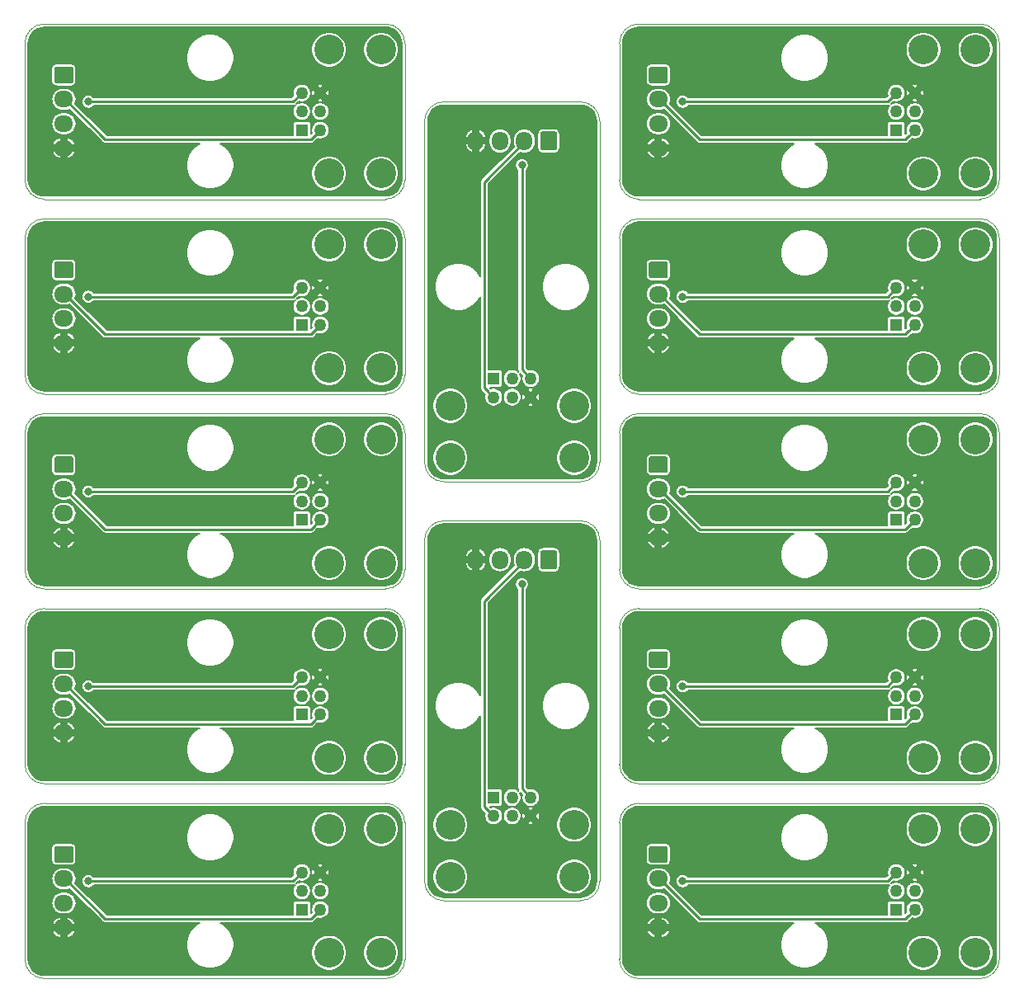
<source format=gbl>
%MOIN*%
%OFA0B0*%
%FSLAX46Y46*%
%IPPOS*%
%LPD*%
%ADD10C,0.0039370078740157488*%
%ADD11C,0.0039370078740157488*%
%ADD12C,0.066929133858267723*%
%ADD13O,0.076771653543307089X0.066929133858267723*%
%ADD14R,0.05X0.05*%
%ADD15C,0.05*%
%ADD16C,0.12000000000000001*%
%ADD17C,0.031496062992125991*%
%ADD18C,0.00984251968503937*%
%ADD19C,0.0078740157480314977*%
%ADD30C,0.0039370078740157488*%
%ADD31C,0.0039370078740157488*%
%ADD32C,0.066929133858267723*%
%ADD33O,0.076771653543307089X0.066929133858267723*%
%ADD34R,0.05X0.05*%
%ADD35C,0.05*%
%ADD36C,0.12000000000000001*%
%ADD37C,0.031496062992125991*%
%ADD38C,0.00984251968503937*%
%ADD39C,0.0078740157480314977*%
%ADD40C,0.0039370078740157488*%
%ADD41C,0.0039370078740157488*%
%ADD42C,0.066929133858267723*%
%ADD43O,0.076771653543307089X0.066929133858267723*%
%ADD44R,0.05X0.05*%
%ADD45C,0.05*%
%ADD46C,0.12000000000000001*%
%ADD47C,0.031496062992125991*%
%ADD48C,0.00984251968503937*%
%ADD49C,0.0078740157480314977*%
%ADD50C,0.0039370078740157488*%
%ADD51C,0.0039370078740157488*%
%ADD52C,0.066929133858267723*%
%ADD53O,0.076771653543307089X0.066929133858267723*%
%ADD54R,0.05X0.05*%
%ADD55C,0.05*%
%ADD56C,0.12000000000000001*%
%ADD57C,0.031496062992125991*%
%ADD58C,0.00984251968503937*%
%ADD59C,0.0078740157480314977*%
%ADD60C,0.0039370078740157488*%
%ADD61C,0.0039370078740157488*%
%ADD62C,0.066929133858267723*%
%ADD63O,0.076771653543307089X0.066929133858267723*%
%ADD64R,0.05X0.05*%
%ADD65C,0.05*%
%ADD66C,0.12000000000000001*%
%ADD67C,0.031496062992125991*%
%ADD68C,0.00984251968503937*%
%ADD69C,0.0078740157480314977*%
%ADD70C,0.0039370078740157488*%
%ADD71C,0.0039370078740157488*%
%ADD72C,0.066929133858267723*%
%ADD73O,0.076771653543307089X0.066929133858267723*%
%ADD74R,0.05X0.05*%
%ADD75C,0.05*%
%ADD76C,0.12000000000000001*%
%ADD77C,0.031496062992125991*%
%ADD78C,0.00984251968503937*%
%ADD79C,0.0078740157480314977*%
%ADD80C,0.0039370078740157488*%
%ADD81C,0.0039370078740157488*%
%ADD82C,0.066929133858267723*%
%ADD83O,0.076771653543307089X0.066929133858267723*%
%ADD84R,0.05X0.05*%
%ADD85C,0.05*%
%ADD86C,0.12000000000000001*%
%ADD87C,0.031496062992125991*%
%ADD88C,0.00984251968503937*%
%ADD89C,0.0078740157480314977*%
%ADD90C,0.0039370078740157488*%
%ADD91C,0.0039370078740157488*%
%ADD92C,0.066929133858267723*%
%ADD93O,0.076771653543307089X0.066929133858267723*%
%ADD94R,0.05X0.05*%
%ADD95C,0.05*%
%ADD96C,0.12000000000000001*%
%ADD97C,0.031496062992125991*%
%ADD98C,0.00984251968503937*%
%ADD99C,0.0078740157480314977*%
%ADD100C,0.0039370078740157488*%
%ADD101C,0.0039370078740157488*%
%ADD102C,0.066929133858267723*%
%ADD103O,0.076771653543307089X0.066929133858267723*%
%ADD104R,0.05X0.05*%
%ADD105C,0.05*%
%ADD106C,0.12000000000000001*%
%ADD107C,0.031496062992125991*%
%ADD108C,0.00984251968503937*%
%ADD109C,0.0078740157480314977*%
%ADD110C,0.0039370078740157488*%
%ADD111C,0.0039370078740157488*%
%ADD112C,0.066929133858267723*%
%ADD113O,0.076771653543307089X0.066929133858267723*%
%ADD114R,0.05X0.05*%
%ADD115C,0.05*%
%ADD116C,0.12000000000000001*%
%ADD117C,0.031496062992125991*%
%ADD118C,0.00984251968503937*%
%ADD119C,0.0078740157480314977*%
%ADD120C,0.0039370078740157488*%
%ADD121C,0.0039370078740157488*%
%ADD122C,0.066929133858267723*%
%ADD123O,0.066929133858267723X0.076771653543307089*%
%ADD124R,0.05X0.05*%
%ADD125C,0.05*%
%ADD126C,0.12000000000000001*%
%ADD127C,0.031496062992125991*%
%ADD128C,0.00984251968503937*%
%ADD129C,0.0078740157480314977*%
%ADD130C,0.0039370078740157488*%
%ADD131C,0.0039370078740157488*%
%ADD132C,0.066929133858267723*%
%ADD133O,0.066929133858267723X0.076771653543307089*%
%ADD134R,0.05X0.05*%
%ADD135C,0.05*%
%ADD136C,0.12000000000000001*%
%ADD137C,0.031496062992125991*%
%ADD138C,0.00984251968503937*%
%ADD139C,0.0078740157480314977*%
G01*
D10*
X0001456692Y0000708661D02*
G75*
G02X0001535433Y0000629921J-0000078740D01*
G01*
X0001535433Y0000078740D02*
G75*
G02X0001456692Y0000000000I-0000078740D01*
G01*
X0000078740Y0000000000D02*
G75*
G02X0000000000Y0000078740J0000078740D01*
G01*
X0000000000Y0000629921D02*
G75*
G02X0000078740Y0000708661I0000078740D01*
G01*
X0001535433Y0000078740D02*
X0001535433Y0000629921D01*
X0000078740Y0000000000D02*
X0001456692Y0000000000D01*
X0000000000Y0000629921D02*
X0000000000Y0000078740D01*
X0001456692Y0000708661D02*
X0000078740Y0000708661D01*
D11*
G36*
X0000186988Y0000535385D02*
X0000187943Y0000535243D01*
X0000188880Y0000535009D01*
X0000189790Y0000534683D01*
X0000190663Y0000534270D01*
X0000191491Y0000533774D01*
X0000192267Y0000533198D01*
X0000192983Y0000532550D01*
X0000193632Y0000531834D01*
X0000194207Y0000531058D01*
X0000194703Y0000530230D01*
X0000195116Y0000529357D01*
X0000195442Y0000528447D01*
X0000195677Y0000527510D01*
X0000195818Y0000526555D01*
X0000195866Y0000525590D01*
X0000195866Y0000478346D01*
X0000195818Y0000477381D01*
X0000195677Y0000476426D01*
X0000195442Y0000475489D01*
X0000195116Y0000474579D01*
X0000194703Y0000473706D01*
X0000194207Y0000472878D01*
X0000193632Y0000472102D01*
X0000192983Y0000471386D01*
X0000192267Y0000470738D01*
X0000191491Y0000470162D01*
X0000190663Y0000469666D01*
X0000189790Y0000469253D01*
X0000188880Y0000468927D01*
X0000187943Y0000468693D01*
X0000186988Y0000468551D01*
X0000186023Y0000468503D01*
X0000128937Y0000468503D01*
X0000127972Y0000468551D01*
X0000127016Y0000468693D01*
X0000126079Y0000468927D01*
X0000125170Y0000469253D01*
X0000124297Y0000469666D01*
X0000123468Y0000470162D01*
X0000122692Y0000470738D01*
X0000121977Y0000471386D01*
X0000121328Y0000472102D01*
X0000120753Y0000472878D01*
X0000120256Y0000473706D01*
X0000119843Y0000474579D01*
X0000119518Y0000475489D01*
X0000119283Y0000476426D01*
X0000119141Y0000477381D01*
X0000119094Y0000478346D01*
X0000119094Y0000525590D01*
X0000119141Y0000526555D01*
X0000119283Y0000527510D01*
X0000119518Y0000528447D01*
X0000119843Y0000529357D01*
X0000120256Y0000530230D01*
X0000120753Y0000531058D01*
X0000121328Y0000531834D01*
X0000121977Y0000532550D01*
X0000122692Y0000533198D01*
X0000123468Y0000533774D01*
X0000124297Y0000534270D01*
X0000125170Y0000534683D01*
X0000126079Y0000535009D01*
X0000127016Y0000535243D01*
X0000127972Y0000535385D01*
X0000128937Y0000535433D01*
X0000186023Y0000535433D01*
X0000186988Y0000535385D01*
X0000186988Y0000535385D01*
G37*
D12*
X0000157480Y0000501968D03*
D13*
X0000157480Y0000403543D03*
X0000157480Y0000305118D03*
X0000157480Y0000206692D03*
D14*
X0001118582Y0000279330D03*
D15*
X0001193582Y0000279330D03*
X0001118582Y0000354330D03*
X0001193582Y0000354330D03*
X0001118582Y0000429330D03*
X0001193582Y0000429330D03*
D16*
X0001228582Y0000104330D03*
X0001438582Y0000604330D03*
X0001438582Y0000104330D03*
X0001228582Y0000604330D03*
D17*
X0000255905Y0000393700D03*
X0000413385Y0000275590D03*
X0000944881Y0000177165D03*
X0000944881Y0000531496D03*
X0000413385Y0000610236D03*
D18*
X0001082952Y0000393700D02*
X0001118582Y0000429330D01*
X0000255905Y0000393700D02*
X0001082952Y0000393700D01*
X0000162401Y0000403543D02*
X0000324409Y0000241535D01*
X0001155787Y0000241535D02*
X0001168582Y0000254330D01*
X0000157480Y0000403543D02*
X0000162401Y0000403543D01*
X0001168582Y0000254330D02*
X0001193582Y0000279330D01*
X0000324409Y0000241535D02*
X0001155787Y0000241535D01*
D19*
G36*
X0001469297Y0000693579D02*
X0001481422Y0000689919D01*
X0001492605Y0000683973D01*
X0001502419Y0000675968D01*
X0001510492Y0000666209D01*
X0001516516Y0000655068D01*
X0001520261Y0000642970D01*
X0001521653Y0000629729D01*
X0001521653Y0000079414D01*
X0001520351Y0000066135D01*
X0001516690Y0000054010D01*
X0001510745Y0000042828D01*
X0001502740Y0000033013D01*
X0001492981Y0000024940D01*
X0001481840Y0000018916D01*
X0001469741Y0000015171D01*
X0001456501Y0000013779D01*
X0000079414Y0000013779D01*
X0000066135Y0000015081D01*
X0000054010Y0000018742D01*
X0000042828Y0000024688D01*
X0000033013Y0000032692D01*
X0000024940Y0000042451D01*
X0000018916Y0000053592D01*
X0000015171Y0000065691D01*
X0000013779Y0000078931D01*
X0000013779Y0000188189D01*
X0000111236Y0000188189D01*
X0000112614Y0000186187D01*
X0000117382Y0000178789D01*
X0000123502Y0000172462D01*
X0000130738Y0000167451D01*
X0000138813Y0000163948D01*
X0000145669Y0000165277D01*
X0000145669Y0000194881D01*
X0000169291Y0000194881D01*
X0000169291Y0000165277D01*
X0000176147Y0000163948D01*
X0000184222Y0000167451D01*
X0000191458Y0000172462D01*
X0000197578Y0000178789D01*
X0000202345Y0000186187D01*
X0000203723Y0000188189D01*
X0000203042Y0000194881D01*
X0000169291Y0000194881D01*
X0000145669Y0000194881D01*
X0000111917Y0000194881D01*
X0000111236Y0000188189D01*
X0000013779Y0000188189D01*
X0000013779Y0000225195D01*
X0000111236Y0000225195D01*
X0000111917Y0000218503D01*
X0000145669Y0000218503D01*
X0000145669Y0000248108D01*
X0000169291Y0000248108D01*
X0000169291Y0000218503D01*
X0000203042Y0000218503D01*
X0000203723Y0000225195D01*
X0000202345Y0000227197D01*
X0000197578Y0000234596D01*
X0000191458Y0000240923D01*
X0000184222Y0000245934D01*
X0000176147Y0000249437D01*
X0000169291Y0000248108D01*
X0000145669Y0000248108D01*
X0000138813Y0000249437D01*
X0000130738Y0000245934D01*
X0000123502Y0000240923D01*
X0000117382Y0000234596D01*
X0000112614Y0000227197D01*
X0000111236Y0000225195D01*
X0000013779Y0000225195D01*
X0000013779Y0000305118D01*
X0000107064Y0000305118D01*
X0000107938Y0000296242D01*
X0000110527Y0000287708D01*
X0000114731Y0000279842D01*
X0000120389Y0000272948D01*
X0000127283Y0000267290D01*
X0000135148Y0000263086D01*
X0000143683Y0000260497D01*
X0000150334Y0000259842D01*
X0000164625Y0000259842D01*
X0000171277Y0000260497D01*
X0000179811Y0000263086D01*
X0000187677Y0000267290D01*
X0000194571Y0000272948D01*
X0000200228Y0000279842D01*
X0000204433Y0000287708D01*
X0000207022Y0000296242D01*
X0000207896Y0000305118D01*
X0000207022Y0000313993D01*
X0000204433Y0000322528D01*
X0000200228Y0000330393D01*
X0000194571Y0000337287D01*
X0000187677Y0000342945D01*
X0000179811Y0000347149D01*
X0000171277Y0000349738D01*
X0000164625Y0000350393D01*
X0000150334Y0000350393D01*
X0000143683Y0000349738D01*
X0000135148Y0000347149D01*
X0000127283Y0000342945D01*
X0000120389Y0000337287D01*
X0000114731Y0000330393D01*
X0000110527Y0000322528D01*
X0000107938Y0000313993D01*
X0000107064Y0000305118D01*
X0000013779Y0000305118D01*
X0000013779Y0000403543D01*
X0000107064Y0000403543D01*
X0000107938Y0000394667D01*
X0000110527Y0000386133D01*
X0000114731Y0000378267D01*
X0000120389Y0000371373D01*
X0000127283Y0000365715D01*
X0000135148Y0000361511D01*
X0000143683Y0000358922D01*
X0000150334Y0000358267D01*
X0000164625Y0000358267D01*
X0000171277Y0000358922D01*
X0000179811Y0000361511D01*
X0000180436Y0000361845D01*
X0000311996Y0000230284D01*
X0000312520Y0000229646D01*
X0000315068Y0000227555D01*
X0000317975Y0000226001D01*
X0000320172Y0000225335D01*
X0000321129Y0000225045D01*
X0000321460Y0000225012D01*
X0000323587Y0000224803D01*
X0000323587Y0000224803D01*
X0000324409Y0000224722D01*
X0000325230Y0000224803D01*
X0000706033Y0000224803D01*
X0000702342Y0000223274D01*
X0000686543Y0000212718D01*
X0000673108Y0000199282D01*
X0000662552Y0000183484D01*
X0000655281Y0000165930D01*
X0000651574Y0000147295D01*
X0000651574Y0000128295D01*
X0000655281Y0000109659D01*
X0000662552Y0000092105D01*
X0000673108Y0000076307D01*
X0000686543Y0000062872D01*
X0000702342Y0000052316D01*
X0000719896Y0000045045D01*
X0000738531Y0000041338D01*
X0000757531Y0000041338D01*
X0000776166Y0000045045D01*
X0000793720Y0000052316D01*
X0000809519Y0000062872D01*
X0000822954Y0000076307D01*
X0000833510Y0000092105D01*
X0000840781Y0000109659D01*
X0000841128Y0000111403D01*
X0001156771Y0000111403D01*
X0001156771Y0000097257D01*
X0001159531Y0000083384D01*
X0001164944Y0000070315D01*
X0001172803Y0000058553D01*
X0001182805Y0000048551D01*
X0001194567Y0000040692D01*
X0001207636Y0000035279D01*
X0001221509Y0000032519D01*
X0001235655Y0000032519D01*
X0001249529Y0000035279D01*
X0001262597Y0000040692D01*
X0001274359Y0000048551D01*
X0001284361Y0000058553D01*
X0001292220Y0000070315D01*
X0001297634Y0000083384D01*
X0001300393Y0000097257D01*
X0001300393Y0000111403D01*
X0001366771Y0000111403D01*
X0001366771Y0000097257D01*
X0001369531Y0000083384D01*
X0001374944Y0000070315D01*
X0001382803Y0000058553D01*
X0001392805Y0000048551D01*
X0001404567Y0000040692D01*
X0001417636Y0000035279D01*
X0001431509Y0000032519D01*
X0001445655Y0000032519D01*
X0001459529Y0000035279D01*
X0001472597Y0000040692D01*
X0001484359Y0000048551D01*
X0001494361Y0000058553D01*
X0001502220Y0000070315D01*
X0001507634Y0000083384D01*
X0001510393Y0000097257D01*
X0001510393Y0000111403D01*
X0001507634Y0000125277D01*
X0001502220Y0000138345D01*
X0001494361Y0000150107D01*
X0001484359Y0000160110D01*
X0001472597Y0000167968D01*
X0001459529Y0000173382D01*
X0001445655Y0000176141D01*
X0001431509Y0000176141D01*
X0001417636Y0000173382D01*
X0001404567Y0000167968D01*
X0001392805Y0000160110D01*
X0001382803Y0000150107D01*
X0001374944Y0000138345D01*
X0001369531Y0000125277D01*
X0001366771Y0000111403D01*
X0001300393Y0000111403D01*
X0001297634Y0000125277D01*
X0001292220Y0000138345D01*
X0001284361Y0000150107D01*
X0001274359Y0000160110D01*
X0001262597Y0000167968D01*
X0001249529Y0000173382D01*
X0001235655Y0000176141D01*
X0001221509Y0000176141D01*
X0001207636Y0000173382D01*
X0001194567Y0000167968D01*
X0001182805Y0000160110D01*
X0001172803Y0000150107D01*
X0001164944Y0000138345D01*
X0001159531Y0000125277D01*
X0001156771Y0000111403D01*
X0000841128Y0000111403D01*
X0000844488Y0000128295D01*
X0000844488Y0000147295D01*
X0000840781Y0000165930D01*
X0000833510Y0000183484D01*
X0000822954Y0000199282D01*
X0000809519Y0000212718D01*
X0000793720Y0000223274D01*
X0000790029Y0000224803D01*
X0001154965Y0000224803D01*
X0001155787Y0000224722D01*
X0001156608Y0000224803D01*
X0001156609Y0000224803D01*
X0001159067Y0000225045D01*
X0001162221Y0000226001D01*
X0001165128Y0000227555D01*
X0001167676Y0000229646D01*
X0001168200Y0000230285D01*
X0001180995Y0000243080D01*
X0001180995Y0000243080D01*
X0001182140Y0000244226D01*
X0001182845Y0000243934D01*
X0001189957Y0000242519D01*
X0001197208Y0000242519D01*
X0001204320Y0000243934D01*
X0001211019Y0000246709D01*
X0001217048Y0000250737D01*
X0001222175Y0000255865D01*
X0001226204Y0000261894D01*
X0001228979Y0000268593D01*
X0001230393Y0000275705D01*
X0001230393Y0000282956D01*
X0001228979Y0000290068D01*
X0001226204Y0000296767D01*
X0001222175Y0000302796D01*
X0001217048Y0000307923D01*
X0001211019Y0000311952D01*
X0001204320Y0000314727D01*
X0001197208Y0000316141D01*
X0001189957Y0000316141D01*
X0001182845Y0000314727D01*
X0001176146Y0000311952D01*
X0001170117Y0000307923D01*
X0001164989Y0000302796D01*
X0001160961Y0000296767D01*
X0001158186Y0000290068D01*
X0001156771Y0000282956D01*
X0001156771Y0000275705D01*
X0001158186Y0000268593D01*
X0001158478Y0000267889D01*
X0001157332Y0000266743D01*
X0001157332Y0000266743D01*
X0001155450Y0000264861D01*
X0001155450Y0000304330D01*
X0001155222Y0000306646D01*
X0001154547Y0000308872D01*
X0001153450Y0000310924D01*
X0001151974Y0000312722D01*
X0001150176Y0000314198D01*
X0001148124Y0000315295D01*
X0001145898Y0000315970D01*
X0001143582Y0000316198D01*
X0001093582Y0000316198D01*
X0001091267Y0000315970D01*
X0001089040Y0000315295D01*
X0001086989Y0000314198D01*
X0001085190Y0000312722D01*
X0001083714Y0000310924D01*
X0001082617Y0000308872D01*
X0001081942Y0000306646D01*
X0001081714Y0000304330D01*
X0001081714Y0000258267D01*
X0000331340Y0000258267D01*
X0000204099Y0000385508D01*
X0000204433Y0000386133D01*
X0000207022Y0000394667D01*
X0000207194Y0000396415D01*
X0000228346Y0000396415D01*
X0000228346Y0000390986D01*
X0000229405Y0000385662D01*
X0000231482Y0000380646D01*
X0000234498Y0000376132D01*
X0000238337Y0000372294D01*
X0000242851Y0000369278D01*
X0000247866Y0000367200D01*
X0000253191Y0000366141D01*
X0000258619Y0000366141D01*
X0000263944Y0000367200D01*
X0000268959Y0000369278D01*
X0000273473Y0000372294D01*
X0000277312Y0000376132D01*
X0000277870Y0000376968D01*
X0001082131Y0000376968D01*
X0001082952Y0000376887D01*
X0001083774Y0000376968D01*
X0001083774Y0000376968D01*
X0001086232Y0000377210D01*
X0001089386Y0000378167D01*
X0001091478Y0000379285D01*
X0001089989Y0000377796D01*
X0001085961Y0000371767D01*
X0001083186Y0000365068D01*
X0001081771Y0000357956D01*
X0001081771Y0000350705D01*
X0001083186Y0000343593D01*
X0001085961Y0000336894D01*
X0001089989Y0000330865D01*
X0001095117Y0000325737D01*
X0001101146Y0000321709D01*
X0001107845Y0000318934D01*
X0001114957Y0000317519D01*
X0001122208Y0000317519D01*
X0001129320Y0000318934D01*
X0001136019Y0000321709D01*
X0001142048Y0000325737D01*
X0001147175Y0000330865D01*
X0001151204Y0000336894D01*
X0001153979Y0000343593D01*
X0001155393Y0000350705D01*
X0001155393Y0000357956D01*
X0001156771Y0000357956D01*
X0001156771Y0000350705D01*
X0001158186Y0000343593D01*
X0001160961Y0000336894D01*
X0001164989Y0000330865D01*
X0001170117Y0000325737D01*
X0001176146Y0000321709D01*
X0001182845Y0000318934D01*
X0001189957Y0000317519D01*
X0001197208Y0000317519D01*
X0001204320Y0000318934D01*
X0001211019Y0000321709D01*
X0001217048Y0000325737D01*
X0001222175Y0000330865D01*
X0001226204Y0000336894D01*
X0001228979Y0000343593D01*
X0001230393Y0000350705D01*
X0001230393Y0000357956D01*
X0001228979Y0000365068D01*
X0001226204Y0000371767D01*
X0001222175Y0000377796D01*
X0001217048Y0000382923D01*
X0001211019Y0000386952D01*
X0001204320Y0000389727D01*
X0001197208Y0000391141D01*
X0001189957Y0000391141D01*
X0001182845Y0000389727D01*
X0001176146Y0000386952D01*
X0001170117Y0000382923D01*
X0001164989Y0000377796D01*
X0001160961Y0000371767D01*
X0001158186Y0000365068D01*
X0001156771Y0000357956D01*
X0001155393Y0000357956D01*
X0001153979Y0000365068D01*
X0001151204Y0000371767D01*
X0001147175Y0000377796D01*
X0001142048Y0000382923D01*
X0001136019Y0000386952D01*
X0001129320Y0000389727D01*
X0001122208Y0000391141D01*
X0001114957Y0000391141D01*
X0001107845Y0000389727D01*
X0001101146Y0000386952D01*
X0001097291Y0000384376D01*
X0001107140Y0000394226D01*
X0001107845Y0000393934D01*
X0001114957Y0000392519D01*
X0001122208Y0000392519D01*
X0001129320Y0000393934D01*
X0001136019Y0000396709D01*
X0001138560Y0000398407D01*
X0001179362Y0000398407D01*
X0001182534Y0000394030D01*
X0001189633Y0000392552D01*
X0001196884Y0000392489D01*
X0001204008Y0000393841D01*
X0001204630Y0000394030D01*
X0001207802Y0000398407D01*
X0001193582Y0000412627D01*
X0001179362Y0000398407D01*
X0001138560Y0000398407D01*
X0001142048Y0000400737D01*
X0001147175Y0000405865D01*
X0001151204Y0000411894D01*
X0001153979Y0000418593D01*
X0001155393Y0000425705D01*
X0001155393Y0000426028D01*
X0001156741Y0000426028D01*
X0001158093Y0000418904D01*
X0001158282Y0000418282D01*
X0001162659Y0000415110D01*
X0001176879Y0000429330D01*
X0001210285Y0000429330D01*
X0001224506Y0000415110D01*
X0001228883Y0000418282D01*
X0001230360Y0000425381D01*
X0001230424Y0000432632D01*
X0001229072Y0000439756D01*
X0001228883Y0000440378D01*
X0001224506Y0000443550D01*
X0001210285Y0000429330D01*
X0001176879Y0000429330D01*
X0001162659Y0000443550D01*
X0001158282Y0000440378D01*
X0001156804Y0000433279D01*
X0001156741Y0000426028D01*
X0001155393Y0000426028D01*
X0001155393Y0000432956D01*
X0001153979Y0000440068D01*
X0001151204Y0000446767D01*
X0001147175Y0000452796D01*
X0001142048Y0000457923D01*
X0001138560Y0000460254D01*
X0001179362Y0000460254D01*
X0001193582Y0000446033D01*
X0001207802Y0000460254D01*
X0001204630Y0000464631D01*
X0001197531Y0000466108D01*
X0001190280Y0000466172D01*
X0001183156Y0000464820D01*
X0001182534Y0000464631D01*
X0001179362Y0000460254D01*
X0001138560Y0000460254D01*
X0001136019Y0000461952D01*
X0001129320Y0000464727D01*
X0001122208Y0000466141D01*
X0001114957Y0000466141D01*
X0001107845Y0000464727D01*
X0001101146Y0000461952D01*
X0001095117Y0000457923D01*
X0001089989Y0000452796D01*
X0001085961Y0000446767D01*
X0001083186Y0000440068D01*
X0001081771Y0000432956D01*
X0001081771Y0000425705D01*
X0001083186Y0000418593D01*
X0001083478Y0000417889D01*
X0001076022Y0000410433D01*
X0000277870Y0000410433D01*
X0000277312Y0000411268D01*
X0000273473Y0000415107D01*
X0000268959Y0000418123D01*
X0000263944Y0000420200D01*
X0000258619Y0000421259D01*
X0000253191Y0000421259D01*
X0000247866Y0000420200D01*
X0000242851Y0000418123D01*
X0000238337Y0000415107D01*
X0000234498Y0000411268D01*
X0000231482Y0000406754D01*
X0000229405Y0000401739D01*
X0000228346Y0000396415D01*
X0000207194Y0000396415D01*
X0000207896Y0000403543D01*
X0000207022Y0000412418D01*
X0000204433Y0000420953D01*
X0000200228Y0000428818D01*
X0000194571Y0000435712D01*
X0000187677Y0000441370D01*
X0000179811Y0000445574D01*
X0000171277Y0000448163D01*
X0000164625Y0000448818D01*
X0000150334Y0000448818D01*
X0000143683Y0000448163D01*
X0000135148Y0000445574D01*
X0000127283Y0000441370D01*
X0000120389Y0000435712D01*
X0000114731Y0000428818D01*
X0000110527Y0000420953D01*
X0000107938Y0000412418D01*
X0000107064Y0000403543D01*
X0000013779Y0000403543D01*
X0000013779Y0000525590D01*
X0000107226Y0000525590D01*
X0000107226Y0000478346D01*
X0000107643Y0000474110D01*
X0000108878Y0000470038D01*
X0000110885Y0000466284D01*
X0000113585Y0000462994D01*
X0000116875Y0000460294D01*
X0000120628Y0000458288D01*
X0000124701Y0000457052D01*
X0000128937Y0000456635D01*
X0000186023Y0000456635D01*
X0000190259Y0000457052D01*
X0000194331Y0000458288D01*
X0000198085Y0000460294D01*
X0000201375Y0000462994D01*
X0000204075Y0000466284D01*
X0000206081Y0000470038D01*
X0000207317Y0000474110D01*
X0000207734Y0000478346D01*
X0000207734Y0000525590D01*
X0000207317Y0000529826D01*
X0000206081Y0000533898D01*
X0000204075Y0000537652D01*
X0000201375Y0000540942D01*
X0000198085Y0000543642D01*
X0000194331Y0000545648D01*
X0000190259Y0000546884D01*
X0000186023Y0000547301D01*
X0000128937Y0000547301D01*
X0000124701Y0000546884D01*
X0000120628Y0000545648D01*
X0000116875Y0000543642D01*
X0000113585Y0000540942D01*
X0000110885Y0000537652D01*
X0000108878Y0000533898D01*
X0000107643Y0000529826D01*
X0000107226Y0000525590D01*
X0000013779Y0000525590D01*
X0000013779Y0000580366D01*
X0000651574Y0000580366D01*
X0000651574Y0000561365D01*
X0000655281Y0000542730D01*
X0000662552Y0000525176D01*
X0000673108Y0000509378D01*
X0000686543Y0000495943D01*
X0000702342Y0000485387D01*
X0000719896Y0000478116D01*
X0000738531Y0000474409D01*
X0000757531Y0000474409D01*
X0000776166Y0000478116D01*
X0000793720Y0000485387D01*
X0000809519Y0000495943D01*
X0000822954Y0000509378D01*
X0000833510Y0000525176D01*
X0000840781Y0000542730D01*
X0000844488Y0000561365D01*
X0000844488Y0000580366D01*
X0000840781Y0000599001D01*
X0000835644Y0000611403D01*
X0001156771Y0000611403D01*
X0001156771Y0000597257D01*
X0001159531Y0000583384D01*
X0001164944Y0000570315D01*
X0001172803Y0000558553D01*
X0001182805Y0000548551D01*
X0001194567Y0000540692D01*
X0001207636Y0000535279D01*
X0001221509Y0000532519D01*
X0001235655Y0000532519D01*
X0001249529Y0000535279D01*
X0001262597Y0000540692D01*
X0001274359Y0000548551D01*
X0001284361Y0000558553D01*
X0001292220Y0000570315D01*
X0001297634Y0000583384D01*
X0001300393Y0000597257D01*
X0001300393Y0000611403D01*
X0001366771Y0000611403D01*
X0001366771Y0000597257D01*
X0001369531Y0000583384D01*
X0001374944Y0000570315D01*
X0001382803Y0000558553D01*
X0001392805Y0000548551D01*
X0001404567Y0000540692D01*
X0001417636Y0000535279D01*
X0001431509Y0000532519D01*
X0001445655Y0000532519D01*
X0001459529Y0000535279D01*
X0001472597Y0000540692D01*
X0001484359Y0000548551D01*
X0001494361Y0000558553D01*
X0001502220Y0000570315D01*
X0001507634Y0000583384D01*
X0001510393Y0000597257D01*
X0001510393Y0000611403D01*
X0001507634Y0000625277D01*
X0001502220Y0000638345D01*
X0001494361Y0000650107D01*
X0001484359Y0000660110D01*
X0001472597Y0000667968D01*
X0001459529Y0000673382D01*
X0001445655Y0000676141D01*
X0001431509Y0000676141D01*
X0001417636Y0000673382D01*
X0001404567Y0000667968D01*
X0001392805Y0000660110D01*
X0001382803Y0000650107D01*
X0001374944Y0000638345D01*
X0001369531Y0000625277D01*
X0001366771Y0000611403D01*
X0001300393Y0000611403D01*
X0001297634Y0000625277D01*
X0001292220Y0000638345D01*
X0001284361Y0000650107D01*
X0001274359Y0000660110D01*
X0001262597Y0000667968D01*
X0001249529Y0000673382D01*
X0001235655Y0000676141D01*
X0001221509Y0000676141D01*
X0001207636Y0000673382D01*
X0001194567Y0000667968D01*
X0001182805Y0000660110D01*
X0001172803Y0000650107D01*
X0001164944Y0000638345D01*
X0001159531Y0000625277D01*
X0001156771Y0000611403D01*
X0000835644Y0000611403D01*
X0000833510Y0000616555D01*
X0000822954Y0000632353D01*
X0000809519Y0000645788D01*
X0000793720Y0000656344D01*
X0000776166Y0000663616D01*
X0000757531Y0000667322D01*
X0000738531Y0000667322D01*
X0000719896Y0000663616D01*
X0000702342Y0000656344D01*
X0000686543Y0000645788D01*
X0000673108Y0000632353D01*
X0000662552Y0000616555D01*
X0000655281Y0000599001D01*
X0000651574Y0000580366D01*
X0000013779Y0000580366D01*
X0000013779Y0000629247D01*
X0000015081Y0000642526D01*
X0000018742Y0000654650D01*
X0000024688Y0000665833D01*
X0000032692Y0000675648D01*
X0000042451Y0000683721D01*
X0000053592Y0000689745D01*
X0000065691Y0000693490D01*
X0000078931Y0000694881D01*
X0001456018Y0000694881D01*
X0001469297Y0000693579D01*
X0001469297Y0000693579D01*
G37*
X0001469297Y0000693579D02*
X0001481422Y0000689919D01*
X0001492605Y0000683973D01*
X0001502419Y0000675968D01*
X0001510492Y0000666209D01*
X0001516516Y0000655068D01*
X0001520261Y0000642970D01*
X0001521653Y0000629729D01*
X0001521653Y0000079414D01*
X0001520351Y0000066135D01*
X0001516690Y0000054010D01*
X0001510745Y0000042828D01*
X0001502740Y0000033013D01*
X0001492981Y0000024940D01*
X0001481840Y0000018916D01*
X0001469741Y0000015171D01*
X0001456501Y0000013779D01*
X0000079414Y0000013779D01*
X0000066135Y0000015081D01*
X0000054010Y0000018742D01*
X0000042828Y0000024688D01*
X0000033013Y0000032692D01*
X0000024940Y0000042451D01*
X0000018916Y0000053592D01*
X0000015171Y0000065691D01*
X0000013779Y0000078931D01*
X0000013779Y0000188189D01*
X0000111236Y0000188189D01*
X0000112614Y0000186187D01*
X0000117382Y0000178789D01*
X0000123502Y0000172462D01*
X0000130738Y0000167451D01*
X0000138813Y0000163948D01*
X0000145669Y0000165277D01*
X0000145669Y0000194881D01*
X0000169291Y0000194881D01*
X0000169291Y0000165277D01*
X0000176147Y0000163948D01*
X0000184222Y0000167451D01*
X0000191458Y0000172462D01*
X0000197578Y0000178789D01*
X0000202345Y0000186187D01*
X0000203723Y0000188189D01*
X0000203042Y0000194881D01*
X0000169291Y0000194881D01*
X0000145669Y0000194881D01*
X0000111917Y0000194881D01*
X0000111236Y0000188189D01*
X0000013779Y0000188189D01*
X0000013779Y0000225195D01*
X0000111236Y0000225195D01*
X0000111917Y0000218503D01*
X0000145669Y0000218503D01*
X0000145669Y0000248108D01*
X0000169291Y0000248108D01*
X0000169291Y0000218503D01*
X0000203042Y0000218503D01*
X0000203723Y0000225195D01*
X0000202345Y0000227197D01*
X0000197578Y0000234596D01*
X0000191458Y0000240923D01*
X0000184222Y0000245934D01*
X0000176147Y0000249437D01*
X0000169291Y0000248108D01*
X0000145669Y0000248108D01*
X0000138813Y0000249437D01*
X0000130738Y0000245934D01*
X0000123502Y0000240923D01*
X0000117382Y0000234596D01*
X0000112614Y0000227197D01*
X0000111236Y0000225195D01*
X0000013779Y0000225195D01*
X0000013779Y0000305118D01*
X0000107064Y0000305118D01*
X0000107938Y0000296242D01*
X0000110527Y0000287708D01*
X0000114731Y0000279842D01*
X0000120389Y0000272948D01*
X0000127283Y0000267290D01*
X0000135148Y0000263086D01*
X0000143683Y0000260497D01*
X0000150334Y0000259842D01*
X0000164625Y0000259842D01*
X0000171277Y0000260497D01*
X0000179811Y0000263086D01*
X0000187677Y0000267290D01*
X0000194571Y0000272948D01*
X0000200228Y0000279842D01*
X0000204433Y0000287708D01*
X0000207022Y0000296242D01*
X0000207896Y0000305118D01*
X0000207022Y0000313993D01*
X0000204433Y0000322528D01*
X0000200228Y0000330393D01*
X0000194571Y0000337287D01*
X0000187677Y0000342945D01*
X0000179811Y0000347149D01*
X0000171277Y0000349738D01*
X0000164625Y0000350393D01*
X0000150334Y0000350393D01*
X0000143683Y0000349738D01*
X0000135148Y0000347149D01*
X0000127283Y0000342945D01*
X0000120389Y0000337287D01*
X0000114731Y0000330393D01*
X0000110527Y0000322528D01*
X0000107938Y0000313993D01*
X0000107064Y0000305118D01*
X0000013779Y0000305118D01*
X0000013779Y0000403543D01*
X0000107064Y0000403543D01*
X0000107938Y0000394667D01*
X0000110527Y0000386133D01*
X0000114731Y0000378267D01*
X0000120389Y0000371373D01*
X0000127283Y0000365715D01*
X0000135148Y0000361511D01*
X0000143683Y0000358922D01*
X0000150334Y0000358267D01*
X0000164625Y0000358267D01*
X0000171277Y0000358922D01*
X0000179811Y0000361511D01*
X0000180436Y0000361845D01*
X0000311996Y0000230284D01*
X0000312520Y0000229646D01*
X0000315068Y0000227555D01*
X0000317975Y0000226001D01*
X0000320172Y0000225335D01*
X0000321129Y0000225045D01*
X0000321460Y0000225012D01*
X0000323587Y0000224803D01*
X0000323587Y0000224803D01*
X0000324409Y0000224722D01*
X0000325230Y0000224803D01*
X0000706033Y0000224803D01*
X0000702342Y0000223274D01*
X0000686543Y0000212718D01*
X0000673108Y0000199282D01*
X0000662552Y0000183484D01*
X0000655281Y0000165930D01*
X0000651574Y0000147295D01*
X0000651574Y0000128295D01*
X0000655281Y0000109659D01*
X0000662552Y0000092105D01*
X0000673108Y0000076307D01*
X0000686543Y0000062872D01*
X0000702342Y0000052316D01*
X0000719896Y0000045045D01*
X0000738531Y0000041338D01*
X0000757531Y0000041338D01*
X0000776166Y0000045045D01*
X0000793720Y0000052316D01*
X0000809519Y0000062872D01*
X0000822954Y0000076307D01*
X0000833510Y0000092105D01*
X0000840781Y0000109659D01*
X0000841128Y0000111403D01*
X0001156771Y0000111403D01*
X0001156771Y0000097257D01*
X0001159531Y0000083384D01*
X0001164944Y0000070315D01*
X0001172803Y0000058553D01*
X0001182805Y0000048551D01*
X0001194567Y0000040692D01*
X0001207636Y0000035279D01*
X0001221509Y0000032519D01*
X0001235655Y0000032519D01*
X0001249529Y0000035279D01*
X0001262597Y0000040692D01*
X0001274359Y0000048551D01*
X0001284361Y0000058553D01*
X0001292220Y0000070315D01*
X0001297634Y0000083384D01*
X0001300393Y0000097257D01*
X0001300393Y0000111403D01*
X0001366771Y0000111403D01*
X0001366771Y0000097257D01*
X0001369531Y0000083384D01*
X0001374944Y0000070315D01*
X0001382803Y0000058553D01*
X0001392805Y0000048551D01*
X0001404567Y0000040692D01*
X0001417636Y0000035279D01*
X0001431509Y0000032519D01*
X0001445655Y0000032519D01*
X0001459529Y0000035279D01*
X0001472597Y0000040692D01*
X0001484359Y0000048551D01*
X0001494361Y0000058553D01*
X0001502220Y0000070315D01*
X0001507634Y0000083384D01*
X0001510393Y0000097257D01*
X0001510393Y0000111403D01*
X0001507634Y0000125277D01*
X0001502220Y0000138345D01*
X0001494361Y0000150107D01*
X0001484359Y0000160110D01*
X0001472597Y0000167968D01*
X0001459529Y0000173382D01*
X0001445655Y0000176141D01*
X0001431509Y0000176141D01*
X0001417636Y0000173382D01*
X0001404567Y0000167968D01*
X0001392805Y0000160110D01*
X0001382803Y0000150107D01*
X0001374944Y0000138345D01*
X0001369531Y0000125277D01*
X0001366771Y0000111403D01*
X0001300393Y0000111403D01*
X0001297634Y0000125277D01*
X0001292220Y0000138345D01*
X0001284361Y0000150107D01*
X0001274359Y0000160110D01*
X0001262597Y0000167968D01*
X0001249529Y0000173382D01*
X0001235655Y0000176141D01*
X0001221509Y0000176141D01*
X0001207636Y0000173382D01*
X0001194567Y0000167968D01*
X0001182805Y0000160110D01*
X0001172803Y0000150107D01*
X0001164944Y0000138345D01*
X0001159531Y0000125277D01*
X0001156771Y0000111403D01*
X0000841128Y0000111403D01*
X0000844488Y0000128295D01*
X0000844488Y0000147295D01*
X0000840781Y0000165930D01*
X0000833510Y0000183484D01*
X0000822954Y0000199282D01*
X0000809519Y0000212718D01*
X0000793720Y0000223274D01*
X0000790029Y0000224803D01*
X0001154965Y0000224803D01*
X0001155787Y0000224722D01*
X0001156608Y0000224803D01*
X0001156609Y0000224803D01*
X0001159067Y0000225045D01*
X0001162221Y0000226001D01*
X0001165128Y0000227555D01*
X0001167676Y0000229646D01*
X0001168200Y0000230285D01*
X0001180995Y0000243080D01*
X0001180995Y0000243080D01*
X0001182140Y0000244226D01*
X0001182845Y0000243934D01*
X0001189957Y0000242519D01*
X0001197208Y0000242519D01*
X0001204320Y0000243934D01*
X0001211019Y0000246709D01*
X0001217048Y0000250737D01*
X0001222175Y0000255865D01*
X0001226204Y0000261894D01*
X0001228979Y0000268593D01*
X0001230393Y0000275705D01*
X0001230393Y0000282956D01*
X0001228979Y0000290068D01*
X0001226204Y0000296767D01*
X0001222175Y0000302796D01*
X0001217048Y0000307923D01*
X0001211019Y0000311952D01*
X0001204320Y0000314727D01*
X0001197208Y0000316141D01*
X0001189957Y0000316141D01*
X0001182845Y0000314727D01*
X0001176146Y0000311952D01*
X0001170117Y0000307923D01*
X0001164989Y0000302796D01*
X0001160961Y0000296767D01*
X0001158186Y0000290068D01*
X0001156771Y0000282956D01*
X0001156771Y0000275705D01*
X0001158186Y0000268593D01*
X0001158478Y0000267889D01*
X0001157332Y0000266743D01*
X0001157332Y0000266743D01*
X0001155450Y0000264861D01*
X0001155450Y0000304330D01*
X0001155222Y0000306646D01*
X0001154547Y0000308872D01*
X0001153450Y0000310924D01*
X0001151974Y0000312722D01*
X0001150176Y0000314198D01*
X0001148124Y0000315295D01*
X0001145898Y0000315970D01*
X0001143582Y0000316198D01*
X0001093582Y0000316198D01*
X0001091267Y0000315970D01*
X0001089040Y0000315295D01*
X0001086989Y0000314198D01*
X0001085190Y0000312722D01*
X0001083714Y0000310924D01*
X0001082617Y0000308872D01*
X0001081942Y0000306646D01*
X0001081714Y0000304330D01*
X0001081714Y0000258267D01*
X0000331340Y0000258267D01*
X0000204099Y0000385508D01*
X0000204433Y0000386133D01*
X0000207022Y0000394667D01*
X0000207194Y0000396415D01*
X0000228346Y0000396415D01*
X0000228346Y0000390986D01*
X0000229405Y0000385662D01*
X0000231482Y0000380646D01*
X0000234498Y0000376132D01*
X0000238337Y0000372294D01*
X0000242851Y0000369278D01*
X0000247866Y0000367200D01*
X0000253191Y0000366141D01*
X0000258619Y0000366141D01*
X0000263944Y0000367200D01*
X0000268959Y0000369278D01*
X0000273473Y0000372294D01*
X0000277312Y0000376132D01*
X0000277870Y0000376968D01*
X0001082131Y0000376968D01*
X0001082952Y0000376887D01*
X0001083774Y0000376968D01*
X0001083774Y0000376968D01*
X0001086232Y0000377210D01*
X0001089386Y0000378167D01*
X0001091478Y0000379285D01*
X0001089989Y0000377796D01*
X0001085961Y0000371767D01*
X0001083186Y0000365068D01*
X0001081771Y0000357956D01*
X0001081771Y0000350705D01*
X0001083186Y0000343593D01*
X0001085961Y0000336894D01*
X0001089989Y0000330865D01*
X0001095117Y0000325737D01*
X0001101146Y0000321709D01*
X0001107845Y0000318934D01*
X0001114957Y0000317519D01*
X0001122208Y0000317519D01*
X0001129320Y0000318934D01*
X0001136019Y0000321709D01*
X0001142048Y0000325737D01*
X0001147175Y0000330865D01*
X0001151204Y0000336894D01*
X0001153979Y0000343593D01*
X0001155393Y0000350705D01*
X0001155393Y0000357956D01*
X0001156771Y0000357956D01*
X0001156771Y0000350705D01*
X0001158186Y0000343593D01*
X0001160961Y0000336894D01*
X0001164989Y0000330865D01*
X0001170117Y0000325737D01*
X0001176146Y0000321709D01*
X0001182845Y0000318934D01*
X0001189957Y0000317519D01*
X0001197208Y0000317519D01*
X0001204320Y0000318934D01*
X0001211019Y0000321709D01*
X0001217048Y0000325737D01*
X0001222175Y0000330865D01*
X0001226204Y0000336894D01*
X0001228979Y0000343593D01*
X0001230393Y0000350705D01*
X0001230393Y0000357956D01*
X0001228979Y0000365068D01*
X0001226204Y0000371767D01*
X0001222175Y0000377796D01*
X0001217048Y0000382923D01*
X0001211019Y0000386952D01*
X0001204320Y0000389727D01*
X0001197208Y0000391141D01*
X0001189957Y0000391141D01*
X0001182845Y0000389727D01*
X0001176146Y0000386952D01*
X0001170117Y0000382923D01*
X0001164989Y0000377796D01*
X0001160961Y0000371767D01*
X0001158186Y0000365068D01*
X0001156771Y0000357956D01*
X0001155393Y0000357956D01*
X0001153979Y0000365068D01*
X0001151204Y0000371767D01*
X0001147175Y0000377796D01*
X0001142048Y0000382923D01*
X0001136019Y0000386952D01*
X0001129320Y0000389727D01*
X0001122208Y0000391141D01*
X0001114957Y0000391141D01*
X0001107845Y0000389727D01*
X0001101146Y0000386952D01*
X0001097291Y0000384376D01*
X0001107140Y0000394226D01*
X0001107845Y0000393934D01*
X0001114957Y0000392519D01*
X0001122208Y0000392519D01*
X0001129320Y0000393934D01*
X0001136019Y0000396709D01*
X0001138560Y0000398407D01*
X0001179362Y0000398407D01*
X0001182534Y0000394030D01*
X0001189633Y0000392552D01*
X0001196884Y0000392489D01*
X0001204008Y0000393841D01*
X0001204630Y0000394030D01*
X0001207802Y0000398407D01*
X0001193582Y0000412627D01*
X0001179362Y0000398407D01*
X0001138560Y0000398407D01*
X0001142048Y0000400737D01*
X0001147175Y0000405865D01*
X0001151204Y0000411894D01*
X0001153979Y0000418593D01*
X0001155393Y0000425705D01*
X0001155393Y0000426028D01*
X0001156741Y0000426028D01*
X0001158093Y0000418904D01*
X0001158282Y0000418282D01*
X0001162659Y0000415110D01*
X0001176879Y0000429330D01*
X0001210285Y0000429330D01*
X0001224506Y0000415110D01*
X0001228883Y0000418282D01*
X0001230360Y0000425381D01*
X0001230424Y0000432632D01*
X0001229072Y0000439756D01*
X0001228883Y0000440378D01*
X0001224506Y0000443550D01*
X0001210285Y0000429330D01*
X0001176879Y0000429330D01*
X0001162659Y0000443550D01*
X0001158282Y0000440378D01*
X0001156804Y0000433279D01*
X0001156741Y0000426028D01*
X0001155393Y0000426028D01*
X0001155393Y0000432956D01*
X0001153979Y0000440068D01*
X0001151204Y0000446767D01*
X0001147175Y0000452796D01*
X0001142048Y0000457923D01*
X0001138560Y0000460254D01*
X0001179362Y0000460254D01*
X0001193582Y0000446033D01*
X0001207802Y0000460254D01*
X0001204630Y0000464631D01*
X0001197531Y0000466108D01*
X0001190280Y0000466172D01*
X0001183156Y0000464820D01*
X0001182534Y0000464631D01*
X0001179362Y0000460254D01*
X0001138560Y0000460254D01*
X0001136019Y0000461952D01*
X0001129320Y0000464727D01*
X0001122208Y0000466141D01*
X0001114957Y0000466141D01*
X0001107845Y0000464727D01*
X0001101146Y0000461952D01*
X0001095117Y0000457923D01*
X0001089989Y0000452796D01*
X0001085961Y0000446767D01*
X0001083186Y0000440068D01*
X0001081771Y0000432956D01*
X0001081771Y0000425705D01*
X0001083186Y0000418593D01*
X0001083478Y0000417889D01*
X0001076022Y0000410433D01*
X0000277870Y0000410433D01*
X0000277312Y0000411268D01*
X0000273473Y0000415107D01*
X0000268959Y0000418123D01*
X0000263944Y0000420200D01*
X0000258619Y0000421259D01*
X0000253191Y0000421259D01*
X0000247866Y0000420200D01*
X0000242851Y0000418123D01*
X0000238337Y0000415107D01*
X0000234498Y0000411268D01*
X0000231482Y0000406754D01*
X0000229405Y0000401739D01*
X0000228346Y0000396415D01*
X0000207194Y0000396415D01*
X0000207896Y0000403543D01*
X0000207022Y0000412418D01*
X0000204433Y0000420953D01*
X0000200228Y0000428818D01*
X0000194571Y0000435712D01*
X0000187677Y0000441370D01*
X0000179811Y0000445574D01*
X0000171277Y0000448163D01*
X0000164625Y0000448818D01*
X0000150334Y0000448818D01*
X0000143683Y0000448163D01*
X0000135148Y0000445574D01*
X0000127283Y0000441370D01*
X0000120389Y0000435712D01*
X0000114731Y0000428818D01*
X0000110527Y0000420953D01*
X0000107938Y0000412418D01*
X0000107064Y0000403543D01*
X0000013779Y0000403543D01*
X0000013779Y0000525590D01*
X0000107226Y0000525590D01*
X0000107226Y0000478346D01*
X0000107643Y0000474110D01*
X0000108878Y0000470038D01*
X0000110885Y0000466284D01*
X0000113585Y0000462994D01*
X0000116875Y0000460294D01*
X0000120628Y0000458288D01*
X0000124701Y0000457052D01*
X0000128937Y0000456635D01*
X0000186023Y0000456635D01*
X0000190259Y0000457052D01*
X0000194331Y0000458288D01*
X0000198085Y0000460294D01*
X0000201375Y0000462994D01*
X0000204075Y0000466284D01*
X0000206081Y0000470038D01*
X0000207317Y0000474110D01*
X0000207734Y0000478346D01*
X0000207734Y0000525590D01*
X0000207317Y0000529826D01*
X0000206081Y0000533898D01*
X0000204075Y0000537652D01*
X0000201375Y0000540942D01*
X0000198085Y0000543642D01*
X0000194331Y0000545648D01*
X0000190259Y0000546884D01*
X0000186023Y0000547301D01*
X0000128937Y0000547301D01*
X0000124701Y0000546884D01*
X0000120628Y0000545648D01*
X0000116875Y0000543642D01*
X0000113585Y0000540942D01*
X0000110885Y0000537652D01*
X0000108878Y0000533898D01*
X0000107643Y0000529826D01*
X0000107226Y0000525590D01*
X0000013779Y0000525590D01*
X0000013779Y0000580366D01*
X0000651574Y0000580366D01*
X0000651574Y0000561365D01*
X0000655281Y0000542730D01*
X0000662552Y0000525176D01*
X0000673108Y0000509378D01*
X0000686543Y0000495943D01*
X0000702342Y0000485387D01*
X0000719896Y0000478116D01*
X0000738531Y0000474409D01*
X0000757531Y0000474409D01*
X0000776166Y0000478116D01*
X0000793720Y0000485387D01*
X0000809519Y0000495943D01*
X0000822954Y0000509378D01*
X0000833510Y0000525176D01*
X0000840781Y0000542730D01*
X0000844488Y0000561365D01*
X0000844488Y0000580366D01*
X0000840781Y0000599001D01*
X0000835644Y0000611403D01*
X0001156771Y0000611403D01*
X0001156771Y0000597257D01*
X0001159531Y0000583384D01*
X0001164944Y0000570315D01*
X0001172803Y0000558553D01*
X0001182805Y0000548551D01*
X0001194567Y0000540692D01*
X0001207636Y0000535279D01*
X0001221509Y0000532519D01*
X0001235655Y0000532519D01*
X0001249529Y0000535279D01*
X0001262597Y0000540692D01*
X0001274359Y0000548551D01*
X0001284361Y0000558553D01*
X0001292220Y0000570315D01*
X0001297634Y0000583384D01*
X0001300393Y0000597257D01*
X0001300393Y0000611403D01*
X0001366771Y0000611403D01*
X0001366771Y0000597257D01*
X0001369531Y0000583384D01*
X0001374944Y0000570315D01*
X0001382803Y0000558553D01*
X0001392805Y0000548551D01*
X0001404567Y0000540692D01*
X0001417636Y0000535279D01*
X0001431509Y0000532519D01*
X0001445655Y0000532519D01*
X0001459529Y0000535279D01*
X0001472597Y0000540692D01*
X0001484359Y0000548551D01*
X0001494361Y0000558553D01*
X0001502220Y0000570315D01*
X0001507634Y0000583384D01*
X0001510393Y0000597257D01*
X0001510393Y0000611403D01*
X0001507634Y0000625277D01*
X0001502220Y0000638345D01*
X0001494361Y0000650107D01*
X0001484359Y0000660110D01*
X0001472597Y0000667968D01*
X0001459529Y0000673382D01*
X0001445655Y0000676141D01*
X0001431509Y0000676141D01*
X0001417636Y0000673382D01*
X0001404567Y0000667968D01*
X0001392805Y0000660110D01*
X0001382803Y0000650107D01*
X0001374944Y0000638345D01*
X0001369531Y0000625277D01*
X0001366771Y0000611403D01*
X0001300393Y0000611403D01*
X0001297634Y0000625277D01*
X0001292220Y0000638345D01*
X0001284361Y0000650107D01*
X0001274359Y0000660110D01*
X0001262597Y0000667968D01*
X0001249529Y0000673382D01*
X0001235655Y0000676141D01*
X0001221509Y0000676141D01*
X0001207636Y0000673382D01*
X0001194567Y0000667968D01*
X0001182805Y0000660110D01*
X0001172803Y0000650107D01*
X0001164944Y0000638345D01*
X0001159531Y0000625277D01*
X0001156771Y0000611403D01*
X0000835644Y0000611403D01*
X0000833510Y0000616555D01*
X0000822954Y0000632353D01*
X0000809519Y0000645788D01*
X0000793720Y0000656344D01*
X0000776166Y0000663616D01*
X0000757531Y0000667322D01*
X0000738531Y0000667322D01*
X0000719896Y0000663616D01*
X0000702342Y0000656344D01*
X0000686543Y0000645788D01*
X0000673108Y0000632353D01*
X0000662552Y0000616555D01*
X0000655281Y0000599001D01*
X0000651574Y0000580366D01*
X0000013779Y0000580366D01*
X0000013779Y0000629247D01*
X0000015081Y0000642526D01*
X0000018742Y0000654650D01*
X0000024688Y0000665833D01*
X0000032692Y0000675648D01*
X0000042451Y0000683721D01*
X0000053592Y0000689745D01*
X0000065691Y0000693490D01*
X0000078931Y0000694881D01*
X0001456018Y0000694881D01*
X0001469297Y0000693579D01*
G04 next file*
G04 #@! TF.GenerationSoftware,KiCad,Pcbnew,(6.0.0-rc1-dev-1-g01c5bdfb8)*
G04 #@! TF.CreationDate,2019-01-03T14:47:18+01:00*
G04 #@! TF.ProjectId,nunchuk_breakout,6E756E6368756B5F627265616B6F7574,rev?*
G04 #@! TF.SameCoordinates,Original*
G04 #@! TF.FileFunction,Copper,L2,Bot,Signal*
G04 #@! TF.FilePolarity,Positive*
G04 Gerber Fmt 4.6, Leading zero omitted, Abs format (unit mm)*
G04 Created by KiCad (PCBNEW (6.0.0-rc1-dev-1-g01c5bdfb8)) date Thu Jan  3 14:47:18 2019*
G01*
G04 APERTURE LIST*
G04 #@! TA.AperFunction,NonConductor*
G04 #@! TD*
G04 #@! TA.AperFunction,Conductor*
G04 #@! TD*
G04 #@! TA.AperFunction,ComponentPad*
G04 #@! TD*
G04 #@! TA.AperFunction,ComponentPad*
G04 #@! TD*
G04 #@! TA.AperFunction,ComponentPad*
G04 #@! TD*
G04 #@! TA.AperFunction,ComponentPad*
G04 #@! TD*
G04 #@! TA.AperFunction,ComponentPad*
G04 #@! TD*
G04 #@! TA.AperFunction,ViaPad*
G04 #@! TD*
G04 #@! TA.AperFunction,Conductor*
G04 #@! TD*
G04 #@! TA.AperFunction,Conductor*
G04 #@! TD*
G04 APERTURE END LIST*
D30*
X0003858267Y0001496062D02*
G75*
G02X0003937007Y0001417322J-0000078740D01*
G01*
X0003937007Y0000866141D02*
G75*
G02X0003858267Y0000787401I-0000078740D01*
G01*
X0002480314Y0000787401D02*
G75*
G02X0002401574Y0000866141J0000078740D01*
G01*
X0002401574Y0001417322D02*
G75*
G02X0002480314Y0001496062I0000078740D01*
G01*
X0003937007Y0000866141D02*
X0003937007Y0001417322D01*
X0002480314Y0000787401D02*
X0003858267Y0000787401D01*
X0002401574Y0001417322D02*
X0002401574Y0000866141D01*
X0003858267Y0001496062D02*
X0002480314Y0001496062D01*
D31*
G04 #@! TO.N,VDD*
G04 #@! TO.C,J1*
G36*
X0002588563Y0001322787D02*
X0002589518Y0001322645D01*
X0002590455Y0001322410D01*
X0002591365Y0001322085D01*
X0002592238Y0001321672D01*
X0002593066Y0001321175D01*
X0002593842Y0001320600D01*
X0002594558Y0001319951D01*
X0002595206Y0001319236D01*
X0002595782Y0001318460D01*
X0002596278Y0001317631D01*
X0002596691Y0001316758D01*
X0002597017Y0001315849D01*
X0002597251Y0001314912D01*
X0002597393Y0001313956D01*
X0002597440Y0001312992D01*
X0002597440Y0001265748D01*
X0002597393Y0001264783D01*
X0002597251Y0001263827D01*
X0002597017Y0001262890D01*
X0002596691Y0001261981D01*
X0002596278Y0001261108D01*
X0002595782Y0001260279D01*
X0002595206Y0001259503D01*
X0002594558Y0001258788D01*
X0002593842Y0001258139D01*
X0002593066Y0001257564D01*
X0002592238Y0001257067D01*
X0002591365Y0001256654D01*
X0002590455Y0001256329D01*
X0002589518Y0001256094D01*
X0002588563Y0001255952D01*
X0002587598Y0001255905D01*
X0002530511Y0001255905D01*
X0002529547Y0001255952D01*
X0002528591Y0001256094D01*
X0002527654Y0001256329D01*
X0002526745Y0001256654D01*
X0002525872Y0001257067D01*
X0002525043Y0001257564D01*
X0002524267Y0001258139D01*
X0002523552Y0001258788D01*
X0002522903Y0001259503D01*
X0002522328Y0001260279D01*
X0002521831Y0001261108D01*
X0002521418Y0001261981D01*
X0002521093Y0001262890D01*
X0002520858Y0001263827D01*
X0002520716Y0001264783D01*
X0002520669Y0001265748D01*
X0002520669Y0001312992D01*
X0002520716Y0001313956D01*
X0002520858Y0001314912D01*
X0002521093Y0001315849D01*
X0002521418Y0001316758D01*
X0002521831Y0001317631D01*
X0002522328Y0001318460D01*
X0002522903Y0001319236D01*
X0002523552Y0001319951D01*
X0002524267Y0001320600D01*
X0002525043Y0001321175D01*
X0002525872Y0001321672D01*
X0002526745Y0001322085D01*
X0002527654Y0001322410D01*
X0002528591Y0001322645D01*
X0002529547Y0001322787D01*
X0002530511Y0001322834D01*
X0002587598Y0001322834D01*
X0002588563Y0001322787D01*
X0002588563Y0001322787D01*
G37*
D32*
G04 #@! TD*
G04 #@! TO.P,J1,1*
G04 #@! TO.N,VDD*
X0002559055Y0001289370D03*
D33*
G04 #@! TO.P,J1,2*
G04 #@! TO.N,SCL*
X0002559055Y0001190944D03*
G04 #@! TO.P,J1,3*
G04 #@! TO.N,SDA*
X0002559055Y0001092519D03*
G04 #@! TO.P,J1,4*
G04 #@! TO.N,GND*
X0002559055Y0000994094D03*
G04 #@! TD*
D34*
G04 #@! TO.P,P1,1*
G04 #@! TO.N,VCC*
X0003520157Y0001066732D03*
D35*
G04 #@! TO.P,P1,2*
G04 #@! TO.N,SCL*
X0003595157Y0001066732D03*
G04 #@! TO.P,P1,3*
G04 #@! TO.N,Net-(P1-Pad3)*
X0003520157Y0001141732D03*
G04 #@! TO.P,P1,4*
G04 #@! TO.N,Net-(P1-Pad4)*
X0003595157Y0001141732D03*
G04 #@! TO.P,P1,5*
G04 #@! TO.N,SDA*
X0003520157Y0001216732D03*
G04 #@! TO.P,P1,6*
G04 #@! TO.N,GND*
X0003595157Y0001216732D03*
D36*
G04 #@! TO.P,P1,*
G04 #@! TO.N,*
X0003630157Y0000891732D03*
X0003840157Y0001391732D03*
X0003840157Y0000891732D03*
X0003630157Y0001391732D03*
G04 #@! TD*
D37*
G04 #@! TO.N,SDA*
X0002657480Y0001181102D03*
G04 #@! TO.N,GND*
X0002814960Y0001062992D03*
X0003346456Y0000964566D03*
X0003346456Y0001318897D03*
X0002814960Y0001397637D03*
G04 #@! TD*
D38*
G04 #@! TO.N,SDA*
X0003484527Y0001181102D02*
X0003520157Y0001216732D01*
X0002657480Y0001181102D02*
X0003484527Y0001181102D01*
G04 #@! TO.N,SCL*
X0002563976Y0001190944D02*
X0002725984Y0001028936D01*
X0003557362Y0001028936D02*
X0003570157Y0001041732D01*
X0002559055Y0001190944D02*
X0002563976Y0001190944D01*
X0003570157Y0001041732D02*
X0003595157Y0001066732D01*
X0002725984Y0001028936D02*
X0003557362Y0001028936D01*
G04 #@! TD*
D39*
G04 #@! TO.N,GND*
G36*
X0003870872Y0001480981D02*
X0003882997Y0001477320D01*
X0003894179Y0001471374D01*
X0003903994Y0001463370D01*
X0003912067Y0001453611D01*
X0003918091Y0001442470D01*
X0003921836Y0001430371D01*
X0003923228Y0001417131D01*
X0003923228Y0000866815D01*
X0003921926Y0000853536D01*
X0003918265Y0000841412D01*
X0003912319Y0000830229D01*
X0003904315Y0000820414D01*
X0003894556Y0000812341D01*
X0003883415Y0000806317D01*
X0003871316Y0000802572D01*
X0003858076Y0000801181D01*
X0002480989Y0000801181D01*
X0002467710Y0000802483D01*
X0002455585Y0000806143D01*
X0002444402Y0000812089D01*
X0002434588Y0000820094D01*
X0002426514Y0000829853D01*
X0002420491Y0000840994D01*
X0002416745Y0000853092D01*
X0002415354Y0000866332D01*
X0002415354Y0000975591D01*
X0002512811Y0000975591D01*
X0002514189Y0000973589D01*
X0002518957Y0000966190D01*
X0002525077Y0000959864D01*
X0002532313Y0000954853D01*
X0002540388Y0000951350D01*
X0002547244Y0000952679D01*
X0002547244Y0000982283D01*
X0002570866Y0000982283D01*
X0002570866Y0000952679D01*
X0002577722Y0000951350D01*
X0002585796Y0000954853D01*
X0002593033Y0000959864D01*
X0002599152Y0000966190D01*
X0002603920Y0000973589D01*
X0002605298Y0000975591D01*
X0002604617Y0000982283D01*
X0002570866Y0000982283D01*
X0002547244Y0000982283D01*
X0002513492Y0000982283D01*
X0002512811Y0000975591D01*
X0002415354Y0000975591D01*
X0002415354Y0001012597D01*
X0002512811Y0001012597D01*
X0002513492Y0001005905D01*
X0002547244Y0001005905D01*
X0002547244Y0001035509D01*
X0002570866Y0001035509D01*
X0002570866Y0001005905D01*
X0002604617Y0001005905D01*
X0002605298Y0001012597D01*
X0002603920Y0001014599D01*
X0002599152Y0001021998D01*
X0002593033Y0001028324D01*
X0002585796Y0001033335D01*
X0002577722Y0001036838D01*
X0002570866Y0001035509D01*
X0002547244Y0001035509D01*
X0002540388Y0001036838D01*
X0002532313Y0001033335D01*
X0002525077Y0001028324D01*
X0002518957Y0001021998D01*
X0002514189Y0001014599D01*
X0002512811Y0001012597D01*
X0002415354Y0001012597D01*
X0002415354Y0001092519D01*
X0002508639Y0001092519D01*
X0002509513Y0001083644D01*
X0002512102Y0001075109D01*
X0002516306Y0001067244D01*
X0002521964Y0001060350D01*
X0002528858Y0001054692D01*
X0002536723Y0001050488D01*
X0002545258Y0001047899D01*
X0002551909Y0001047244D01*
X0002566200Y0001047244D01*
X0002572851Y0001047899D01*
X0002581386Y0001050488D01*
X0002589251Y0001054692D01*
X0002596145Y0001060350D01*
X0002601803Y0001067244D01*
X0002606007Y0001075109D01*
X0002608596Y0001083644D01*
X0002609471Y0001092519D01*
X0002608596Y0001101395D01*
X0002606007Y0001109929D01*
X0002601803Y0001117795D01*
X0002596145Y0001124689D01*
X0002589251Y0001130347D01*
X0002581386Y0001134551D01*
X0002572851Y0001137140D01*
X0002566200Y0001137795D01*
X0002551909Y0001137795D01*
X0002545258Y0001137140D01*
X0002536723Y0001134551D01*
X0002528858Y0001130347D01*
X0002521964Y0001124689D01*
X0002516306Y0001117795D01*
X0002512102Y0001109929D01*
X0002509513Y0001101395D01*
X0002508639Y0001092519D01*
X0002415354Y0001092519D01*
X0002415354Y0001190944D01*
X0002508639Y0001190944D01*
X0002509513Y0001182069D01*
X0002512102Y0001173534D01*
X0002516306Y0001165669D01*
X0002521964Y0001158775D01*
X0002528858Y0001153117D01*
X0002536723Y0001148913D01*
X0002545258Y0001146324D01*
X0002551909Y0001145669D01*
X0002566200Y0001145669D01*
X0002572851Y0001146324D01*
X0002581386Y0001148913D01*
X0002582011Y0001149247D01*
X0002713571Y0001017686D01*
X0002714095Y0001017048D01*
X0002716643Y0001014957D01*
X0002719550Y0001013403D01*
X0002721747Y0001012737D01*
X0002722704Y0001012446D01*
X0002723035Y0001012414D01*
X0002725162Y0001012204D01*
X0002725162Y0001012204D01*
X0002725984Y0001012123D01*
X0002726805Y0001012204D01*
X0003107608Y0001012204D01*
X0003103916Y0001010675D01*
X0003088118Y0001000119D01*
X0003074683Y0000986684D01*
X0003064127Y0000970886D01*
X0003056856Y0000953332D01*
X0003053149Y0000934697D01*
X0003053149Y0000915696D01*
X0003056856Y0000897061D01*
X0003064127Y0000879507D01*
X0003074683Y0000863709D01*
X0003088118Y0000850273D01*
X0003103916Y0000839718D01*
X0003121470Y0000832446D01*
X0003140106Y0000828740D01*
X0003159106Y0000828740D01*
X0003177741Y0000832446D01*
X0003195295Y0000839718D01*
X0003211093Y0000850273D01*
X0003224529Y0000863709D01*
X0003235085Y0000879507D01*
X0003242356Y0000897061D01*
X0003242703Y0000898805D01*
X0003558346Y0000898805D01*
X0003558346Y0000884659D01*
X0003561106Y0000870785D01*
X0003566519Y0000857717D01*
X0003574378Y0000845955D01*
X0003584380Y0000835952D01*
X0003596142Y0000828094D01*
X0003609210Y0000822680D01*
X0003623084Y0000819921D01*
X0003637230Y0000819921D01*
X0003651103Y0000822680D01*
X0003664172Y0000828094D01*
X0003675934Y0000835952D01*
X0003685936Y0000845955D01*
X0003693795Y0000857717D01*
X0003699208Y0000870785D01*
X0003701968Y0000884659D01*
X0003701968Y0000898805D01*
X0003768346Y0000898805D01*
X0003768346Y0000884659D01*
X0003771106Y0000870785D01*
X0003776519Y0000857717D01*
X0003784378Y0000845955D01*
X0003794380Y0000835952D01*
X0003806142Y0000828094D01*
X0003819210Y0000822680D01*
X0003833084Y0000819921D01*
X0003847230Y0000819921D01*
X0003861103Y0000822680D01*
X0003874172Y0000828094D01*
X0003885934Y0000835952D01*
X0003895936Y0000845955D01*
X0003903795Y0000857717D01*
X0003909208Y0000870785D01*
X0003911968Y0000884659D01*
X0003911968Y0000898805D01*
X0003909208Y0000912678D01*
X0003903795Y0000925747D01*
X0003895936Y0000937509D01*
X0003885934Y0000947511D01*
X0003874172Y0000955370D01*
X0003861103Y0000960783D01*
X0003847230Y0000963543D01*
X0003833084Y0000963543D01*
X0003819210Y0000960783D01*
X0003806142Y0000955370D01*
X0003794380Y0000947511D01*
X0003784378Y0000937509D01*
X0003776519Y0000925747D01*
X0003771106Y0000912678D01*
X0003768346Y0000898805D01*
X0003701968Y0000898805D01*
X0003699208Y0000912678D01*
X0003693795Y0000925747D01*
X0003685936Y0000937509D01*
X0003675934Y0000947511D01*
X0003664172Y0000955370D01*
X0003651103Y0000960783D01*
X0003637230Y0000963543D01*
X0003623084Y0000963543D01*
X0003609210Y0000960783D01*
X0003596142Y0000955370D01*
X0003584380Y0000947511D01*
X0003574378Y0000937509D01*
X0003566519Y0000925747D01*
X0003561106Y0000912678D01*
X0003558346Y0000898805D01*
X0003242703Y0000898805D01*
X0003246062Y0000915696D01*
X0003246062Y0000934697D01*
X0003242356Y0000953332D01*
X0003235085Y0000970886D01*
X0003224529Y0000986684D01*
X0003211093Y0001000119D01*
X0003195295Y0001010675D01*
X0003191604Y0001012204D01*
X0003556540Y0001012204D01*
X0003557362Y0001012123D01*
X0003558183Y0001012204D01*
X0003558183Y0001012204D01*
X0003560642Y0001012446D01*
X0003563796Y0001013403D01*
X0003566703Y0001014957D01*
X0003569250Y0001017048D01*
X0003569774Y0001017686D01*
X0003582570Y0001030481D01*
X0003582570Y0001030482D01*
X0003583715Y0001031627D01*
X0003584420Y0001031335D01*
X0003591531Y0001029921D01*
X0003598783Y0001029921D01*
X0003605894Y0001031335D01*
X0003612594Y0001034110D01*
X0003618623Y0001038139D01*
X0003623750Y0001043266D01*
X0003627778Y0001049295D01*
X0003630553Y0001055994D01*
X0003631968Y0001063106D01*
X0003631968Y0001070357D01*
X0003630553Y0001077469D01*
X0003627778Y0001084168D01*
X0003623750Y0001090197D01*
X0003618623Y0001095325D01*
X0003612594Y0001099353D01*
X0003605894Y0001102128D01*
X0003598783Y0001103543D01*
X0003591531Y0001103543D01*
X0003584420Y0001102128D01*
X0003577720Y0001099353D01*
X0003571691Y0001095325D01*
X0003566564Y0001090197D01*
X0003562535Y0001084168D01*
X0003559761Y0001077469D01*
X0003558346Y0001070357D01*
X0003558346Y0001063106D01*
X0003559761Y0001055994D01*
X0003560052Y0001055290D01*
X0003558907Y0001054145D01*
X0003558907Y0001054144D01*
X0003557025Y0001052263D01*
X0003557025Y0001091732D01*
X0003556797Y0001094047D01*
X0003556122Y0001096274D01*
X0003555025Y0001098325D01*
X0003553549Y0001100124D01*
X0003551751Y0001101600D01*
X0003549699Y0001102697D01*
X0003547472Y0001103372D01*
X0003545157Y0001103600D01*
X0003495157Y0001103600D01*
X0003492842Y0001103372D01*
X0003490615Y0001102697D01*
X0003488563Y0001101600D01*
X0003486765Y0001100124D01*
X0003485289Y0001098325D01*
X0003484192Y0001096274D01*
X0003483517Y0001094047D01*
X0003483289Y0001091732D01*
X0003483289Y0001045669D01*
X0002732915Y0001045669D01*
X0002605674Y0001172910D01*
X0002606007Y0001173534D01*
X0002608596Y0001182069D01*
X0002608768Y0001183816D01*
X0002629921Y0001183816D01*
X0002629921Y0001178387D01*
X0002630980Y0001173063D01*
X0002633057Y0001168048D01*
X0002636073Y0001163534D01*
X0002639912Y0001159695D01*
X0002644426Y0001156679D01*
X0002649441Y0001154602D01*
X0002654765Y0001153543D01*
X0002660194Y0001153543D01*
X0002665518Y0001154602D01*
X0002670534Y0001156679D01*
X0002675048Y0001159695D01*
X0002678886Y0001163534D01*
X0002679445Y0001164370D01*
X0003483706Y0001164370D01*
X0003484527Y0001164289D01*
X0003485349Y0001164370D01*
X0003485349Y0001164370D01*
X0003487807Y0001164612D01*
X0003490961Y0001165568D01*
X0003493053Y0001166687D01*
X0003491564Y0001165197D01*
X0003487535Y0001159168D01*
X0003484761Y0001152469D01*
X0003483346Y0001145357D01*
X0003483346Y0001138106D01*
X0003484761Y0001130994D01*
X0003487535Y0001124295D01*
X0003491564Y0001118266D01*
X0003496691Y0001113139D01*
X0003502720Y0001109110D01*
X0003509420Y0001106335D01*
X0003516531Y0001104921D01*
X0003523783Y0001104921D01*
X0003530894Y0001106335D01*
X0003537594Y0001109110D01*
X0003543623Y0001113139D01*
X0003548750Y0001118266D01*
X0003552778Y0001124295D01*
X0003555553Y0001130994D01*
X0003556968Y0001138106D01*
X0003556968Y0001145357D01*
X0003558346Y0001145357D01*
X0003558346Y0001138106D01*
X0003559761Y0001130994D01*
X0003562535Y0001124295D01*
X0003566564Y0001118266D01*
X0003571691Y0001113139D01*
X0003577720Y0001109110D01*
X0003584420Y0001106335D01*
X0003591531Y0001104921D01*
X0003598783Y0001104921D01*
X0003605894Y0001106335D01*
X0003612594Y0001109110D01*
X0003618623Y0001113139D01*
X0003623750Y0001118266D01*
X0003627778Y0001124295D01*
X0003630553Y0001130994D01*
X0003631968Y0001138106D01*
X0003631968Y0001145357D01*
X0003630553Y0001152469D01*
X0003627778Y0001159168D01*
X0003623750Y0001165197D01*
X0003618623Y0001170325D01*
X0003612594Y0001174353D01*
X0003605894Y0001177128D01*
X0003598783Y0001178543D01*
X0003591531Y0001178543D01*
X0003584420Y0001177128D01*
X0003577720Y0001174353D01*
X0003571691Y0001170325D01*
X0003566564Y0001165197D01*
X0003562535Y0001159168D01*
X0003559761Y0001152469D01*
X0003558346Y0001145357D01*
X0003556968Y0001145357D01*
X0003555553Y0001152469D01*
X0003552778Y0001159168D01*
X0003548750Y0001165197D01*
X0003543623Y0001170325D01*
X0003537594Y0001174353D01*
X0003530894Y0001177128D01*
X0003523783Y0001178543D01*
X0003516531Y0001178543D01*
X0003509420Y0001177128D01*
X0003502720Y0001174353D01*
X0003498866Y0001171778D01*
X0003508715Y0001181627D01*
X0003509420Y0001181335D01*
X0003516531Y0001179921D01*
X0003523783Y0001179921D01*
X0003530894Y0001181335D01*
X0003537594Y0001184110D01*
X0003540135Y0001185808D01*
X0003580937Y0001185808D01*
X0003584109Y0001181431D01*
X0003591208Y0001179954D01*
X0003598459Y0001179890D01*
X0003605583Y0001181242D01*
X0003606205Y0001181431D01*
X0003609377Y0001185808D01*
X0003595157Y0001200028D01*
X0003580937Y0001185808D01*
X0003540135Y0001185808D01*
X0003543623Y0001188139D01*
X0003548750Y0001193266D01*
X0003552778Y0001199295D01*
X0003555553Y0001205994D01*
X0003556968Y0001213106D01*
X0003556968Y0001213430D01*
X0003558316Y0001213430D01*
X0003559668Y0001206306D01*
X0003559856Y0001205684D01*
X0003564234Y0001202512D01*
X0003578454Y0001216732D01*
X0003611860Y0001216732D01*
X0003626080Y0001202512D01*
X0003630458Y0001205684D01*
X0003631935Y0001212783D01*
X0003631998Y0001220034D01*
X0003630646Y0001227158D01*
X0003630458Y0001227780D01*
X0003626080Y0001230952D01*
X0003611860Y0001216732D01*
X0003578454Y0001216732D01*
X0003564234Y0001230952D01*
X0003559856Y0001227780D01*
X0003558379Y0001220681D01*
X0003558316Y0001213430D01*
X0003556968Y0001213430D01*
X0003556968Y0001220357D01*
X0003555553Y0001227469D01*
X0003552778Y0001234168D01*
X0003548750Y0001240197D01*
X0003543623Y0001245325D01*
X0003540135Y0001247655D01*
X0003580937Y0001247655D01*
X0003595157Y0001233435D01*
X0003609377Y0001247655D01*
X0003606205Y0001252032D01*
X0003599106Y0001253509D01*
X0003591855Y0001253573D01*
X0003584731Y0001252221D01*
X0003584109Y0001252032D01*
X0003580937Y0001247655D01*
X0003540135Y0001247655D01*
X0003537594Y0001249353D01*
X0003530894Y0001252128D01*
X0003523783Y0001253543D01*
X0003516531Y0001253543D01*
X0003509420Y0001252128D01*
X0003502720Y0001249353D01*
X0003496691Y0001245325D01*
X0003491564Y0001240197D01*
X0003487535Y0001234168D01*
X0003484761Y0001227469D01*
X0003483346Y0001220357D01*
X0003483346Y0001213106D01*
X0003484761Y0001205994D01*
X0003485052Y0001205290D01*
X0003477596Y0001197834D01*
X0002679445Y0001197834D01*
X0002678886Y0001198670D01*
X0002675048Y0001202508D01*
X0002670534Y0001205524D01*
X0002665518Y0001207602D01*
X0002660194Y0001208661D01*
X0002654765Y0001208661D01*
X0002649441Y0001207602D01*
X0002644426Y0001205524D01*
X0002639912Y0001202508D01*
X0002636073Y0001198670D01*
X0002633057Y0001194156D01*
X0002630980Y0001189141D01*
X0002629921Y0001183816D01*
X0002608768Y0001183816D01*
X0002609471Y0001190944D01*
X0002608596Y0001199820D01*
X0002606007Y0001208354D01*
X0002601803Y0001216220D01*
X0002596145Y0001223114D01*
X0002589251Y0001228772D01*
X0002581386Y0001232976D01*
X0002572851Y0001235565D01*
X0002566200Y0001236220D01*
X0002551909Y0001236220D01*
X0002545258Y0001235565D01*
X0002536723Y0001232976D01*
X0002528858Y0001228772D01*
X0002521964Y0001223114D01*
X0002516306Y0001216220D01*
X0002512102Y0001208354D01*
X0002509513Y0001199820D01*
X0002508639Y0001190944D01*
X0002415354Y0001190944D01*
X0002415354Y0001312992D01*
X0002508801Y0001312992D01*
X0002508801Y0001265748D01*
X0002509218Y0001261512D01*
X0002510453Y0001257439D01*
X0002512460Y0001253686D01*
X0002515160Y0001250396D01*
X0002518450Y0001247696D01*
X0002522203Y0001245689D01*
X0002526276Y0001244454D01*
X0002530511Y0001244037D01*
X0002587598Y0001244037D01*
X0002591833Y0001244454D01*
X0002595906Y0001245689D01*
X0002599660Y0001247696D01*
X0002602950Y0001250396D01*
X0002605650Y0001253686D01*
X0002607656Y0001257439D01*
X0002608891Y0001261512D01*
X0002609309Y0001265748D01*
X0002609309Y0001312992D01*
X0002608891Y0001317227D01*
X0002607656Y0001321300D01*
X0002605650Y0001325053D01*
X0002602950Y0001328343D01*
X0002599660Y0001331043D01*
X0002595906Y0001333050D01*
X0002591833Y0001334285D01*
X0002587598Y0001334702D01*
X0002530511Y0001334702D01*
X0002526276Y0001334285D01*
X0002522203Y0001333050D01*
X0002518450Y0001331043D01*
X0002515160Y0001328343D01*
X0002512460Y0001325053D01*
X0002510453Y0001321300D01*
X0002509218Y0001317227D01*
X0002508801Y0001312992D01*
X0002415354Y0001312992D01*
X0002415354Y0001367767D01*
X0003053149Y0001367767D01*
X0003053149Y0001348767D01*
X0003056856Y0001330132D01*
X0003064127Y0001312578D01*
X0003074683Y0001296780D01*
X0003088118Y0001283344D01*
X0003103916Y0001272788D01*
X0003121470Y0001265517D01*
X0003140106Y0001261810D01*
X0003159106Y0001261810D01*
X0003177741Y0001265517D01*
X0003195295Y0001272788D01*
X0003211093Y0001283344D01*
X0003224529Y0001296780D01*
X0003235085Y0001312578D01*
X0003242356Y0001330132D01*
X0003246062Y0001348767D01*
X0003246062Y0001367767D01*
X0003242356Y0001386403D01*
X0003237219Y0001398804D01*
X0003558346Y0001398804D01*
X0003558346Y0001384659D01*
X0003561106Y0001370785D01*
X0003566519Y0001357717D01*
X0003574378Y0001345955D01*
X0003584380Y0001335952D01*
X0003596142Y0001328094D01*
X0003609210Y0001322680D01*
X0003623084Y0001319921D01*
X0003637230Y0001319921D01*
X0003651103Y0001322680D01*
X0003664172Y0001328094D01*
X0003675934Y0001335952D01*
X0003685936Y0001345955D01*
X0003693795Y0001357717D01*
X0003699208Y0001370785D01*
X0003701968Y0001384659D01*
X0003701968Y0001398804D01*
X0003768346Y0001398804D01*
X0003768346Y0001384659D01*
X0003771106Y0001370785D01*
X0003776519Y0001357717D01*
X0003784378Y0001345955D01*
X0003794380Y0001335952D01*
X0003806142Y0001328094D01*
X0003819210Y0001322680D01*
X0003833084Y0001319921D01*
X0003847230Y0001319921D01*
X0003861103Y0001322680D01*
X0003874172Y0001328094D01*
X0003885934Y0001335952D01*
X0003895936Y0001345955D01*
X0003903795Y0001357717D01*
X0003909208Y0001370785D01*
X0003911968Y0001384659D01*
X0003911968Y0001398804D01*
X0003909208Y0001412678D01*
X0003903795Y0001425747D01*
X0003895936Y0001437509D01*
X0003885934Y0001447511D01*
X0003874172Y0001455370D01*
X0003861103Y0001460783D01*
X0003847230Y0001463543D01*
X0003833084Y0001463543D01*
X0003819210Y0001460783D01*
X0003806142Y0001455370D01*
X0003794380Y0001447511D01*
X0003784378Y0001437509D01*
X0003776519Y0001425747D01*
X0003771106Y0001412678D01*
X0003768346Y0001398804D01*
X0003701968Y0001398804D01*
X0003699208Y0001412678D01*
X0003693795Y0001425747D01*
X0003685936Y0001437509D01*
X0003675934Y0001447511D01*
X0003664172Y0001455370D01*
X0003651103Y0001460783D01*
X0003637230Y0001463543D01*
X0003623084Y0001463543D01*
X0003609210Y0001460783D01*
X0003596142Y0001455370D01*
X0003584380Y0001447511D01*
X0003574378Y0001437509D01*
X0003566519Y0001425747D01*
X0003561106Y0001412678D01*
X0003558346Y0001398804D01*
X0003237219Y0001398804D01*
X0003235085Y0001403957D01*
X0003224529Y0001419755D01*
X0003211093Y0001433190D01*
X0003195295Y0001443746D01*
X0003177741Y0001451017D01*
X0003159106Y0001454724D01*
X0003140106Y0001454724D01*
X0003121470Y0001451017D01*
X0003103916Y0001443746D01*
X0003088118Y0001433190D01*
X0003074683Y0001419755D01*
X0003064127Y0001403957D01*
X0003056856Y0001386403D01*
X0003053149Y0001367767D01*
X0002415354Y0001367767D01*
X0002415354Y0001416648D01*
X0002416656Y0001429927D01*
X0002420316Y0001442052D01*
X0002426262Y0001453235D01*
X0002434267Y0001463049D01*
X0002444026Y0001471122D01*
X0002455167Y0001477146D01*
X0002467266Y0001480891D01*
X0002480505Y0001482283D01*
X0003857593Y0001482283D01*
X0003870872Y0001480981D01*
X0003870872Y0001480981D01*
G37*
X0003870872Y0001480981D02*
X0003882997Y0001477320D01*
X0003894179Y0001471374D01*
X0003903994Y0001463370D01*
X0003912067Y0001453611D01*
X0003918091Y0001442470D01*
X0003921836Y0001430371D01*
X0003923228Y0001417131D01*
X0003923228Y0000866815D01*
X0003921926Y0000853536D01*
X0003918265Y0000841412D01*
X0003912319Y0000830229D01*
X0003904315Y0000820414D01*
X0003894556Y0000812341D01*
X0003883415Y0000806317D01*
X0003871316Y0000802572D01*
X0003858076Y0000801181D01*
X0002480989Y0000801181D01*
X0002467710Y0000802483D01*
X0002455585Y0000806143D01*
X0002444402Y0000812089D01*
X0002434588Y0000820094D01*
X0002426514Y0000829853D01*
X0002420491Y0000840994D01*
X0002416745Y0000853092D01*
X0002415354Y0000866332D01*
X0002415354Y0000975591D01*
X0002512811Y0000975591D01*
X0002514189Y0000973589D01*
X0002518957Y0000966190D01*
X0002525077Y0000959864D01*
X0002532313Y0000954853D01*
X0002540388Y0000951350D01*
X0002547244Y0000952679D01*
X0002547244Y0000982283D01*
X0002570866Y0000982283D01*
X0002570866Y0000952679D01*
X0002577722Y0000951350D01*
X0002585796Y0000954853D01*
X0002593033Y0000959864D01*
X0002599152Y0000966190D01*
X0002603920Y0000973589D01*
X0002605298Y0000975591D01*
X0002604617Y0000982283D01*
X0002570866Y0000982283D01*
X0002547244Y0000982283D01*
X0002513492Y0000982283D01*
X0002512811Y0000975591D01*
X0002415354Y0000975591D01*
X0002415354Y0001012597D01*
X0002512811Y0001012597D01*
X0002513492Y0001005905D01*
X0002547244Y0001005905D01*
X0002547244Y0001035509D01*
X0002570866Y0001035509D01*
X0002570866Y0001005905D01*
X0002604617Y0001005905D01*
X0002605298Y0001012597D01*
X0002603920Y0001014599D01*
X0002599152Y0001021998D01*
X0002593033Y0001028324D01*
X0002585796Y0001033335D01*
X0002577722Y0001036838D01*
X0002570866Y0001035509D01*
X0002547244Y0001035509D01*
X0002540388Y0001036838D01*
X0002532313Y0001033335D01*
X0002525077Y0001028324D01*
X0002518957Y0001021998D01*
X0002514189Y0001014599D01*
X0002512811Y0001012597D01*
X0002415354Y0001012597D01*
X0002415354Y0001092519D01*
X0002508639Y0001092519D01*
X0002509513Y0001083644D01*
X0002512102Y0001075109D01*
X0002516306Y0001067244D01*
X0002521964Y0001060350D01*
X0002528858Y0001054692D01*
X0002536723Y0001050488D01*
X0002545258Y0001047899D01*
X0002551909Y0001047244D01*
X0002566200Y0001047244D01*
X0002572851Y0001047899D01*
X0002581386Y0001050488D01*
X0002589251Y0001054692D01*
X0002596145Y0001060350D01*
X0002601803Y0001067244D01*
X0002606007Y0001075109D01*
X0002608596Y0001083644D01*
X0002609471Y0001092519D01*
X0002608596Y0001101395D01*
X0002606007Y0001109929D01*
X0002601803Y0001117795D01*
X0002596145Y0001124689D01*
X0002589251Y0001130347D01*
X0002581386Y0001134551D01*
X0002572851Y0001137140D01*
X0002566200Y0001137795D01*
X0002551909Y0001137795D01*
X0002545258Y0001137140D01*
X0002536723Y0001134551D01*
X0002528858Y0001130347D01*
X0002521964Y0001124689D01*
X0002516306Y0001117795D01*
X0002512102Y0001109929D01*
X0002509513Y0001101395D01*
X0002508639Y0001092519D01*
X0002415354Y0001092519D01*
X0002415354Y0001190944D01*
X0002508639Y0001190944D01*
X0002509513Y0001182069D01*
X0002512102Y0001173534D01*
X0002516306Y0001165669D01*
X0002521964Y0001158775D01*
X0002528858Y0001153117D01*
X0002536723Y0001148913D01*
X0002545258Y0001146324D01*
X0002551909Y0001145669D01*
X0002566200Y0001145669D01*
X0002572851Y0001146324D01*
X0002581386Y0001148913D01*
X0002582011Y0001149247D01*
X0002713571Y0001017686D01*
X0002714095Y0001017048D01*
X0002716643Y0001014957D01*
X0002719550Y0001013403D01*
X0002721747Y0001012737D01*
X0002722704Y0001012446D01*
X0002723035Y0001012414D01*
X0002725162Y0001012204D01*
X0002725162Y0001012204D01*
X0002725984Y0001012123D01*
X0002726805Y0001012204D01*
X0003107608Y0001012204D01*
X0003103916Y0001010675D01*
X0003088118Y0001000119D01*
X0003074683Y0000986684D01*
X0003064127Y0000970886D01*
X0003056856Y0000953332D01*
X0003053149Y0000934697D01*
X0003053149Y0000915696D01*
X0003056856Y0000897061D01*
X0003064127Y0000879507D01*
X0003074683Y0000863709D01*
X0003088118Y0000850273D01*
X0003103916Y0000839718D01*
X0003121470Y0000832446D01*
X0003140106Y0000828740D01*
X0003159106Y0000828740D01*
X0003177741Y0000832446D01*
X0003195295Y0000839718D01*
X0003211093Y0000850273D01*
X0003224529Y0000863709D01*
X0003235085Y0000879507D01*
X0003242356Y0000897061D01*
X0003242703Y0000898805D01*
X0003558346Y0000898805D01*
X0003558346Y0000884659D01*
X0003561106Y0000870785D01*
X0003566519Y0000857717D01*
X0003574378Y0000845955D01*
X0003584380Y0000835952D01*
X0003596142Y0000828094D01*
X0003609210Y0000822680D01*
X0003623084Y0000819921D01*
X0003637230Y0000819921D01*
X0003651103Y0000822680D01*
X0003664172Y0000828094D01*
X0003675934Y0000835952D01*
X0003685936Y0000845955D01*
X0003693795Y0000857717D01*
X0003699208Y0000870785D01*
X0003701968Y0000884659D01*
X0003701968Y0000898805D01*
X0003768346Y0000898805D01*
X0003768346Y0000884659D01*
X0003771106Y0000870785D01*
X0003776519Y0000857717D01*
X0003784378Y0000845955D01*
X0003794380Y0000835952D01*
X0003806142Y0000828094D01*
X0003819210Y0000822680D01*
X0003833084Y0000819921D01*
X0003847230Y0000819921D01*
X0003861103Y0000822680D01*
X0003874172Y0000828094D01*
X0003885934Y0000835952D01*
X0003895936Y0000845955D01*
X0003903795Y0000857717D01*
X0003909208Y0000870785D01*
X0003911968Y0000884659D01*
X0003911968Y0000898805D01*
X0003909208Y0000912678D01*
X0003903795Y0000925747D01*
X0003895936Y0000937509D01*
X0003885934Y0000947511D01*
X0003874172Y0000955370D01*
X0003861103Y0000960783D01*
X0003847230Y0000963543D01*
X0003833084Y0000963543D01*
X0003819210Y0000960783D01*
X0003806142Y0000955370D01*
X0003794380Y0000947511D01*
X0003784378Y0000937509D01*
X0003776519Y0000925747D01*
X0003771106Y0000912678D01*
X0003768346Y0000898805D01*
X0003701968Y0000898805D01*
X0003699208Y0000912678D01*
X0003693795Y0000925747D01*
X0003685936Y0000937509D01*
X0003675934Y0000947511D01*
X0003664172Y0000955370D01*
X0003651103Y0000960783D01*
X0003637230Y0000963543D01*
X0003623084Y0000963543D01*
X0003609210Y0000960783D01*
X0003596142Y0000955370D01*
X0003584380Y0000947511D01*
X0003574378Y0000937509D01*
X0003566519Y0000925747D01*
X0003561106Y0000912678D01*
X0003558346Y0000898805D01*
X0003242703Y0000898805D01*
X0003246062Y0000915696D01*
X0003246062Y0000934697D01*
X0003242356Y0000953332D01*
X0003235085Y0000970886D01*
X0003224529Y0000986684D01*
X0003211093Y0001000119D01*
X0003195295Y0001010675D01*
X0003191604Y0001012204D01*
X0003556540Y0001012204D01*
X0003557362Y0001012123D01*
X0003558183Y0001012204D01*
X0003558183Y0001012204D01*
X0003560642Y0001012446D01*
X0003563796Y0001013403D01*
X0003566703Y0001014957D01*
X0003569250Y0001017048D01*
X0003569774Y0001017686D01*
X0003582570Y0001030481D01*
X0003582570Y0001030482D01*
X0003583715Y0001031627D01*
X0003584420Y0001031335D01*
X0003591531Y0001029921D01*
X0003598783Y0001029921D01*
X0003605894Y0001031335D01*
X0003612594Y0001034110D01*
X0003618623Y0001038139D01*
X0003623750Y0001043266D01*
X0003627778Y0001049295D01*
X0003630553Y0001055994D01*
X0003631968Y0001063106D01*
X0003631968Y0001070357D01*
X0003630553Y0001077469D01*
X0003627778Y0001084168D01*
X0003623750Y0001090197D01*
X0003618623Y0001095325D01*
X0003612594Y0001099353D01*
X0003605894Y0001102128D01*
X0003598783Y0001103543D01*
X0003591531Y0001103543D01*
X0003584420Y0001102128D01*
X0003577720Y0001099353D01*
X0003571691Y0001095325D01*
X0003566564Y0001090197D01*
X0003562535Y0001084168D01*
X0003559761Y0001077469D01*
X0003558346Y0001070357D01*
X0003558346Y0001063106D01*
X0003559761Y0001055994D01*
X0003560052Y0001055290D01*
X0003558907Y0001054145D01*
X0003558907Y0001054144D01*
X0003557025Y0001052263D01*
X0003557025Y0001091732D01*
X0003556797Y0001094047D01*
X0003556122Y0001096274D01*
X0003555025Y0001098325D01*
X0003553549Y0001100124D01*
X0003551751Y0001101600D01*
X0003549699Y0001102697D01*
X0003547472Y0001103372D01*
X0003545157Y0001103600D01*
X0003495157Y0001103600D01*
X0003492842Y0001103372D01*
X0003490615Y0001102697D01*
X0003488563Y0001101600D01*
X0003486765Y0001100124D01*
X0003485289Y0001098325D01*
X0003484192Y0001096274D01*
X0003483517Y0001094047D01*
X0003483289Y0001091732D01*
X0003483289Y0001045669D01*
X0002732915Y0001045669D01*
X0002605674Y0001172910D01*
X0002606007Y0001173534D01*
X0002608596Y0001182069D01*
X0002608768Y0001183816D01*
X0002629921Y0001183816D01*
X0002629921Y0001178387D01*
X0002630980Y0001173063D01*
X0002633057Y0001168048D01*
X0002636073Y0001163534D01*
X0002639912Y0001159695D01*
X0002644426Y0001156679D01*
X0002649441Y0001154602D01*
X0002654765Y0001153543D01*
X0002660194Y0001153543D01*
X0002665518Y0001154602D01*
X0002670534Y0001156679D01*
X0002675048Y0001159695D01*
X0002678886Y0001163534D01*
X0002679445Y0001164370D01*
X0003483706Y0001164370D01*
X0003484527Y0001164289D01*
X0003485349Y0001164370D01*
X0003485349Y0001164370D01*
X0003487807Y0001164612D01*
X0003490961Y0001165568D01*
X0003493053Y0001166687D01*
X0003491564Y0001165197D01*
X0003487535Y0001159168D01*
X0003484761Y0001152469D01*
X0003483346Y0001145357D01*
X0003483346Y0001138106D01*
X0003484761Y0001130994D01*
X0003487535Y0001124295D01*
X0003491564Y0001118266D01*
X0003496691Y0001113139D01*
X0003502720Y0001109110D01*
X0003509420Y0001106335D01*
X0003516531Y0001104921D01*
X0003523783Y0001104921D01*
X0003530894Y0001106335D01*
X0003537594Y0001109110D01*
X0003543623Y0001113139D01*
X0003548750Y0001118266D01*
X0003552778Y0001124295D01*
X0003555553Y0001130994D01*
X0003556968Y0001138106D01*
X0003556968Y0001145357D01*
X0003558346Y0001145357D01*
X0003558346Y0001138106D01*
X0003559761Y0001130994D01*
X0003562535Y0001124295D01*
X0003566564Y0001118266D01*
X0003571691Y0001113139D01*
X0003577720Y0001109110D01*
X0003584420Y0001106335D01*
X0003591531Y0001104921D01*
X0003598783Y0001104921D01*
X0003605894Y0001106335D01*
X0003612594Y0001109110D01*
X0003618623Y0001113139D01*
X0003623750Y0001118266D01*
X0003627778Y0001124295D01*
X0003630553Y0001130994D01*
X0003631968Y0001138106D01*
X0003631968Y0001145357D01*
X0003630553Y0001152469D01*
X0003627778Y0001159168D01*
X0003623750Y0001165197D01*
X0003618623Y0001170325D01*
X0003612594Y0001174353D01*
X0003605894Y0001177128D01*
X0003598783Y0001178543D01*
X0003591531Y0001178543D01*
X0003584420Y0001177128D01*
X0003577720Y0001174353D01*
X0003571691Y0001170325D01*
X0003566564Y0001165197D01*
X0003562535Y0001159168D01*
X0003559761Y0001152469D01*
X0003558346Y0001145357D01*
X0003556968Y0001145357D01*
X0003555553Y0001152469D01*
X0003552778Y0001159168D01*
X0003548750Y0001165197D01*
X0003543623Y0001170325D01*
X0003537594Y0001174353D01*
X0003530894Y0001177128D01*
X0003523783Y0001178543D01*
X0003516531Y0001178543D01*
X0003509420Y0001177128D01*
X0003502720Y0001174353D01*
X0003498866Y0001171778D01*
X0003508715Y0001181627D01*
X0003509420Y0001181335D01*
X0003516531Y0001179921D01*
X0003523783Y0001179921D01*
X0003530894Y0001181335D01*
X0003537594Y0001184110D01*
X0003540135Y0001185808D01*
X0003580937Y0001185808D01*
X0003584109Y0001181431D01*
X0003591208Y0001179954D01*
X0003598459Y0001179890D01*
X0003605583Y0001181242D01*
X0003606205Y0001181431D01*
X0003609377Y0001185808D01*
X0003595157Y0001200028D01*
X0003580937Y0001185808D01*
X0003540135Y0001185808D01*
X0003543623Y0001188139D01*
X0003548750Y0001193266D01*
X0003552778Y0001199295D01*
X0003555553Y0001205994D01*
X0003556968Y0001213106D01*
X0003556968Y0001213430D01*
X0003558316Y0001213430D01*
X0003559668Y0001206306D01*
X0003559856Y0001205684D01*
X0003564234Y0001202512D01*
X0003578454Y0001216732D01*
X0003611860Y0001216732D01*
X0003626080Y0001202512D01*
X0003630458Y0001205684D01*
X0003631935Y0001212783D01*
X0003631998Y0001220034D01*
X0003630646Y0001227158D01*
X0003630458Y0001227780D01*
X0003626080Y0001230952D01*
X0003611860Y0001216732D01*
X0003578454Y0001216732D01*
X0003564234Y0001230952D01*
X0003559856Y0001227780D01*
X0003558379Y0001220681D01*
X0003558316Y0001213430D01*
X0003556968Y0001213430D01*
X0003556968Y0001220357D01*
X0003555553Y0001227469D01*
X0003552778Y0001234168D01*
X0003548750Y0001240197D01*
X0003543623Y0001245325D01*
X0003540135Y0001247655D01*
X0003580937Y0001247655D01*
X0003595157Y0001233435D01*
X0003609377Y0001247655D01*
X0003606205Y0001252032D01*
X0003599106Y0001253509D01*
X0003591855Y0001253573D01*
X0003584731Y0001252221D01*
X0003584109Y0001252032D01*
X0003580937Y0001247655D01*
X0003540135Y0001247655D01*
X0003537594Y0001249353D01*
X0003530894Y0001252128D01*
X0003523783Y0001253543D01*
X0003516531Y0001253543D01*
X0003509420Y0001252128D01*
X0003502720Y0001249353D01*
X0003496691Y0001245325D01*
X0003491564Y0001240197D01*
X0003487535Y0001234168D01*
X0003484761Y0001227469D01*
X0003483346Y0001220357D01*
X0003483346Y0001213106D01*
X0003484761Y0001205994D01*
X0003485052Y0001205290D01*
X0003477596Y0001197834D01*
X0002679445Y0001197834D01*
X0002678886Y0001198670D01*
X0002675048Y0001202508D01*
X0002670534Y0001205524D01*
X0002665518Y0001207602D01*
X0002660194Y0001208661D01*
X0002654765Y0001208661D01*
X0002649441Y0001207602D01*
X0002644426Y0001205524D01*
X0002639912Y0001202508D01*
X0002636073Y0001198670D01*
X0002633057Y0001194156D01*
X0002630980Y0001189141D01*
X0002629921Y0001183816D01*
X0002608768Y0001183816D01*
X0002609471Y0001190944D01*
X0002608596Y0001199820D01*
X0002606007Y0001208354D01*
X0002601803Y0001216220D01*
X0002596145Y0001223114D01*
X0002589251Y0001228772D01*
X0002581386Y0001232976D01*
X0002572851Y0001235565D01*
X0002566200Y0001236220D01*
X0002551909Y0001236220D01*
X0002545258Y0001235565D01*
X0002536723Y0001232976D01*
X0002528858Y0001228772D01*
X0002521964Y0001223114D01*
X0002516306Y0001216220D01*
X0002512102Y0001208354D01*
X0002509513Y0001199820D01*
X0002508639Y0001190944D01*
X0002415354Y0001190944D01*
X0002415354Y0001312992D01*
X0002508801Y0001312992D01*
X0002508801Y0001265748D01*
X0002509218Y0001261512D01*
X0002510453Y0001257439D01*
X0002512460Y0001253686D01*
X0002515160Y0001250396D01*
X0002518450Y0001247696D01*
X0002522203Y0001245689D01*
X0002526276Y0001244454D01*
X0002530511Y0001244037D01*
X0002587598Y0001244037D01*
X0002591833Y0001244454D01*
X0002595906Y0001245689D01*
X0002599660Y0001247696D01*
X0002602950Y0001250396D01*
X0002605650Y0001253686D01*
X0002607656Y0001257439D01*
X0002608891Y0001261512D01*
X0002609309Y0001265748D01*
X0002609309Y0001312992D01*
X0002608891Y0001317227D01*
X0002607656Y0001321300D01*
X0002605650Y0001325053D01*
X0002602950Y0001328343D01*
X0002599660Y0001331043D01*
X0002595906Y0001333050D01*
X0002591833Y0001334285D01*
X0002587598Y0001334702D01*
X0002530511Y0001334702D01*
X0002526276Y0001334285D01*
X0002522203Y0001333050D01*
X0002518450Y0001331043D01*
X0002515160Y0001328343D01*
X0002512460Y0001325053D01*
X0002510453Y0001321300D01*
X0002509218Y0001317227D01*
X0002508801Y0001312992D01*
X0002415354Y0001312992D01*
X0002415354Y0001367767D01*
X0003053149Y0001367767D01*
X0003053149Y0001348767D01*
X0003056856Y0001330132D01*
X0003064127Y0001312578D01*
X0003074683Y0001296780D01*
X0003088118Y0001283344D01*
X0003103916Y0001272788D01*
X0003121470Y0001265517D01*
X0003140106Y0001261810D01*
X0003159106Y0001261810D01*
X0003177741Y0001265517D01*
X0003195295Y0001272788D01*
X0003211093Y0001283344D01*
X0003224529Y0001296780D01*
X0003235085Y0001312578D01*
X0003242356Y0001330132D01*
X0003246062Y0001348767D01*
X0003246062Y0001367767D01*
X0003242356Y0001386403D01*
X0003237219Y0001398804D01*
X0003558346Y0001398804D01*
X0003558346Y0001384659D01*
X0003561106Y0001370785D01*
X0003566519Y0001357717D01*
X0003574378Y0001345955D01*
X0003584380Y0001335952D01*
X0003596142Y0001328094D01*
X0003609210Y0001322680D01*
X0003623084Y0001319921D01*
X0003637230Y0001319921D01*
X0003651103Y0001322680D01*
X0003664172Y0001328094D01*
X0003675934Y0001335952D01*
X0003685936Y0001345955D01*
X0003693795Y0001357717D01*
X0003699208Y0001370785D01*
X0003701968Y0001384659D01*
X0003701968Y0001398804D01*
X0003768346Y0001398804D01*
X0003768346Y0001384659D01*
X0003771106Y0001370785D01*
X0003776519Y0001357717D01*
X0003784378Y0001345955D01*
X0003794380Y0001335952D01*
X0003806142Y0001328094D01*
X0003819210Y0001322680D01*
X0003833084Y0001319921D01*
X0003847230Y0001319921D01*
X0003861103Y0001322680D01*
X0003874172Y0001328094D01*
X0003885934Y0001335952D01*
X0003895936Y0001345955D01*
X0003903795Y0001357717D01*
X0003909208Y0001370785D01*
X0003911968Y0001384659D01*
X0003911968Y0001398804D01*
X0003909208Y0001412678D01*
X0003903795Y0001425747D01*
X0003895936Y0001437509D01*
X0003885934Y0001447511D01*
X0003874172Y0001455370D01*
X0003861103Y0001460783D01*
X0003847230Y0001463543D01*
X0003833084Y0001463543D01*
X0003819210Y0001460783D01*
X0003806142Y0001455370D01*
X0003794380Y0001447511D01*
X0003784378Y0001437509D01*
X0003776519Y0001425747D01*
X0003771106Y0001412678D01*
X0003768346Y0001398804D01*
X0003701968Y0001398804D01*
X0003699208Y0001412678D01*
X0003693795Y0001425747D01*
X0003685936Y0001437509D01*
X0003675934Y0001447511D01*
X0003664172Y0001455370D01*
X0003651103Y0001460783D01*
X0003637230Y0001463543D01*
X0003623084Y0001463543D01*
X0003609210Y0001460783D01*
X0003596142Y0001455370D01*
X0003584380Y0001447511D01*
X0003574378Y0001437509D01*
X0003566519Y0001425747D01*
X0003561106Y0001412678D01*
X0003558346Y0001398804D01*
X0003237219Y0001398804D01*
X0003235085Y0001403957D01*
X0003224529Y0001419755D01*
X0003211093Y0001433190D01*
X0003195295Y0001443746D01*
X0003177741Y0001451017D01*
X0003159106Y0001454724D01*
X0003140106Y0001454724D01*
X0003121470Y0001451017D01*
X0003103916Y0001443746D01*
X0003088118Y0001433190D01*
X0003074683Y0001419755D01*
X0003064127Y0001403957D01*
X0003056856Y0001386403D01*
X0003053149Y0001367767D01*
X0002415354Y0001367767D01*
X0002415354Y0001416648D01*
X0002416656Y0001429927D01*
X0002420316Y0001442052D01*
X0002426262Y0001453235D01*
X0002434267Y0001463049D01*
X0002444026Y0001471122D01*
X0002455167Y0001477146D01*
X0002467266Y0001480891D01*
X0002480505Y0001482283D01*
X0003857593Y0001482283D01*
X0003870872Y0001480981D01*
G04 #@! TD*
G04 next file*
G04 #@! TF.GenerationSoftware,KiCad,Pcbnew,(6.0.0-rc1-dev-1-g01c5bdfb8)*
G04 #@! TF.CreationDate,2019-01-03T14:47:18+01:00*
G04 #@! TF.ProjectId,nunchuk_breakout,6E756E6368756B5F627265616B6F7574,rev?*
G04 #@! TF.SameCoordinates,Original*
G04 #@! TF.FileFunction,Copper,L2,Bot,Signal*
G04 #@! TF.FilePolarity,Positive*
G04 Gerber Fmt 4.6, Leading zero omitted, Abs format (unit mm)*
G04 Created by KiCad (PCBNEW (6.0.0-rc1-dev-1-g01c5bdfb8)) date Thu Jan  3 14:47:18 2019*
G01*
G04 APERTURE LIST*
G04 #@! TA.AperFunction,NonConductor*
G04 #@! TD*
G04 #@! TA.AperFunction,Conductor*
G04 #@! TD*
G04 #@! TA.AperFunction,ComponentPad*
G04 #@! TD*
G04 #@! TA.AperFunction,ComponentPad*
G04 #@! TD*
G04 #@! TA.AperFunction,ComponentPad*
G04 #@! TD*
G04 #@! TA.AperFunction,ComponentPad*
G04 #@! TD*
G04 #@! TA.AperFunction,ComponentPad*
G04 #@! TD*
G04 #@! TA.AperFunction,ViaPad*
G04 #@! TD*
G04 #@! TA.AperFunction,Conductor*
G04 #@! TD*
G04 #@! TA.AperFunction,Conductor*
G04 #@! TD*
G04 APERTURE END LIST*
D40*
X0003858267Y0002283464D02*
G75*
G02X0003937007Y0002204724J-0000078740D01*
G01*
X0003937007Y0001653543D02*
G75*
G02X0003858267Y0001574803I-0000078740D01*
G01*
X0002480314Y0001574803D02*
G75*
G02X0002401574Y0001653543J0000078740D01*
G01*
X0002401574Y0002204724D02*
G75*
G02X0002480314Y0002283464I0000078740D01*
G01*
X0003937007Y0001653543D02*
X0003937007Y0002204724D01*
X0002480314Y0001574803D02*
X0003858267Y0001574803D01*
X0002401574Y0002204724D02*
X0002401574Y0001653543D01*
X0003858267Y0002283464D02*
X0002480314Y0002283464D01*
D41*
G04 #@! TO.N,VDD*
G04 #@! TO.C,J1*
G36*
X0002588563Y0002110188D02*
X0002589518Y0002110047D01*
X0002590455Y0002109812D01*
X0002591365Y0002109486D01*
X0002592238Y0002109074D01*
X0002593066Y0002108577D01*
X0002593842Y0002108002D01*
X0002594558Y0002107353D01*
X0002595206Y0002106637D01*
X0002595782Y0002105861D01*
X0002596278Y0002105033D01*
X0002596691Y0002104160D01*
X0002597017Y0002103250D01*
X0002597251Y0002102313D01*
X0002597393Y0002101358D01*
X0002597440Y0002100393D01*
X0002597440Y0002053149D01*
X0002597393Y0002052184D01*
X0002597251Y0002051229D01*
X0002597017Y0002050292D01*
X0002596691Y0002049382D01*
X0002596278Y0002048509D01*
X0002595782Y0002047681D01*
X0002595206Y0002046905D01*
X0002594558Y0002046189D01*
X0002593842Y0002045541D01*
X0002593066Y0002044965D01*
X0002592238Y0002044469D01*
X0002591365Y0002044056D01*
X0002590455Y0002043730D01*
X0002589518Y0002043496D01*
X0002588563Y0002043354D01*
X0002587598Y0002043307D01*
X0002530511Y0002043307D01*
X0002529547Y0002043354D01*
X0002528591Y0002043496D01*
X0002527654Y0002043730D01*
X0002526745Y0002044056D01*
X0002525872Y0002044469D01*
X0002525043Y0002044965D01*
X0002524267Y0002045541D01*
X0002523552Y0002046189D01*
X0002522903Y0002046905D01*
X0002522328Y0002047681D01*
X0002521831Y0002048509D01*
X0002521418Y0002049382D01*
X0002521093Y0002050292D01*
X0002520858Y0002051229D01*
X0002520716Y0002052184D01*
X0002520669Y0002053149D01*
X0002520669Y0002100393D01*
X0002520716Y0002101358D01*
X0002520858Y0002102313D01*
X0002521093Y0002103250D01*
X0002521418Y0002104160D01*
X0002521831Y0002105033D01*
X0002522328Y0002105861D01*
X0002522903Y0002106637D01*
X0002523552Y0002107353D01*
X0002524267Y0002108002D01*
X0002525043Y0002108577D01*
X0002525872Y0002109074D01*
X0002526745Y0002109486D01*
X0002527654Y0002109812D01*
X0002528591Y0002110047D01*
X0002529547Y0002110188D01*
X0002530511Y0002110236D01*
X0002587598Y0002110236D01*
X0002588563Y0002110188D01*
X0002588563Y0002110188D01*
G37*
D42*
G04 #@! TD*
G04 #@! TO.P,J1,1*
G04 #@! TO.N,VDD*
X0002559055Y0002076771D03*
D43*
G04 #@! TO.P,J1,2*
G04 #@! TO.N,SCL*
X0002559055Y0001978346D03*
G04 #@! TO.P,J1,3*
G04 #@! TO.N,SDA*
X0002559055Y0001879921D03*
G04 #@! TO.P,J1,4*
G04 #@! TO.N,GND*
X0002559055Y0001781496D03*
G04 #@! TD*
D44*
G04 #@! TO.P,P1,1*
G04 #@! TO.N,VCC*
X0003520157Y0001854133D03*
D45*
G04 #@! TO.P,P1,2*
G04 #@! TO.N,SCL*
X0003595157Y0001854133D03*
G04 #@! TO.P,P1,3*
G04 #@! TO.N,Net-(P1-Pad3)*
X0003520157Y0001929133D03*
G04 #@! TO.P,P1,4*
G04 #@! TO.N,Net-(P1-Pad4)*
X0003595157Y0001929133D03*
G04 #@! TO.P,P1,5*
G04 #@! TO.N,SDA*
X0003520157Y0002004133D03*
G04 #@! TO.P,P1,6*
G04 #@! TO.N,GND*
X0003595157Y0002004133D03*
D46*
G04 #@! TO.P,P1,*
G04 #@! TO.N,*
X0003630157Y0001679133D03*
X0003840157Y0002179133D03*
X0003840157Y0001679133D03*
X0003630157Y0002179133D03*
G04 #@! TD*
D47*
G04 #@! TO.N,SDA*
X0002657480Y0001968503D03*
G04 #@! TO.N,GND*
X0002814960Y0001850393D03*
X0003346456Y0001751968D03*
X0003346456Y0002106299D03*
X0002814960Y0002185039D03*
G04 #@! TD*
D48*
G04 #@! TO.N,SDA*
X0003484527Y0001968503D02*
X0003520157Y0002004133D01*
X0002657480Y0001968503D02*
X0003484527Y0001968503D01*
G04 #@! TO.N,SCL*
X0002563976Y0001978346D02*
X0002725984Y0001816338D01*
X0003557362Y0001816338D02*
X0003570157Y0001829133D01*
X0002559055Y0001978346D02*
X0002563976Y0001978346D01*
X0003570157Y0001829133D02*
X0003595157Y0001854133D01*
X0002725984Y0001816338D02*
X0003557362Y0001816338D01*
G04 #@! TD*
D49*
G04 #@! TO.N,GND*
G36*
X0003870872Y0002268383D02*
X0003882997Y0002264722D01*
X0003894179Y0002258776D01*
X0003903994Y0002250771D01*
X0003912067Y0002241012D01*
X0003918091Y0002229872D01*
X0003921836Y0002217773D01*
X0003923228Y0002204533D01*
X0003923228Y0001654217D01*
X0003921926Y0001640938D01*
X0003918265Y0001628813D01*
X0003912319Y0001617631D01*
X0003904315Y0001607816D01*
X0003894556Y0001599743D01*
X0003883415Y0001593719D01*
X0003871316Y0001589974D01*
X0003858076Y0001588582D01*
X0002480989Y0001588582D01*
X0002467710Y0001589884D01*
X0002455585Y0001593545D01*
X0002444402Y0001599491D01*
X0002434588Y0001607495D01*
X0002426514Y0001617254D01*
X0002420491Y0001628395D01*
X0002416745Y0001640494D01*
X0002415354Y0001653734D01*
X0002415354Y0001762993D01*
X0002512811Y0001762993D01*
X0002514189Y0001760991D01*
X0002518957Y0001753592D01*
X0002525077Y0001747265D01*
X0002532313Y0001742254D01*
X0002540388Y0001738751D01*
X0002547244Y0001740080D01*
X0002547244Y0001769685D01*
X0002570866Y0001769685D01*
X0002570866Y0001740080D01*
X0002577722Y0001738751D01*
X0002585796Y0001742254D01*
X0002593033Y0001747265D01*
X0002599152Y0001753592D01*
X0002603920Y0001760991D01*
X0002605298Y0001762993D01*
X0002604617Y0001769685D01*
X0002570866Y0001769685D01*
X0002547244Y0001769685D01*
X0002513492Y0001769685D01*
X0002512811Y0001762993D01*
X0002415354Y0001762993D01*
X0002415354Y0001799999D01*
X0002512811Y0001799999D01*
X0002513492Y0001793307D01*
X0002547244Y0001793307D01*
X0002547244Y0001822911D01*
X0002570866Y0001822911D01*
X0002570866Y0001793307D01*
X0002604617Y0001793307D01*
X0002605298Y0001799999D01*
X0002603920Y0001802001D01*
X0002599152Y0001809399D01*
X0002593033Y0001815726D01*
X0002585796Y0001820737D01*
X0002577722Y0001824240D01*
X0002570866Y0001822911D01*
X0002547244Y0001822911D01*
X0002540388Y0001824240D01*
X0002532313Y0001820737D01*
X0002525077Y0001815726D01*
X0002518957Y0001809399D01*
X0002514189Y0001802001D01*
X0002512811Y0001799999D01*
X0002415354Y0001799999D01*
X0002415354Y0001879921D01*
X0002508639Y0001879921D01*
X0002509513Y0001871045D01*
X0002512102Y0001862511D01*
X0002516306Y0001854645D01*
X0002521964Y0001847751D01*
X0002528858Y0001842093D01*
X0002536723Y0001837889D01*
X0002545258Y0001835300D01*
X0002551909Y0001834645D01*
X0002566200Y0001834645D01*
X0002572851Y0001835300D01*
X0002581386Y0001837889D01*
X0002589251Y0001842093D01*
X0002596145Y0001847751D01*
X0002601803Y0001854645D01*
X0002606007Y0001862511D01*
X0002608596Y0001871045D01*
X0002609471Y0001879921D01*
X0002608596Y0001888796D01*
X0002606007Y0001897331D01*
X0002601803Y0001905196D01*
X0002596145Y0001912090D01*
X0002589251Y0001917748D01*
X0002581386Y0001921952D01*
X0002572851Y0001924541D01*
X0002566200Y0001925196D01*
X0002551909Y0001925196D01*
X0002545258Y0001924541D01*
X0002536723Y0001921952D01*
X0002528858Y0001917748D01*
X0002521964Y0001912090D01*
X0002516306Y0001905196D01*
X0002512102Y0001897331D01*
X0002509513Y0001888796D01*
X0002508639Y0001879921D01*
X0002415354Y0001879921D01*
X0002415354Y0001978346D01*
X0002508639Y0001978346D01*
X0002509513Y0001969470D01*
X0002512102Y0001960936D01*
X0002516306Y0001953070D01*
X0002521964Y0001946176D01*
X0002528858Y0001940519D01*
X0002536723Y0001936314D01*
X0002545258Y0001933725D01*
X0002551909Y0001933070D01*
X0002566200Y0001933070D01*
X0002572851Y0001933725D01*
X0002581386Y0001936314D01*
X0002582011Y0001936648D01*
X0002713571Y0001805088D01*
X0002714095Y0001804449D01*
X0002716643Y0001802358D01*
X0002719550Y0001800805D01*
X0002721747Y0001800138D01*
X0002722704Y0001799848D01*
X0002723035Y0001799815D01*
X0002725162Y0001799606D01*
X0002725162Y0001799606D01*
X0002725984Y0001799525D01*
X0002726805Y0001799606D01*
X0003107608Y0001799606D01*
X0003103916Y0001798077D01*
X0003088118Y0001787521D01*
X0003074683Y0001774085D01*
X0003064127Y0001758287D01*
X0003056856Y0001740733D01*
X0003053149Y0001722098D01*
X0003053149Y0001703098D01*
X0003056856Y0001684462D01*
X0003064127Y0001666909D01*
X0003074683Y0001651110D01*
X0003088118Y0001637675D01*
X0003103916Y0001627119D01*
X0003121470Y0001619848D01*
X0003140106Y0001616141D01*
X0003159106Y0001616141D01*
X0003177741Y0001619848D01*
X0003195295Y0001627119D01*
X0003211093Y0001637675D01*
X0003224529Y0001651110D01*
X0003235085Y0001666909D01*
X0003242356Y0001684462D01*
X0003242703Y0001686206D01*
X0003558346Y0001686206D01*
X0003558346Y0001672061D01*
X0003561106Y0001658187D01*
X0003566519Y0001645118D01*
X0003574378Y0001633356D01*
X0003584380Y0001623354D01*
X0003596142Y0001615495D01*
X0003609210Y0001610082D01*
X0003623084Y0001607322D01*
X0003637230Y0001607322D01*
X0003651103Y0001610082D01*
X0003664172Y0001615495D01*
X0003675934Y0001623354D01*
X0003685936Y0001633356D01*
X0003693795Y0001645118D01*
X0003699208Y0001658187D01*
X0003701968Y0001672061D01*
X0003701968Y0001686206D01*
X0003768346Y0001686206D01*
X0003768346Y0001672061D01*
X0003771106Y0001658187D01*
X0003776519Y0001645118D01*
X0003784378Y0001633356D01*
X0003794380Y0001623354D01*
X0003806142Y0001615495D01*
X0003819210Y0001610082D01*
X0003833084Y0001607322D01*
X0003847230Y0001607322D01*
X0003861103Y0001610082D01*
X0003874172Y0001615495D01*
X0003885934Y0001623354D01*
X0003895936Y0001633356D01*
X0003903795Y0001645118D01*
X0003909208Y0001658187D01*
X0003911968Y0001672061D01*
X0003911968Y0001686206D01*
X0003909208Y0001700080D01*
X0003903795Y0001713149D01*
X0003895936Y0001724910D01*
X0003885934Y0001734913D01*
X0003874172Y0001742771D01*
X0003861103Y0001748185D01*
X0003847230Y0001750944D01*
X0003833084Y0001750944D01*
X0003819210Y0001748185D01*
X0003806142Y0001742771D01*
X0003794380Y0001734913D01*
X0003784378Y0001724910D01*
X0003776519Y0001713149D01*
X0003771106Y0001700080D01*
X0003768346Y0001686206D01*
X0003701968Y0001686206D01*
X0003699208Y0001700080D01*
X0003693795Y0001713149D01*
X0003685936Y0001724910D01*
X0003675934Y0001734913D01*
X0003664172Y0001742771D01*
X0003651103Y0001748185D01*
X0003637230Y0001750944D01*
X0003623084Y0001750944D01*
X0003609210Y0001748185D01*
X0003596142Y0001742771D01*
X0003584380Y0001734913D01*
X0003574378Y0001724910D01*
X0003566519Y0001713149D01*
X0003561106Y0001700080D01*
X0003558346Y0001686206D01*
X0003242703Y0001686206D01*
X0003246062Y0001703098D01*
X0003246062Y0001722098D01*
X0003242356Y0001740733D01*
X0003235085Y0001758287D01*
X0003224529Y0001774085D01*
X0003211093Y0001787521D01*
X0003195295Y0001798077D01*
X0003191604Y0001799606D01*
X0003556540Y0001799606D01*
X0003557362Y0001799525D01*
X0003558183Y0001799606D01*
X0003558183Y0001799606D01*
X0003560642Y0001799848D01*
X0003563796Y0001800805D01*
X0003566703Y0001802358D01*
X0003569250Y0001804449D01*
X0003569774Y0001805088D01*
X0003582570Y0001817883D01*
X0003582570Y0001817883D01*
X0003583715Y0001819029D01*
X0003584420Y0001818737D01*
X0003591531Y0001817322D01*
X0003598783Y0001817322D01*
X0003605894Y0001818737D01*
X0003612594Y0001821512D01*
X0003618623Y0001825540D01*
X0003623750Y0001830668D01*
X0003627778Y0001836697D01*
X0003630553Y0001843396D01*
X0003631968Y0001850508D01*
X0003631968Y0001857759D01*
X0003630553Y0001864871D01*
X0003627778Y0001871570D01*
X0003623750Y0001877599D01*
X0003618623Y0001882726D01*
X0003612594Y0001886755D01*
X0003605894Y0001889530D01*
X0003598783Y0001890944D01*
X0003591531Y0001890944D01*
X0003584420Y0001889530D01*
X0003577720Y0001886755D01*
X0003571691Y0001882726D01*
X0003566564Y0001877599D01*
X0003562535Y0001871570D01*
X0003559761Y0001864871D01*
X0003558346Y0001857759D01*
X0003558346Y0001850508D01*
X0003559761Y0001843396D01*
X0003560052Y0001842692D01*
X0003558907Y0001841546D01*
X0003558907Y0001841546D01*
X0003557025Y0001839665D01*
X0003557025Y0001879133D01*
X0003556797Y0001881449D01*
X0003556122Y0001883675D01*
X0003555025Y0001885727D01*
X0003553549Y0001887525D01*
X0003551751Y0001889001D01*
X0003549699Y0001890098D01*
X0003547472Y0001890773D01*
X0003545157Y0001891002D01*
X0003495157Y0001891002D01*
X0003492842Y0001890773D01*
X0003490615Y0001890098D01*
X0003488563Y0001889001D01*
X0003486765Y0001887525D01*
X0003485289Y0001885727D01*
X0003484192Y0001883675D01*
X0003483517Y0001881449D01*
X0003483289Y0001879133D01*
X0003483289Y0001833070D01*
X0002732915Y0001833070D01*
X0002605674Y0001960311D01*
X0002606007Y0001960936D01*
X0002608596Y0001969470D01*
X0002608768Y0001971218D01*
X0002629921Y0001971218D01*
X0002629921Y0001965789D01*
X0002630980Y0001960465D01*
X0002633057Y0001955449D01*
X0002636073Y0001950936D01*
X0002639912Y0001947097D01*
X0002644426Y0001944081D01*
X0002649441Y0001942003D01*
X0002654765Y0001940944D01*
X0002660194Y0001940944D01*
X0002665518Y0001942003D01*
X0002670534Y0001944081D01*
X0002675048Y0001947097D01*
X0002678886Y0001950936D01*
X0002679445Y0001951771D01*
X0003483706Y0001951771D01*
X0003484527Y0001951690D01*
X0003485349Y0001951771D01*
X0003485349Y0001951771D01*
X0003487807Y0001952013D01*
X0003490961Y0001952970D01*
X0003493053Y0001954088D01*
X0003491564Y0001952599D01*
X0003487535Y0001946570D01*
X0003484761Y0001939871D01*
X0003483346Y0001932759D01*
X0003483346Y0001925508D01*
X0003484761Y0001918396D01*
X0003487535Y0001911697D01*
X0003491564Y0001905668D01*
X0003496691Y0001900540D01*
X0003502720Y0001896512D01*
X0003509420Y0001893737D01*
X0003516531Y0001892322D01*
X0003523783Y0001892322D01*
X0003530894Y0001893737D01*
X0003537594Y0001896512D01*
X0003543623Y0001900540D01*
X0003548750Y0001905668D01*
X0003552778Y0001911697D01*
X0003555553Y0001918396D01*
X0003556968Y0001925508D01*
X0003556968Y0001932759D01*
X0003558346Y0001932759D01*
X0003558346Y0001925508D01*
X0003559761Y0001918396D01*
X0003562535Y0001911697D01*
X0003566564Y0001905668D01*
X0003571691Y0001900540D01*
X0003577720Y0001896512D01*
X0003584420Y0001893737D01*
X0003591531Y0001892322D01*
X0003598783Y0001892322D01*
X0003605894Y0001893737D01*
X0003612594Y0001896512D01*
X0003618623Y0001900540D01*
X0003623750Y0001905668D01*
X0003627778Y0001911697D01*
X0003630553Y0001918396D01*
X0003631968Y0001925508D01*
X0003631968Y0001932759D01*
X0003630553Y0001939871D01*
X0003627778Y0001946570D01*
X0003623750Y0001952599D01*
X0003618623Y0001957726D01*
X0003612594Y0001961755D01*
X0003605894Y0001964530D01*
X0003598783Y0001965944D01*
X0003591531Y0001965944D01*
X0003584420Y0001964530D01*
X0003577720Y0001961755D01*
X0003571691Y0001957726D01*
X0003566564Y0001952599D01*
X0003562535Y0001946570D01*
X0003559761Y0001939871D01*
X0003558346Y0001932759D01*
X0003556968Y0001932759D01*
X0003555553Y0001939871D01*
X0003552778Y0001946570D01*
X0003548750Y0001952599D01*
X0003543623Y0001957726D01*
X0003537594Y0001961755D01*
X0003530894Y0001964530D01*
X0003523783Y0001965944D01*
X0003516531Y0001965944D01*
X0003509420Y0001964530D01*
X0003502720Y0001961755D01*
X0003498866Y0001959180D01*
X0003508715Y0001969029D01*
X0003509420Y0001968737D01*
X0003516531Y0001967322D01*
X0003523783Y0001967322D01*
X0003530894Y0001968737D01*
X0003537594Y0001971512D01*
X0003540135Y0001973210D01*
X0003580937Y0001973210D01*
X0003584109Y0001968833D01*
X0003591208Y0001967356D01*
X0003598459Y0001967292D01*
X0003605583Y0001968644D01*
X0003606205Y0001968833D01*
X0003609377Y0001973210D01*
X0003595157Y0001987430D01*
X0003580937Y0001973210D01*
X0003540135Y0001973210D01*
X0003543623Y0001975540D01*
X0003548750Y0001980668D01*
X0003552778Y0001986697D01*
X0003555553Y0001993396D01*
X0003556968Y0002000508D01*
X0003556968Y0002000832D01*
X0003558316Y0002000832D01*
X0003559668Y0001993708D01*
X0003559856Y0001993085D01*
X0003564234Y0001989913D01*
X0003578454Y0002004133D01*
X0003611860Y0002004133D01*
X0003626080Y0001989913D01*
X0003630458Y0001993085D01*
X0003631935Y0002000184D01*
X0003631998Y0002007435D01*
X0003630646Y0002014559D01*
X0003630458Y0002015182D01*
X0003626080Y0002018354D01*
X0003611860Y0002004133D01*
X0003578454Y0002004133D01*
X0003564234Y0002018354D01*
X0003559856Y0002015182D01*
X0003558379Y0002008082D01*
X0003558316Y0002000832D01*
X0003556968Y0002000832D01*
X0003556968Y0002007759D01*
X0003555553Y0002014871D01*
X0003552778Y0002021570D01*
X0003548750Y0002027599D01*
X0003543623Y0002032726D01*
X0003540135Y0002035057D01*
X0003580937Y0002035057D01*
X0003595157Y0002020837D01*
X0003609377Y0002035057D01*
X0003606205Y0002039434D01*
X0003599106Y0002040911D01*
X0003591855Y0002040975D01*
X0003584731Y0002039623D01*
X0003584109Y0002039434D01*
X0003580937Y0002035057D01*
X0003540135Y0002035057D01*
X0003537594Y0002036755D01*
X0003530894Y0002039530D01*
X0003523783Y0002040944D01*
X0003516531Y0002040944D01*
X0003509420Y0002039530D01*
X0003502720Y0002036755D01*
X0003496691Y0002032726D01*
X0003491564Y0002027599D01*
X0003487535Y0002021570D01*
X0003484761Y0002014871D01*
X0003483346Y0002007759D01*
X0003483346Y0002000508D01*
X0003484761Y0001993396D01*
X0003485052Y0001992692D01*
X0003477596Y0001985236D01*
X0002679445Y0001985236D01*
X0002678886Y0001986071D01*
X0002675048Y0001989910D01*
X0002670534Y0001992926D01*
X0002665518Y0001995003D01*
X0002660194Y0001996062D01*
X0002654765Y0001996062D01*
X0002649441Y0001995003D01*
X0002644426Y0001992926D01*
X0002639912Y0001989910D01*
X0002636073Y0001986071D01*
X0002633057Y0001981558D01*
X0002630980Y0001976542D01*
X0002629921Y0001971218D01*
X0002608768Y0001971218D01*
X0002609471Y0001978346D01*
X0002608596Y0001987221D01*
X0002606007Y0001995756D01*
X0002601803Y0002003621D01*
X0002596145Y0002010515D01*
X0002589251Y0002016173D01*
X0002581386Y0002020377D01*
X0002572851Y0002022966D01*
X0002566200Y0002023622D01*
X0002551909Y0002023622D01*
X0002545258Y0002022966D01*
X0002536723Y0002020377D01*
X0002528858Y0002016173D01*
X0002521964Y0002010515D01*
X0002516306Y0002003621D01*
X0002512102Y0001995756D01*
X0002509513Y0001987221D01*
X0002508639Y0001978346D01*
X0002415354Y0001978346D01*
X0002415354Y0002100393D01*
X0002508801Y0002100393D01*
X0002508801Y0002053149D01*
X0002509218Y0002048914D01*
X0002510453Y0002044841D01*
X0002512460Y0002041087D01*
X0002515160Y0002037797D01*
X0002518450Y0002035097D01*
X0002522203Y0002033091D01*
X0002526276Y0002031856D01*
X0002530511Y0002031438D01*
X0002587598Y0002031438D01*
X0002591833Y0002031856D01*
X0002595906Y0002033091D01*
X0002599660Y0002035097D01*
X0002602950Y0002037797D01*
X0002605650Y0002041087D01*
X0002607656Y0002044841D01*
X0002608891Y0002048914D01*
X0002609309Y0002053149D01*
X0002609309Y0002100393D01*
X0002608891Y0002104629D01*
X0002607656Y0002108702D01*
X0002605650Y0002112455D01*
X0002602950Y0002115745D01*
X0002599660Y0002118445D01*
X0002595906Y0002120451D01*
X0002591833Y0002121687D01*
X0002587598Y0002122104D01*
X0002530511Y0002122104D01*
X0002526276Y0002121687D01*
X0002522203Y0002120451D01*
X0002518450Y0002118445D01*
X0002515160Y0002115745D01*
X0002512460Y0002112455D01*
X0002510453Y0002108702D01*
X0002509218Y0002104629D01*
X0002508801Y0002100393D01*
X0002415354Y0002100393D01*
X0002415354Y0002155169D01*
X0003053149Y0002155169D01*
X0003053149Y0002136169D01*
X0003056856Y0002117533D01*
X0003064127Y0002099979D01*
X0003074683Y0002084181D01*
X0003088118Y0002070746D01*
X0003103916Y0002060190D01*
X0003121470Y0002052919D01*
X0003140106Y0002049212D01*
X0003159106Y0002049212D01*
X0003177741Y0002052919D01*
X0003195295Y0002060190D01*
X0003211093Y0002070746D01*
X0003224529Y0002084181D01*
X0003235085Y0002099979D01*
X0003242356Y0002117533D01*
X0003246062Y0002136169D01*
X0003246062Y0002155169D01*
X0003242356Y0002173804D01*
X0003237219Y0002186206D01*
X0003558346Y0002186206D01*
X0003558346Y0002172061D01*
X0003561106Y0002158187D01*
X0003566519Y0002145118D01*
X0003574378Y0002133356D01*
X0003584380Y0002123354D01*
X0003596142Y0002115495D01*
X0003609210Y0002110082D01*
X0003623084Y0002107322D01*
X0003637230Y0002107322D01*
X0003651103Y0002110082D01*
X0003664172Y0002115495D01*
X0003675934Y0002123354D01*
X0003685936Y0002133356D01*
X0003693795Y0002145118D01*
X0003699208Y0002158187D01*
X0003701968Y0002172061D01*
X0003701968Y0002186206D01*
X0003768346Y0002186206D01*
X0003768346Y0002172061D01*
X0003771106Y0002158187D01*
X0003776519Y0002145118D01*
X0003784378Y0002133356D01*
X0003794380Y0002123354D01*
X0003806142Y0002115495D01*
X0003819210Y0002110082D01*
X0003833084Y0002107322D01*
X0003847230Y0002107322D01*
X0003861103Y0002110082D01*
X0003874172Y0002115495D01*
X0003885934Y0002123354D01*
X0003895936Y0002133356D01*
X0003903795Y0002145118D01*
X0003909208Y0002158187D01*
X0003911968Y0002172061D01*
X0003911968Y0002186206D01*
X0003909208Y0002200080D01*
X0003903795Y0002213149D01*
X0003895936Y0002224910D01*
X0003885934Y0002234913D01*
X0003874172Y0002242771D01*
X0003861103Y0002248185D01*
X0003847230Y0002250944D01*
X0003833084Y0002250944D01*
X0003819210Y0002248185D01*
X0003806142Y0002242771D01*
X0003794380Y0002234913D01*
X0003784378Y0002224910D01*
X0003776519Y0002213149D01*
X0003771106Y0002200080D01*
X0003768346Y0002186206D01*
X0003701968Y0002186206D01*
X0003699208Y0002200080D01*
X0003693795Y0002213149D01*
X0003685936Y0002224910D01*
X0003675934Y0002234913D01*
X0003664172Y0002242771D01*
X0003651103Y0002248185D01*
X0003637230Y0002250944D01*
X0003623084Y0002250944D01*
X0003609210Y0002248185D01*
X0003596142Y0002242771D01*
X0003584380Y0002234913D01*
X0003574378Y0002224910D01*
X0003566519Y0002213149D01*
X0003561106Y0002200080D01*
X0003558346Y0002186206D01*
X0003237219Y0002186206D01*
X0003235085Y0002191358D01*
X0003224529Y0002207156D01*
X0003211093Y0002220592D01*
X0003195295Y0002231148D01*
X0003177741Y0002238419D01*
X0003159106Y0002242125D01*
X0003140106Y0002242125D01*
X0003121470Y0002238419D01*
X0003103916Y0002231148D01*
X0003088118Y0002220592D01*
X0003074683Y0002207156D01*
X0003064127Y0002191358D01*
X0003056856Y0002173804D01*
X0003053149Y0002155169D01*
X0002415354Y0002155169D01*
X0002415354Y0002204050D01*
X0002416656Y0002217329D01*
X0002420316Y0002229453D01*
X0002426262Y0002240636D01*
X0002434267Y0002250451D01*
X0002444026Y0002258524D01*
X0002455167Y0002264548D01*
X0002467266Y0002268293D01*
X0002480505Y0002269685D01*
X0003857593Y0002269685D01*
X0003870872Y0002268383D01*
X0003870872Y0002268383D01*
G37*
X0003870872Y0002268383D02*
X0003882997Y0002264722D01*
X0003894179Y0002258776D01*
X0003903994Y0002250771D01*
X0003912067Y0002241012D01*
X0003918091Y0002229872D01*
X0003921836Y0002217773D01*
X0003923228Y0002204533D01*
X0003923228Y0001654217D01*
X0003921926Y0001640938D01*
X0003918265Y0001628813D01*
X0003912319Y0001617631D01*
X0003904315Y0001607816D01*
X0003894556Y0001599743D01*
X0003883415Y0001593719D01*
X0003871316Y0001589974D01*
X0003858076Y0001588582D01*
X0002480989Y0001588582D01*
X0002467710Y0001589884D01*
X0002455585Y0001593545D01*
X0002444402Y0001599491D01*
X0002434588Y0001607495D01*
X0002426514Y0001617254D01*
X0002420491Y0001628395D01*
X0002416745Y0001640494D01*
X0002415354Y0001653734D01*
X0002415354Y0001762993D01*
X0002512811Y0001762993D01*
X0002514189Y0001760991D01*
X0002518957Y0001753592D01*
X0002525077Y0001747265D01*
X0002532313Y0001742254D01*
X0002540388Y0001738751D01*
X0002547244Y0001740080D01*
X0002547244Y0001769685D01*
X0002570866Y0001769685D01*
X0002570866Y0001740080D01*
X0002577722Y0001738751D01*
X0002585796Y0001742254D01*
X0002593033Y0001747265D01*
X0002599152Y0001753592D01*
X0002603920Y0001760991D01*
X0002605298Y0001762993D01*
X0002604617Y0001769685D01*
X0002570866Y0001769685D01*
X0002547244Y0001769685D01*
X0002513492Y0001769685D01*
X0002512811Y0001762993D01*
X0002415354Y0001762993D01*
X0002415354Y0001799999D01*
X0002512811Y0001799999D01*
X0002513492Y0001793307D01*
X0002547244Y0001793307D01*
X0002547244Y0001822911D01*
X0002570866Y0001822911D01*
X0002570866Y0001793307D01*
X0002604617Y0001793307D01*
X0002605298Y0001799999D01*
X0002603920Y0001802001D01*
X0002599152Y0001809399D01*
X0002593033Y0001815726D01*
X0002585796Y0001820737D01*
X0002577722Y0001824240D01*
X0002570866Y0001822911D01*
X0002547244Y0001822911D01*
X0002540388Y0001824240D01*
X0002532313Y0001820737D01*
X0002525077Y0001815726D01*
X0002518957Y0001809399D01*
X0002514189Y0001802001D01*
X0002512811Y0001799999D01*
X0002415354Y0001799999D01*
X0002415354Y0001879921D01*
X0002508639Y0001879921D01*
X0002509513Y0001871045D01*
X0002512102Y0001862511D01*
X0002516306Y0001854645D01*
X0002521964Y0001847751D01*
X0002528858Y0001842093D01*
X0002536723Y0001837889D01*
X0002545258Y0001835300D01*
X0002551909Y0001834645D01*
X0002566200Y0001834645D01*
X0002572851Y0001835300D01*
X0002581386Y0001837889D01*
X0002589251Y0001842093D01*
X0002596145Y0001847751D01*
X0002601803Y0001854645D01*
X0002606007Y0001862511D01*
X0002608596Y0001871045D01*
X0002609471Y0001879921D01*
X0002608596Y0001888796D01*
X0002606007Y0001897331D01*
X0002601803Y0001905196D01*
X0002596145Y0001912090D01*
X0002589251Y0001917748D01*
X0002581386Y0001921952D01*
X0002572851Y0001924541D01*
X0002566200Y0001925196D01*
X0002551909Y0001925196D01*
X0002545258Y0001924541D01*
X0002536723Y0001921952D01*
X0002528858Y0001917748D01*
X0002521964Y0001912090D01*
X0002516306Y0001905196D01*
X0002512102Y0001897331D01*
X0002509513Y0001888796D01*
X0002508639Y0001879921D01*
X0002415354Y0001879921D01*
X0002415354Y0001978346D01*
X0002508639Y0001978346D01*
X0002509513Y0001969470D01*
X0002512102Y0001960936D01*
X0002516306Y0001953070D01*
X0002521964Y0001946176D01*
X0002528858Y0001940519D01*
X0002536723Y0001936314D01*
X0002545258Y0001933725D01*
X0002551909Y0001933070D01*
X0002566200Y0001933070D01*
X0002572851Y0001933725D01*
X0002581386Y0001936314D01*
X0002582011Y0001936648D01*
X0002713571Y0001805088D01*
X0002714095Y0001804449D01*
X0002716643Y0001802358D01*
X0002719550Y0001800805D01*
X0002721747Y0001800138D01*
X0002722704Y0001799848D01*
X0002723035Y0001799815D01*
X0002725162Y0001799606D01*
X0002725162Y0001799606D01*
X0002725984Y0001799525D01*
X0002726805Y0001799606D01*
X0003107608Y0001799606D01*
X0003103916Y0001798077D01*
X0003088118Y0001787521D01*
X0003074683Y0001774085D01*
X0003064127Y0001758287D01*
X0003056856Y0001740733D01*
X0003053149Y0001722098D01*
X0003053149Y0001703098D01*
X0003056856Y0001684462D01*
X0003064127Y0001666909D01*
X0003074683Y0001651110D01*
X0003088118Y0001637675D01*
X0003103916Y0001627119D01*
X0003121470Y0001619848D01*
X0003140106Y0001616141D01*
X0003159106Y0001616141D01*
X0003177741Y0001619848D01*
X0003195295Y0001627119D01*
X0003211093Y0001637675D01*
X0003224529Y0001651110D01*
X0003235085Y0001666909D01*
X0003242356Y0001684462D01*
X0003242703Y0001686206D01*
X0003558346Y0001686206D01*
X0003558346Y0001672061D01*
X0003561106Y0001658187D01*
X0003566519Y0001645118D01*
X0003574378Y0001633356D01*
X0003584380Y0001623354D01*
X0003596142Y0001615495D01*
X0003609210Y0001610082D01*
X0003623084Y0001607322D01*
X0003637230Y0001607322D01*
X0003651103Y0001610082D01*
X0003664172Y0001615495D01*
X0003675934Y0001623354D01*
X0003685936Y0001633356D01*
X0003693795Y0001645118D01*
X0003699208Y0001658187D01*
X0003701968Y0001672061D01*
X0003701968Y0001686206D01*
X0003768346Y0001686206D01*
X0003768346Y0001672061D01*
X0003771106Y0001658187D01*
X0003776519Y0001645118D01*
X0003784378Y0001633356D01*
X0003794380Y0001623354D01*
X0003806142Y0001615495D01*
X0003819210Y0001610082D01*
X0003833084Y0001607322D01*
X0003847230Y0001607322D01*
X0003861103Y0001610082D01*
X0003874172Y0001615495D01*
X0003885934Y0001623354D01*
X0003895936Y0001633356D01*
X0003903795Y0001645118D01*
X0003909208Y0001658187D01*
X0003911968Y0001672061D01*
X0003911968Y0001686206D01*
X0003909208Y0001700080D01*
X0003903795Y0001713149D01*
X0003895936Y0001724910D01*
X0003885934Y0001734913D01*
X0003874172Y0001742771D01*
X0003861103Y0001748185D01*
X0003847230Y0001750944D01*
X0003833084Y0001750944D01*
X0003819210Y0001748185D01*
X0003806142Y0001742771D01*
X0003794380Y0001734913D01*
X0003784378Y0001724910D01*
X0003776519Y0001713149D01*
X0003771106Y0001700080D01*
X0003768346Y0001686206D01*
X0003701968Y0001686206D01*
X0003699208Y0001700080D01*
X0003693795Y0001713149D01*
X0003685936Y0001724910D01*
X0003675934Y0001734913D01*
X0003664172Y0001742771D01*
X0003651103Y0001748185D01*
X0003637230Y0001750944D01*
X0003623084Y0001750944D01*
X0003609210Y0001748185D01*
X0003596142Y0001742771D01*
X0003584380Y0001734913D01*
X0003574378Y0001724910D01*
X0003566519Y0001713149D01*
X0003561106Y0001700080D01*
X0003558346Y0001686206D01*
X0003242703Y0001686206D01*
X0003246062Y0001703098D01*
X0003246062Y0001722098D01*
X0003242356Y0001740733D01*
X0003235085Y0001758287D01*
X0003224529Y0001774085D01*
X0003211093Y0001787521D01*
X0003195295Y0001798077D01*
X0003191604Y0001799606D01*
X0003556540Y0001799606D01*
X0003557362Y0001799525D01*
X0003558183Y0001799606D01*
X0003558183Y0001799606D01*
X0003560642Y0001799848D01*
X0003563796Y0001800805D01*
X0003566703Y0001802358D01*
X0003569250Y0001804449D01*
X0003569774Y0001805088D01*
X0003582570Y0001817883D01*
X0003582570Y0001817883D01*
X0003583715Y0001819029D01*
X0003584420Y0001818737D01*
X0003591531Y0001817322D01*
X0003598783Y0001817322D01*
X0003605894Y0001818737D01*
X0003612594Y0001821512D01*
X0003618623Y0001825540D01*
X0003623750Y0001830668D01*
X0003627778Y0001836697D01*
X0003630553Y0001843396D01*
X0003631968Y0001850508D01*
X0003631968Y0001857759D01*
X0003630553Y0001864871D01*
X0003627778Y0001871570D01*
X0003623750Y0001877599D01*
X0003618623Y0001882726D01*
X0003612594Y0001886755D01*
X0003605894Y0001889530D01*
X0003598783Y0001890944D01*
X0003591531Y0001890944D01*
X0003584420Y0001889530D01*
X0003577720Y0001886755D01*
X0003571691Y0001882726D01*
X0003566564Y0001877599D01*
X0003562535Y0001871570D01*
X0003559761Y0001864871D01*
X0003558346Y0001857759D01*
X0003558346Y0001850508D01*
X0003559761Y0001843396D01*
X0003560052Y0001842692D01*
X0003558907Y0001841546D01*
X0003558907Y0001841546D01*
X0003557025Y0001839665D01*
X0003557025Y0001879133D01*
X0003556797Y0001881449D01*
X0003556122Y0001883675D01*
X0003555025Y0001885727D01*
X0003553549Y0001887525D01*
X0003551751Y0001889001D01*
X0003549699Y0001890098D01*
X0003547472Y0001890773D01*
X0003545157Y0001891002D01*
X0003495157Y0001891002D01*
X0003492842Y0001890773D01*
X0003490615Y0001890098D01*
X0003488563Y0001889001D01*
X0003486765Y0001887525D01*
X0003485289Y0001885727D01*
X0003484192Y0001883675D01*
X0003483517Y0001881449D01*
X0003483289Y0001879133D01*
X0003483289Y0001833070D01*
X0002732915Y0001833070D01*
X0002605674Y0001960311D01*
X0002606007Y0001960936D01*
X0002608596Y0001969470D01*
X0002608768Y0001971218D01*
X0002629921Y0001971218D01*
X0002629921Y0001965789D01*
X0002630980Y0001960465D01*
X0002633057Y0001955449D01*
X0002636073Y0001950936D01*
X0002639912Y0001947097D01*
X0002644426Y0001944081D01*
X0002649441Y0001942003D01*
X0002654765Y0001940944D01*
X0002660194Y0001940944D01*
X0002665518Y0001942003D01*
X0002670534Y0001944081D01*
X0002675048Y0001947097D01*
X0002678886Y0001950936D01*
X0002679445Y0001951771D01*
X0003483706Y0001951771D01*
X0003484527Y0001951690D01*
X0003485349Y0001951771D01*
X0003485349Y0001951771D01*
X0003487807Y0001952013D01*
X0003490961Y0001952970D01*
X0003493053Y0001954088D01*
X0003491564Y0001952599D01*
X0003487535Y0001946570D01*
X0003484761Y0001939871D01*
X0003483346Y0001932759D01*
X0003483346Y0001925508D01*
X0003484761Y0001918396D01*
X0003487535Y0001911697D01*
X0003491564Y0001905668D01*
X0003496691Y0001900540D01*
X0003502720Y0001896512D01*
X0003509420Y0001893737D01*
X0003516531Y0001892322D01*
X0003523783Y0001892322D01*
X0003530894Y0001893737D01*
X0003537594Y0001896512D01*
X0003543623Y0001900540D01*
X0003548750Y0001905668D01*
X0003552778Y0001911697D01*
X0003555553Y0001918396D01*
X0003556968Y0001925508D01*
X0003556968Y0001932759D01*
X0003558346Y0001932759D01*
X0003558346Y0001925508D01*
X0003559761Y0001918396D01*
X0003562535Y0001911697D01*
X0003566564Y0001905668D01*
X0003571691Y0001900540D01*
X0003577720Y0001896512D01*
X0003584420Y0001893737D01*
X0003591531Y0001892322D01*
X0003598783Y0001892322D01*
X0003605894Y0001893737D01*
X0003612594Y0001896512D01*
X0003618623Y0001900540D01*
X0003623750Y0001905668D01*
X0003627778Y0001911697D01*
X0003630553Y0001918396D01*
X0003631968Y0001925508D01*
X0003631968Y0001932759D01*
X0003630553Y0001939871D01*
X0003627778Y0001946570D01*
X0003623750Y0001952599D01*
X0003618623Y0001957726D01*
X0003612594Y0001961755D01*
X0003605894Y0001964530D01*
X0003598783Y0001965944D01*
X0003591531Y0001965944D01*
X0003584420Y0001964530D01*
X0003577720Y0001961755D01*
X0003571691Y0001957726D01*
X0003566564Y0001952599D01*
X0003562535Y0001946570D01*
X0003559761Y0001939871D01*
X0003558346Y0001932759D01*
X0003556968Y0001932759D01*
X0003555553Y0001939871D01*
X0003552778Y0001946570D01*
X0003548750Y0001952599D01*
X0003543623Y0001957726D01*
X0003537594Y0001961755D01*
X0003530894Y0001964530D01*
X0003523783Y0001965944D01*
X0003516531Y0001965944D01*
X0003509420Y0001964530D01*
X0003502720Y0001961755D01*
X0003498866Y0001959180D01*
X0003508715Y0001969029D01*
X0003509420Y0001968737D01*
X0003516531Y0001967322D01*
X0003523783Y0001967322D01*
X0003530894Y0001968737D01*
X0003537594Y0001971512D01*
X0003540135Y0001973210D01*
X0003580937Y0001973210D01*
X0003584109Y0001968833D01*
X0003591208Y0001967356D01*
X0003598459Y0001967292D01*
X0003605583Y0001968644D01*
X0003606205Y0001968833D01*
X0003609377Y0001973210D01*
X0003595157Y0001987430D01*
X0003580937Y0001973210D01*
X0003540135Y0001973210D01*
X0003543623Y0001975540D01*
X0003548750Y0001980668D01*
X0003552778Y0001986697D01*
X0003555553Y0001993396D01*
X0003556968Y0002000508D01*
X0003556968Y0002000832D01*
X0003558316Y0002000832D01*
X0003559668Y0001993708D01*
X0003559856Y0001993085D01*
X0003564234Y0001989913D01*
X0003578454Y0002004133D01*
X0003611860Y0002004133D01*
X0003626080Y0001989913D01*
X0003630458Y0001993085D01*
X0003631935Y0002000184D01*
X0003631998Y0002007435D01*
X0003630646Y0002014559D01*
X0003630458Y0002015182D01*
X0003626080Y0002018354D01*
X0003611860Y0002004133D01*
X0003578454Y0002004133D01*
X0003564234Y0002018354D01*
X0003559856Y0002015182D01*
X0003558379Y0002008082D01*
X0003558316Y0002000832D01*
X0003556968Y0002000832D01*
X0003556968Y0002007759D01*
X0003555553Y0002014871D01*
X0003552778Y0002021570D01*
X0003548750Y0002027599D01*
X0003543623Y0002032726D01*
X0003540135Y0002035057D01*
X0003580937Y0002035057D01*
X0003595157Y0002020837D01*
X0003609377Y0002035057D01*
X0003606205Y0002039434D01*
X0003599106Y0002040911D01*
X0003591855Y0002040975D01*
X0003584731Y0002039623D01*
X0003584109Y0002039434D01*
X0003580937Y0002035057D01*
X0003540135Y0002035057D01*
X0003537594Y0002036755D01*
X0003530894Y0002039530D01*
X0003523783Y0002040944D01*
X0003516531Y0002040944D01*
X0003509420Y0002039530D01*
X0003502720Y0002036755D01*
X0003496691Y0002032726D01*
X0003491564Y0002027599D01*
X0003487535Y0002021570D01*
X0003484761Y0002014871D01*
X0003483346Y0002007759D01*
X0003483346Y0002000508D01*
X0003484761Y0001993396D01*
X0003485052Y0001992692D01*
X0003477596Y0001985236D01*
X0002679445Y0001985236D01*
X0002678886Y0001986071D01*
X0002675048Y0001989910D01*
X0002670534Y0001992926D01*
X0002665518Y0001995003D01*
X0002660194Y0001996062D01*
X0002654765Y0001996062D01*
X0002649441Y0001995003D01*
X0002644426Y0001992926D01*
X0002639912Y0001989910D01*
X0002636073Y0001986071D01*
X0002633057Y0001981558D01*
X0002630980Y0001976542D01*
X0002629921Y0001971218D01*
X0002608768Y0001971218D01*
X0002609471Y0001978346D01*
X0002608596Y0001987221D01*
X0002606007Y0001995756D01*
X0002601803Y0002003621D01*
X0002596145Y0002010515D01*
X0002589251Y0002016173D01*
X0002581386Y0002020377D01*
X0002572851Y0002022966D01*
X0002566200Y0002023622D01*
X0002551909Y0002023622D01*
X0002545258Y0002022966D01*
X0002536723Y0002020377D01*
X0002528858Y0002016173D01*
X0002521964Y0002010515D01*
X0002516306Y0002003621D01*
X0002512102Y0001995756D01*
X0002509513Y0001987221D01*
X0002508639Y0001978346D01*
X0002415354Y0001978346D01*
X0002415354Y0002100393D01*
X0002508801Y0002100393D01*
X0002508801Y0002053149D01*
X0002509218Y0002048914D01*
X0002510453Y0002044841D01*
X0002512460Y0002041087D01*
X0002515160Y0002037797D01*
X0002518450Y0002035097D01*
X0002522203Y0002033091D01*
X0002526276Y0002031856D01*
X0002530511Y0002031438D01*
X0002587598Y0002031438D01*
X0002591833Y0002031856D01*
X0002595906Y0002033091D01*
X0002599660Y0002035097D01*
X0002602950Y0002037797D01*
X0002605650Y0002041087D01*
X0002607656Y0002044841D01*
X0002608891Y0002048914D01*
X0002609309Y0002053149D01*
X0002609309Y0002100393D01*
X0002608891Y0002104629D01*
X0002607656Y0002108702D01*
X0002605650Y0002112455D01*
X0002602950Y0002115745D01*
X0002599660Y0002118445D01*
X0002595906Y0002120451D01*
X0002591833Y0002121687D01*
X0002587598Y0002122104D01*
X0002530511Y0002122104D01*
X0002526276Y0002121687D01*
X0002522203Y0002120451D01*
X0002518450Y0002118445D01*
X0002515160Y0002115745D01*
X0002512460Y0002112455D01*
X0002510453Y0002108702D01*
X0002509218Y0002104629D01*
X0002508801Y0002100393D01*
X0002415354Y0002100393D01*
X0002415354Y0002155169D01*
X0003053149Y0002155169D01*
X0003053149Y0002136169D01*
X0003056856Y0002117533D01*
X0003064127Y0002099979D01*
X0003074683Y0002084181D01*
X0003088118Y0002070746D01*
X0003103916Y0002060190D01*
X0003121470Y0002052919D01*
X0003140106Y0002049212D01*
X0003159106Y0002049212D01*
X0003177741Y0002052919D01*
X0003195295Y0002060190D01*
X0003211093Y0002070746D01*
X0003224529Y0002084181D01*
X0003235085Y0002099979D01*
X0003242356Y0002117533D01*
X0003246062Y0002136169D01*
X0003246062Y0002155169D01*
X0003242356Y0002173804D01*
X0003237219Y0002186206D01*
X0003558346Y0002186206D01*
X0003558346Y0002172061D01*
X0003561106Y0002158187D01*
X0003566519Y0002145118D01*
X0003574378Y0002133356D01*
X0003584380Y0002123354D01*
X0003596142Y0002115495D01*
X0003609210Y0002110082D01*
X0003623084Y0002107322D01*
X0003637230Y0002107322D01*
X0003651103Y0002110082D01*
X0003664172Y0002115495D01*
X0003675934Y0002123354D01*
X0003685936Y0002133356D01*
X0003693795Y0002145118D01*
X0003699208Y0002158187D01*
X0003701968Y0002172061D01*
X0003701968Y0002186206D01*
X0003768346Y0002186206D01*
X0003768346Y0002172061D01*
X0003771106Y0002158187D01*
X0003776519Y0002145118D01*
X0003784378Y0002133356D01*
X0003794380Y0002123354D01*
X0003806142Y0002115495D01*
X0003819210Y0002110082D01*
X0003833084Y0002107322D01*
X0003847230Y0002107322D01*
X0003861103Y0002110082D01*
X0003874172Y0002115495D01*
X0003885934Y0002123354D01*
X0003895936Y0002133356D01*
X0003903795Y0002145118D01*
X0003909208Y0002158187D01*
X0003911968Y0002172061D01*
X0003911968Y0002186206D01*
X0003909208Y0002200080D01*
X0003903795Y0002213149D01*
X0003895936Y0002224910D01*
X0003885934Y0002234913D01*
X0003874172Y0002242771D01*
X0003861103Y0002248185D01*
X0003847230Y0002250944D01*
X0003833084Y0002250944D01*
X0003819210Y0002248185D01*
X0003806142Y0002242771D01*
X0003794380Y0002234913D01*
X0003784378Y0002224910D01*
X0003776519Y0002213149D01*
X0003771106Y0002200080D01*
X0003768346Y0002186206D01*
X0003701968Y0002186206D01*
X0003699208Y0002200080D01*
X0003693795Y0002213149D01*
X0003685936Y0002224910D01*
X0003675934Y0002234913D01*
X0003664172Y0002242771D01*
X0003651103Y0002248185D01*
X0003637230Y0002250944D01*
X0003623084Y0002250944D01*
X0003609210Y0002248185D01*
X0003596142Y0002242771D01*
X0003584380Y0002234913D01*
X0003574378Y0002224910D01*
X0003566519Y0002213149D01*
X0003561106Y0002200080D01*
X0003558346Y0002186206D01*
X0003237219Y0002186206D01*
X0003235085Y0002191358D01*
X0003224529Y0002207156D01*
X0003211093Y0002220592D01*
X0003195295Y0002231148D01*
X0003177741Y0002238419D01*
X0003159106Y0002242125D01*
X0003140106Y0002242125D01*
X0003121470Y0002238419D01*
X0003103916Y0002231148D01*
X0003088118Y0002220592D01*
X0003074683Y0002207156D01*
X0003064127Y0002191358D01*
X0003056856Y0002173804D01*
X0003053149Y0002155169D01*
X0002415354Y0002155169D01*
X0002415354Y0002204050D01*
X0002416656Y0002217329D01*
X0002420316Y0002229453D01*
X0002426262Y0002240636D01*
X0002434267Y0002250451D01*
X0002444026Y0002258524D01*
X0002455167Y0002264548D01*
X0002467266Y0002268293D01*
X0002480505Y0002269685D01*
X0003857593Y0002269685D01*
X0003870872Y0002268383D01*
G04 #@! TD*
G04 next file*
G04 #@! TF.GenerationSoftware,KiCad,Pcbnew,(6.0.0-rc1-dev-1-g01c5bdfb8)*
G04 #@! TF.CreationDate,2019-01-03T14:47:18+01:00*
G04 #@! TF.ProjectId,nunchuk_breakout,6E756E6368756B5F627265616B6F7574,rev?*
G04 #@! TF.SameCoordinates,Original*
G04 #@! TF.FileFunction,Copper,L2,Bot,Signal*
G04 #@! TF.FilePolarity,Positive*
G04 Gerber Fmt 4.6, Leading zero omitted, Abs format (unit mm)*
G04 Created by KiCad (PCBNEW (6.0.0-rc1-dev-1-g01c5bdfb8)) date Thu Jan  3 14:47:18 2019*
G01*
G04 APERTURE LIST*
G04 #@! TA.AperFunction,NonConductor*
G04 #@! TD*
G04 #@! TA.AperFunction,Conductor*
G04 #@! TD*
G04 #@! TA.AperFunction,ComponentPad*
G04 #@! TD*
G04 #@! TA.AperFunction,ComponentPad*
G04 #@! TD*
G04 #@! TA.AperFunction,ComponentPad*
G04 #@! TD*
G04 #@! TA.AperFunction,ComponentPad*
G04 #@! TD*
G04 #@! TA.AperFunction,ComponentPad*
G04 #@! TD*
G04 #@! TA.AperFunction,ViaPad*
G04 #@! TD*
G04 #@! TA.AperFunction,Conductor*
G04 #@! TD*
G04 #@! TA.AperFunction,Conductor*
G04 #@! TD*
G04 APERTURE END LIST*
D50*
X0001456692Y0001496062D02*
G75*
G02X0001535433Y0001417322J-0000078740D01*
G01*
X0001535433Y0000866141D02*
G75*
G02X0001456692Y0000787401I-0000078740D01*
G01*
X0000078740Y0000787401D02*
G75*
G02X0000000000Y0000866141J0000078740D01*
G01*
X0000000000Y0001417322D02*
G75*
G02X0000078740Y0001496062I0000078740D01*
G01*
X0001535433Y0000866141D02*
X0001535433Y0001417322D01*
X0000078740Y0000787401D02*
X0001456692Y0000787401D01*
X0000000000Y0001417322D02*
X0000000000Y0000866141D01*
X0001456692Y0001496062D02*
X0000078740Y0001496062D01*
D51*
G04 #@! TO.N,VDD*
G04 #@! TO.C,J1*
G36*
X0000186988Y0001322787D02*
X0000187943Y0001322645D01*
X0000188880Y0001322410D01*
X0000189790Y0001322085D01*
X0000190663Y0001321672D01*
X0000191491Y0001321175D01*
X0000192267Y0001320600D01*
X0000192983Y0001319951D01*
X0000193632Y0001319236D01*
X0000194207Y0001318460D01*
X0000194703Y0001317631D01*
X0000195116Y0001316758D01*
X0000195442Y0001315849D01*
X0000195677Y0001314912D01*
X0000195818Y0001313956D01*
X0000195866Y0001312992D01*
X0000195866Y0001265748D01*
X0000195818Y0001264783D01*
X0000195677Y0001263827D01*
X0000195442Y0001262890D01*
X0000195116Y0001261981D01*
X0000194703Y0001261108D01*
X0000194207Y0001260279D01*
X0000193632Y0001259503D01*
X0000192983Y0001258788D01*
X0000192267Y0001258139D01*
X0000191491Y0001257564D01*
X0000190663Y0001257067D01*
X0000189790Y0001256654D01*
X0000188880Y0001256329D01*
X0000187943Y0001256094D01*
X0000186988Y0001255952D01*
X0000186023Y0001255905D01*
X0000128937Y0001255905D01*
X0000127972Y0001255952D01*
X0000127016Y0001256094D01*
X0000126079Y0001256329D01*
X0000125170Y0001256654D01*
X0000124297Y0001257067D01*
X0000123468Y0001257564D01*
X0000122692Y0001258139D01*
X0000121977Y0001258788D01*
X0000121328Y0001259503D01*
X0000120753Y0001260279D01*
X0000120256Y0001261108D01*
X0000119843Y0001261981D01*
X0000119518Y0001262890D01*
X0000119283Y0001263827D01*
X0000119141Y0001264783D01*
X0000119094Y0001265748D01*
X0000119094Y0001312992D01*
X0000119141Y0001313956D01*
X0000119283Y0001314912D01*
X0000119518Y0001315849D01*
X0000119843Y0001316758D01*
X0000120256Y0001317631D01*
X0000120753Y0001318460D01*
X0000121328Y0001319236D01*
X0000121977Y0001319951D01*
X0000122692Y0001320600D01*
X0000123468Y0001321175D01*
X0000124297Y0001321672D01*
X0000125170Y0001322085D01*
X0000126079Y0001322410D01*
X0000127016Y0001322645D01*
X0000127972Y0001322787D01*
X0000128937Y0001322834D01*
X0000186023Y0001322834D01*
X0000186988Y0001322787D01*
X0000186988Y0001322787D01*
G37*
D52*
G04 #@! TD*
G04 #@! TO.P,J1,1*
G04 #@! TO.N,VDD*
X0000157480Y0001289370D03*
D53*
G04 #@! TO.P,J1,2*
G04 #@! TO.N,SCL*
X0000157480Y0001190944D03*
G04 #@! TO.P,J1,3*
G04 #@! TO.N,SDA*
X0000157480Y0001092519D03*
G04 #@! TO.P,J1,4*
G04 #@! TO.N,GND*
X0000157480Y0000994094D03*
G04 #@! TD*
D54*
G04 #@! TO.P,P1,1*
G04 #@! TO.N,VCC*
X0001118582Y0001066732D03*
D55*
G04 #@! TO.P,P1,2*
G04 #@! TO.N,SCL*
X0001193582Y0001066732D03*
G04 #@! TO.P,P1,3*
G04 #@! TO.N,Net-(P1-Pad3)*
X0001118582Y0001141732D03*
G04 #@! TO.P,P1,4*
G04 #@! TO.N,Net-(P1-Pad4)*
X0001193582Y0001141732D03*
G04 #@! TO.P,P1,5*
G04 #@! TO.N,SDA*
X0001118582Y0001216732D03*
G04 #@! TO.P,P1,6*
G04 #@! TO.N,GND*
X0001193582Y0001216732D03*
D56*
G04 #@! TO.P,P1,*
G04 #@! TO.N,*
X0001228582Y0000891732D03*
X0001438582Y0001391732D03*
X0001438582Y0000891732D03*
X0001228582Y0001391732D03*
G04 #@! TD*
D57*
G04 #@! TO.N,SDA*
X0000255905Y0001181102D03*
G04 #@! TO.N,GND*
X0000413385Y0001062992D03*
X0000944881Y0000964566D03*
X0000944881Y0001318897D03*
X0000413385Y0001397637D03*
G04 #@! TD*
D58*
G04 #@! TO.N,SDA*
X0001082952Y0001181102D02*
X0001118582Y0001216732D01*
X0000255905Y0001181102D02*
X0001082952Y0001181102D01*
G04 #@! TO.N,SCL*
X0000162401Y0001190944D02*
X0000324409Y0001028936D01*
X0001155787Y0001028936D02*
X0001168582Y0001041732D01*
X0000157480Y0001190944D02*
X0000162401Y0001190944D01*
X0001168582Y0001041732D02*
X0001193582Y0001066732D01*
X0000324409Y0001028936D02*
X0001155787Y0001028936D01*
G04 #@! TD*
D59*
G04 #@! TO.N,GND*
G36*
X0001469297Y0001480981D02*
X0001481422Y0001477320D01*
X0001492605Y0001471374D01*
X0001502419Y0001463370D01*
X0001510492Y0001453611D01*
X0001516516Y0001442470D01*
X0001520261Y0001430371D01*
X0001521653Y0001417131D01*
X0001521653Y0000866815D01*
X0001520351Y0000853536D01*
X0001516690Y0000841412D01*
X0001510745Y0000830229D01*
X0001502740Y0000820414D01*
X0001492981Y0000812341D01*
X0001481840Y0000806317D01*
X0001469741Y0000802572D01*
X0001456501Y0000801181D01*
X0000079414Y0000801181D01*
X0000066135Y0000802483D01*
X0000054010Y0000806143D01*
X0000042828Y0000812089D01*
X0000033013Y0000820094D01*
X0000024940Y0000829853D01*
X0000018916Y0000840994D01*
X0000015171Y0000853092D01*
X0000013779Y0000866332D01*
X0000013779Y0000975591D01*
X0000111236Y0000975591D01*
X0000112614Y0000973589D01*
X0000117382Y0000966190D01*
X0000123502Y0000959864D01*
X0000130738Y0000954853D01*
X0000138813Y0000951350D01*
X0000145669Y0000952679D01*
X0000145669Y0000982283D01*
X0000169291Y0000982283D01*
X0000169291Y0000952679D01*
X0000176147Y0000951350D01*
X0000184222Y0000954853D01*
X0000191458Y0000959864D01*
X0000197578Y0000966190D01*
X0000202345Y0000973589D01*
X0000203723Y0000975591D01*
X0000203042Y0000982283D01*
X0000169291Y0000982283D01*
X0000145669Y0000982283D01*
X0000111917Y0000982283D01*
X0000111236Y0000975591D01*
X0000013779Y0000975591D01*
X0000013779Y0001012597D01*
X0000111236Y0001012597D01*
X0000111917Y0001005905D01*
X0000145669Y0001005905D01*
X0000145669Y0001035509D01*
X0000169291Y0001035509D01*
X0000169291Y0001005905D01*
X0000203042Y0001005905D01*
X0000203723Y0001012597D01*
X0000202345Y0001014599D01*
X0000197578Y0001021998D01*
X0000191458Y0001028324D01*
X0000184222Y0001033335D01*
X0000176147Y0001036838D01*
X0000169291Y0001035509D01*
X0000145669Y0001035509D01*
X0000138813Y0001036838D01*
X0000130738Y0001033335D01*
X0000123502Y0001028324D01*
X0000117382Y0001021998D01*
X0000112614Y0001014599D01*
X0000111236Y0001012597D01*
X0000013779Y0001012597D01*
X0000013779Y0001092519D01*
X0000107064Y0001092519D01*
X0000107938Y0001083644D01*
X0000110527Y0001075109D01*
X0000114731Y0001067244D01*
X0000120389Y0001060350D01*
X0000127283Y0001054692D01*
X0000135148Y0001050488D01*
X0000143683Y0001047899D01*
X0000150334Y0001047244D01*
X0000164625Y0001047244D01*
X0000171277Y0001047899D01*
X0000179811Y0001050488D01*
X0000187677Y0001054692D01*
X0000194571Y0001060350D01*
X0000200228Y0001067244D01*
X0000204433Y0001075109D01*
X0000207022Y0001083644D01*
X0000207896Y0001092519D01*
X0000207022Y0001101395D01*
X0000204433Y0001109929D01*
X0000200228Y0001117795D01*
X0000194571Y0001124689D01*
X0000187677Y0001130347D01*
X0000179811Y0001134551D01*
X0000171277Y0001137140D01*
X0000164625Y0001137795D01*
X0000150334Y0001137795D01*
X0000143683Y0001137140D01*
X0000135148Y0001134551D01*
X0000127283Y0001130347D01*
X0000120389Y0001124689D01*
X0000114731Y0001117795D01*
X0000110527Y0001109929D01*
X0000107938Y0001101395D01*
X0000107064Y0001092519D01*
X0000013779Y0001092519D01*
X0000013779Y0001190944D01*
X0000107064Y0001190944D01*
X0000107938Y0001182069D01*
X0000110527Y0001173534D01*
X0000114731Y0001165669D01*
X0000120389Y0001158775D01*
X0000127283Y0001153117D01*
X0000135148Y0001148913D01*
X0000143683Y0001146324D01*
X0000150334Y0001145669D01*
X0000164625Y0001145669D01*
X0000171277Y0001146324D01*
X0000179811Y0001148913D01*
X0000180436Y0001149247D01*
X0000311996Y0001017686D01*
X0000312520Y0001017048D01*
X0000315068Y0001014957D01*
X0000317975Y0001013403D01*
X0000320172Y0001012737D01*
X0000321129Y0001012446D01*
X0000321460Y0001012414D01*
X0000323587Y0001012204D01*
X0000323587Y0001012204D01*
X0000324409Y0001012123D01*
X0000325230Y0001012204D01*
X0000706033Y0001012204D01*
X0000702342Y0001010675D01*
X0000686543Y0001000119D01*
X0000673108Y0000986684D01*
X0000662552Y0000970886D01*
X0000655281Y0000953332D01*
X0000651574Y0000934697D01*
X0000651574Y0000915696D01*
X0000655281Y0000897061D01*
X0000662552Y0000879507D01*
X0000673108Y0000863709D01*
X0000686543Y0000850273D01*
X0000702342Y0000839718D01*
X0000719896Y0000832446D01*
X0000738531Y0000828740D01*
X0000757531Y0000828740D01*
X0000776166Y0000832446D01*
X0000793720Y0000839718D01*
X0000809519Y0000850273D01*
X0000822954Y0000863709D01*
X0000833510Y0000879507D01*
X0000840781Y0000897061D01*
X0000841128Y0000898805D01*
X0001156771Y0000898805D01*
X0001156771Y0000884659D01*
X0001159531Y0000870785D01*
X0001164944Y0000857717D01*
X0001172803Y0000845955D01*
X0001182805Y0000835952D01*
X0001194567Y0000828094D01*
X0001207636Y0000822680D01*
X0001221509Y0000819921D01*
X0001235655Y0000819921D01*
X0001249529Y0000822680D01*
X0001262597Y0000828094D01*
X0001274359Y0000835952D01*
X0001284361Y0000845955D01*
X0001292220Y0000857717D01*
X0001297634Y0000870785D01*
X0001300393Y0000884659D01*
X0001300393Y0000898805D01*
X0001366771Y0000898805D01*
X0001366771Y0000884659D01*
X0001369531Y0000870785D01*
X0001374944Y0000857717D01*
X0001382803Y0000845955D01*
X0001392805Y0000835952D01*
X0001404567Y0000828094D01*
X0001417636Y0000822680D01*
X0001431509Y0000819921D01*
X0001445655Y0000819921D01*
X0001459529Y0000822680D01*
X0001472597Y0000828094D01*
X0001484359Y0000835952D01*
X0001494361Y0000845955D01*
X0001502220Y0000857717D01*
X0001507634Y0000870785D01*
X0001510393Y0000884659D01*
X0001510393Y0000898805D01*
X0001507634Y0000912678D01*
X0001502220Y0000925747D01*
X0001494361Y0000937509D01*
X0001484359Y0000947511D01*
X0001472597Y0000955370D01*
X0001459529Y0000960783D01*
X0001445655Y0000963543D01*
X0001431509Y0000963543D01*
X0001417636Y0000960783D01*
X0001404567Y0000955370D01*
X0001392805Y0000947511D01*
X0001382803Y0000937509D01*
X0001374944Y0000925747D01*
X0001369531Y0000912678D01*
X0001366771Y0000898805D01*
X0001300393Y0000898805D01*
X0001297634Y0000912678D01*
X0001292220Y0000925747D01*
X0001284361Y0000937509D01*
X0001274359Y0000947511D01*
X0001262597Y0000955370D01*
X0001249529Y0000960783D01*
X0001235655Y0000963543D01*
X0001221509Y0000963543D01*
X0001207636Y0000960783D01*
X0001194567Y0000955370D01*
X0001182805Y0000947511D01*
X0001172803Y0000937509D01*
X0001164944Y0000925747D01*
X0001159531Y0000912678D01*
X0001156771Y0000898805D01*
X0000841128Y0000898805D01*
X0000844488Y0000915696D01*
X0000844488Y0000934697D01*
X0000840781Y0000953332D01*
X0000833510Y0000970886D01*
X0000822954Y0000986684D01*
X0000809519Y0001000119D01*
X0000793720Y0001010675D01*
X0000790029Y0001012204D01*
X0001154965Y0001012204D01*
X0001155787Y0001012123D01*
X0001156608Y0001012204D01*
X0001156609Y0001012204D01*
X0001159067Y0001012446D01*
X0001162221Y0001013403D01*
X0001165128Y0001014957D01*
X0001167676Y0001017048D01*
X0001168200Y0001017686D01*
X0001180995Y0001030481D01*
X0001180995Y0001030482D01*
X0001182140Y0001031627D01*
X0001182845Y0001031335D01*
X0001189957Y0001029921D01*
X0001197208Y0001029921D01*
X0001204320Y0001031335D01*
X0001211019Y0001034110D01*
X0001217048Y0001038139D01*
X0001222175Y0001043266D01*
X0001226204Y0001049295D01*
X0001228979Y0001055994D01*
X0001230393Y0001063106D01*
X0001230393Y0001070357D01*
X0001228979Y0001077469D01*
X0001226204Y0001084168D01*
X0001222175Y0001090197D01*
X0001217048Y0001095325D01*
X0001211019Y0001099353D01*
X0001204320Y0001102128D01*
X0001197208Y0001103543D01*
X0001189957Y0001103543D01*
X0001182845Y0001102128D01*
X0001176146Y0001099353D01*
X0001170117Y0001095325D01*
X0001164989Y0001090197D01*
X0001160961Y0001084168D01*
X0001158186Y0001077469D01*
X0001156771Y0001070357D01*
X0001156771Y0001063106D01*
X0001158186Y0001055994D01*
X0001158478Y0001055290D01*
X0001157332Y0001054145D01*
X0001157332Y0001054144D01*
X0001155450Y0001052263D01*
X0001155450Y0001091732D01*
X0001155222Y0001094047D01*
X0001154547Y0001096274D01*
X0001153450Y0001098325D01*
X0001151974Y0001100124D01*
X0001150176Y0001101600D01*
X0001148124Y0001102697D01*
X0001145898Y0001103372D01*
X0001143582Y0001103600D01*
X0001093582Y0001103600D01*
X0001091267Y0001103372D01*
X0001089040Y0001102697D01*
X0001086989Y0001101600D01*
X0001085190Y0001100124D01*
X0001083714Y0001098325D01*
X0001082617Y0001096274D01*
X0001081942Y0001094047D01*
X0001081714Y0001091732D01*
X0001081714Y0001045669D01*
X0000331340Y0001045669D01*
X0000204099Y0001172910D01*
X0000204433Y0001173534D01*
X0000207022Y0001182069D01*
X0000207194Y0001183816D01*
X0000228346Y0001183816D01*
X0000228346Y0001178387D01*
X0000229405Y0001173063D01*
X0000231482Y0001168048D01*
X0000234498Y0001163534D01*
X0000238337Y0001159695D01*
X0000242851Y0001156679D01*
X0000247866Y0001154602D01*
X0000253191Y0001153543D01*
X0000258619Y0001153543D01*
X0000263944Y0001154602D01*
X0000268959Y0001156679D01*
X0000273473Y0001159695D01*
X0000277312Y0001163534D01*
X0000277870Y0001164370D01*
X0001082131Y0001164370D01*
X0001082952Y0001164289D01*
X0001083774Y0001164370D01*
X0001083774Y0001164370D01*
X0001086232Y0001164612D01*
X0001089386Y0001165568D01*
X0001091478Y0001166687D01*
X0001089989Y0001165197D01*
X0001085961Y0001159168D01*
X0001083186Y0001152469D01*
X0001081771Y0001145357D01*
X0001081771Y0001138106D01*
X0001083186Y0001130994D01*
X0001085961Y0001124295D01*
X0001089989Y0001118266D01*
X0001095117Y0001113139D01*
X0001101146Y0001109110D01*
X0001107845Y0001106335D01*
X0001114957Y0001104921D01*
X0001122208Y0001104921D01*
X0001129320Y0001106335D01*
X0001136019Y0001109110D01*
X0001142048Y0001113139D01*
X0001147175Y0001118266D01*
X0001151204Y0001124295D01*
X0001153979Y0001130994D01*
X0001155393Y0001138106D01*
X0001155393Y0001145357D01*
X0001156771Y0001145357D01*
X0001156771Y0001138106D01*
X0001158186Y0001130994D01*
X0001160961Y0001124295D01*
X0001164989Y0001118266D01*
X0001170117Y0001113139D01*
X0001176146Y0001109110D01*
X0001182845Y0001106335D01*
X0001189957Y0001104921D01*
X0001197208Y0001104921D01*
X0001204320Y0001106335D01*
X0001211019Y0001109110D01*
X0001217048Y0001113139D01*
X0001222175Y0001118266D01*
X0001226204Y0001124295D01*
X0001228979Y0001130994D01*
X0001230393Y0001138106D01*
X0001230393Y0001145357D01*
X0001228979Y0001152469D01*
X0001226204Y0001159168D01*
X0001222175Y0001165197D01*
X0001217048Y0001170325D01*
X0001211019Y0001174353D01*
X0001204320Y0001177128D01*
X0001197208Y0001178543D01*
X0001189957Y0001178543D01*
X0001182845Y0001177128D01*
X0001176146Y0001174353D01*
X0001170117Y0001170325D01*
X0001164989Y0001165197D01*
X0001160961Y0001159168D01*
X0001158186Y0001152469D01*
X0001156771Y0001145357D01*
X0001155393Y0001145357D01*
X0001153979Y0001152469D01*
X0001151204Y0001159168D01*
X0001147175Y0001165197D01*
X0001142048Y0001170325D01*
X0001136019Y0001174353D01*
X0001129320Y0001177128D01*
X0001122208Y0001178543D01*
X0001114957Y0001178543D01*
X0001107845Y0001177128D01*
X0001101146Y0001174353D01*
X0001097291Y0001171778D01*
X0001107140Y0001181627D01*
X0001107845Y0001181335D01*
X0001114957Y0001179921D01*
X0001122208Y0001179921D01*
X0001129320Y0001181335D01*
X0001136019Y0001184110D01*
X0001138560Y0001185808D01*
X0001179362Y0001185808D01*
X0001182534Y0001181431D01*
X0001189633Y0001179954D01*
X0001196884Y0001179890D01*
X0001204008Y0001181242D01*
X0001204630Y0001181431D01*
X0001207802Y0001185808D01*
X0001193582Y0001200028D01*
X0001179362Y0001185808D01*
X0001138560Y0001185808D01*
X0001142048Y0001188139D01*
X0001147175Y0001193266D01*
X0001151204Y0001199295D01*
X0001153979Y0001205994D01*
X0001155393Y0001213106D01*
X0001155393Y0001213430D01*
X0001156741Y0001213430D01*
X0001158093Y0001206306D01*
X0001158282Y0001205684D01*
X0001162659Y0001202512D01*
X0001176879Y0001216732D01*
X0001210285Y0001216732D01*
X0001224506Y0001202512D01*
X0001228883Y0001205684D01*
X0001230360Y0001212783D01*
X0001230424Y0001220034D01*
X0001229072Y0001227158D01*
X0001228883Y0001227780D01*
X0001224506Y0001230952D01*
X0001210285Y0001216732D01*
X0001176879Y0001216732D01*
X0001162659Y0001230952D01*
X0001158282Y0001227780D01*
X0001156804Y0001220681D01*
X0001156741Y0001213430D01*
X0001155393Y0001213430D01*
X0001155393Y0001220357D01*
X0001153979Y0001227469D01*
X0001151204Y0001234168D01*
X0001147175Y0001240197D01*
X0001142048Y0001245325D01*
X0001138560Y0001247655D01*
X0001179362Y0001247655D01*
X0001193582Y0001233435D01*
X0001207802Y0001247655D01*
X0001204630Y0001252032D01*
X0001197531Y0001253509D01*
X0001190280Y0001253573D01*
X0001183156Y0001252221D01*
X0001182534Y0001252032D01*
X0001179362Y0001247655D01*
X0001138560Y0001247655D01*
X0001136019Y0001249353D01*
X0001129320Y0001252128D01*
X0001122208Y0001253543D01*
X0001114957Y0001253543D01*
X0001107845Y0001252128D01*
X0001101146Y0001249353D01*
X0001095117Y0001245325D01*
X0001089989Y0001240197D01*
X0001085961Y0001234168D01*
X0001083186Y0001227469D01*
X0001081771Y0001220357D01*
X0001081771Y0001213106D01*
X0001083186Y0001205994D01*
X0001083478Y0001205290D01*
X0001076022Y0001197834D01*
X0000277870Y0001197834D01*
X0000277312Y0001198670D01*
X0000273473Y0001202508D01*
X0000268959Y0001205524D01*
X0000263944Y0001207602D01*
X0000258619Y0001208661D01*
X0000253191Y0001208661D01*
X0000247866Y0001207602D01*
X0000242851Y0001205524D01*
X0000238337Y0001202508D01*
X0000234498Y0001198670D01*
X0000231482Y0001194156D01*
X0000229405Y0001189141D01*
X0000228346Y0001183816D01*
X0000207194Y0001183816D01*
X0000207896Y0001190944D01*
X0000207022Y0001199820D01*
X0000204433Y0001208354D01*
X0000200228Y0001216220D01*
X0000194571Y0001223114D01*
X0000187677Y0001228772D01*
X0000179811Y0001232976D01*
X0000171277Y0001235565D01*
X0000164625Y0001236220D01*
X0000150334Y0001236220D01*
X0000143683Y0001235565D01*
X0000135148Y0001232976D01*
X0000127283Y0001228772D01*
X0000120389Y0001223114D01*
X0000114731Y0001216220D01*
X0000110527Y0001208354D01*
X0000107938Y0001199820D01*
X0000107064Y0001190944D01*
X0000013779Y0001190944D01*
X0000013779Y0001312992D01*
X0000107226Y0001312992D01*
X0000107226Y0001265748D01*
X0000107643Y0001261512D01*
X0000108878Y0001257439D01*
X0000110885Y0001253686D01*
X0000113585Y0001250396D01*
X0000116875Y0001247696D01*
X0000120628Y0001245689D01*
X0000124701Y0001244454D01*
X0000128937Y0001244037D01*
X0000186023Y0001244037D01*
X0000190259Y0001244454D01*
X0000194331Y0001245689D01*
X0000198085Y0001247696D01*
X0000201375Y0001250396D01*
X0000204075Y0001253686D01*
X0000206081Y0001257439D01*
X0000207317Y0001261512D01*
X0000207734Y0001265748D01*
X0000207734Y0001312992D01*
X0000207317Y0001317227D01*
X0000206081Y0001321300D01*
X0000204075Y0001325053D01*
X0000201375Y0001328343D01*
X0000198085Y0001331043D01*
X0000194331Y0001333050D01*
X0000190259Y0001334285D01*
X0000186023Y0001334702D01*
X0000128937Y0001334702D01*
X0000124701Y0001334285D01*
X0000120628Y0001333050D01*
X0000116875Y0001331043D01*
X0000113585Y0001328343D01*
X0000110885Y0001325053D01*
X0000108878Y0001321300D01*
X0000107643Y0001317227D01*
X0000107226Y0001312992D01*
X0000013779Y0001312992D01*
X0000013779Y0001367767D01*
X0000651574Y0001367767D01*
X0000651574Y0001348767D01*
X0000655281Y0001330132D01*
X0000662552Y0001312578D01*
X0000673108Y0001296780D01*
X0000686543Y0001283344D01*
X0000702342Y0001272788D01*
X0000719896Y0001265517D01*
X0000738531Y0001261810D01*
X0000757531Y0001261810D01*
X0000776166Y0001265517D01*
X0000793720Y0001272788D01*
X0000809519Y0001283344D01*
X0000822954Y0001296780D01*
X0000833510Y0001312578D01*
X0000840781Y0001330132D01*
X0000844488Y0001348767D01*
X0000844488Y0001367767D01*
X0000840781Y0001386403D01*
X0000835644Y0001398804D01*
X0001156771Y0001398804D01*
X0001156771Y0001384659D01*
X0001159531Y0001370785D01*
X0001164944Y0001357717D01*
X0001172803Y0001345955D01*
X0001182805Y0001335952D01*
X0001194567Y0001328094D01*
X0001207636Y0001322680D01*
X0001221509Y0001319921D01*
X0001235655Y0001319921D01*
X0001249529Y0001322680D01*
X0001262597Y0001328094D01*
X0001274359Y0001335952D01*
X0001284361Y0001345955D01*
X0001292220Y0001357717D01*
X0001297634Y0001370785D01*
X0001300393Y0001384659D01*
X0001300393Y0001398804D01*
X0001366771Y0001398804D01*
X0001366771Y0001384659D01*
X0001369531Y0001370785D01*
X0001374944Y0001357717D01*
X0001382803Y0001345955D01*
X0001392805Y0001335952D01*
X0001404567Y0001328094D01*
X0001417636Y0001322680D01*
X0001431509Y0001319921D01*
X0001445655Y0001319921D01*
X0001459529Y0001322680D01*
X0001472597Y0001328094D01*
X0001484359Y0001335952D01*
X0001494361Y0001345955D01*
X0001502220Y0001357717D01*
X0001507634Y0001370785D01*
X0001510393Y0001384659D01*
X0001510393Y0001398804D01*
X0001507634Y0001412678D01*
X0001502220Y0001425747D01*
X0001494361Y0001437509D01*
X0001484359Y0001447511D01*
X0001472597Y0001455370D01*
X0001459529Y0001460783D01*
X0001445655Y0001463543D01*
X0001431509Y0001463543D01*
X0001417636Y0001460783D01*
X0001404567Y0001455370D01*
X0001392805Y0001447511D01*
X0001382803Y0001437509D01*
X0001374944Y0001425747D01*
X0001369531Y0001412678D01*
X0001366771Y0001398804D01*
X0001300393Y0001398804D01*
X0001297634Y0001412678D01*
X0001292220Y0001425747D01*
X0001284361Y0001437509D01*
X0001274359Y0001447511D01*
X0001262597Y0001455370D01*
X0001249529Y0001460783D01*
X0001235655Y0001463543D01*
X0001221509Y0001463543D01*
X0001207636Y0001460783D01*
X0001194567Y0001455370D01*
X0001182805Y0001447511D01*
X0001172803Y0001437509D01*
X0001164944Y0001425747D01*
X0001159531Y0001412678D01*
X0001156771Y0001398804D01*
X0000835644Y0001398804D01*
X0000833510Y0001403957D01*
X0000822954Y0001419755D01*
X0000809519Y0001433190D01*
X0000793720Y0001443746D01*
X0000776166Y0001451017D01*
X0000757531Y0001454724D01*
X0000738531Y0001454724D01*
X0000719896Y0001451017D01*
X0000702342Y0001443746D01*
X0000686543Y0001433190D01*
X0000673108Y0001419755D01*
X0000662552Y0001403957D01*
X0000655281Y0001386403D01*
X0000651574Y0001367767D01*
X0000013779Y0001367767D01*
X0000013779Y0001416648D01*
X0000015081Y0001429927D01*
X0000018742Y0001442052D01*
X0000024688Y0001453235D01*
X0000032692Y0001463049D01*
X0000042451Y0001471122D01*
X0000053592Y0001477146D01*
X0000065691Y0001480891D01*
X0000078931Y0001482283D01*
X0001456018Y0001482283D01*
X0001469297Y0001480981D01*
X0001469297Y0001480981D01*
G37*
X0001469297Y0001480981D02*
X0001481422Y0001477320D01*
X0001492605Y0001471374D01*
X0001502419Y0001463370D01*
X0001510492Y0001453611D01*
X0001516516Y0001442470D01*
X0001520261Y0001430371D01*
X0001521653Y0001417131D01*
X0001521653Y0000866815D01*
X0001520351Y0000853536D01*
X0001516690Y0000841412D01*
X0001510745Y0000830229D01*
X0001502740Y0000820414D01*
X0001492981Y0000812341D01*
X0001481840Y0000806317D01*
X0001469741Y0000802572D01*
X0001456501Y0000801181D01*
X0000079414Y0000801181D01*
X0000066135Y0000802483D01*
X0000054010Y0000806143D01*
X0000042828Y0000812089D01*
X0000033013Y0000820094D01*
X0000024940Y0000829853D01*
X0000018916Y0000840994D01*
X0000015171Y0000853092D01*
X0000013779Y0000866332D01*
X0000013779Y0000975591D01*
X0000111236Y0000975591D01*
X0000112614Y0000973589D01*
X0000117382Y0000966190D01*
X0000123502Y0000959864D01*
X0000130738Y0000954853D01*
X0000138813Y0000951350D01*
X0000145669Y0000952679D01*
X0000145669Y0000982283D01*
X0000169291Y0000982283D01*
X0000169291Y0000952679D01*
X0000176147Y0000951350D01*
X0000184222Y0000954853D01*
X0000191458Y0000959864D01*
X0000197578Y0000966190D01*
X0000202345Y0000973589D01*
X0000203723Y0000975591D01*
X0000203042Y0000982283D01*
X0000169291Y0000982283D01*
X0000145669Y0000982283D01*
X0000111917Y0000982283D01*
X0000111236Y0000975591D01*
X0000013779Y0000975591D01*
X0000013779Y0001012597D01*
X0000111236Y0001012597D01*
X0000111917Y0001005905D01*
X0000145669Y0001005905D01*
X0000145669Y0001035509D01*
X0000169291Y0001035509D01*
X0000169291Y0001005905D01*
X0000203042Y0001005905D01*
X0000203723Y0001012597D01*
X0000202345Y0001014599D01*
X0000197578Y0001021998D01*
X0000191458Y0001028324D01*
X0000184222Y0001033335D01*
X0000176147Y0001036838D01*
X0000169291Y0001035509D01*
X0000145669Y0001035509D01*
X0000138813Y0001036838D01*
X0000130738Y0001033335D01*
X0000123502Y0001028324D01*
X0000117382Y0001021998D01*
X0000112614Y0001014599D01*
X0000111236Y0001012597D01*
X0000013779Y0001012597D01*
X0000013779Y0001092519D01*
X0000107064Y0001092519D01*
X0000107938Y0001083644D01*
X0000110527Y0001075109D01*
X0000114731Y0001067244D01*
X0000120389Y0001060350D01*
X0000127283Y0001054692D01*
X0000135148Y0001050488D01*
X0000143683Y0001047899D01*
X0000150334Y0001047244D01*
X0000164625Y0001047244D01*
X0000171277Y0001047899D01*
X0000179811Y0001050488D01*
X0000187677Y0001054692D01*
X0000194571Y0001060350D01*
X0000200228Y0001067244D01*
X0000204433Y0001075109D01*
X0000207022Y0001083644D01*
X0000207896Y0001092519D01*
X0000207022Y0001101395D01*
X0000204433Y0001109929D01*
X0000200228Y0001117795D01*
X0000194571Y0001124689D01*
X0000187677Y0001130347D01*
X0000179811Y0001134551D01*
X0000171277Y0001137140D01*
X0000164625Y0001137795D01*
X0000150334Y0001137795D01*
X0000143683Y0001137140D01*
X0000135148Y0001134551D01*
X0000127283Y0001130347D01*
X0000120389Y0001124689D01*
X0000114731Y0001117795D01*
X0000110527Y0001109929D01*
X0000107938Y0001101395D01*
X0000107064Y0001092519D01*
X0000013779Y0001092519D01*
X0000013779Y0001190944D01*
X0000107064Y0001190944D01*
X0000107938Y0001182069D01*
X0000110527Y0001173534D01*
X0000114731Y0001165669D01*
X0000120389Y0001158775D01*
X0000127283Y0001153117D01*
X0000135148Y0001148913D01*
X0000143683Y0001146324D01*
X0000150334Y0001145669D01*
X0000164625Y0001145669D01*
X0000171277Y0001146324D01*
X0000179811Y0001148913D01*
X0000180436Y0001149247D01*
X0000311996Y0001017686D01*
X0000312520Y0001017048D01*
X0000315068Y0001014957D01*
X0000317975Y0001013403D01*
X0000320172Y0001012737D01*
X0000321129Y0001012446D01*
X0000321460Y0001012414D01*
X0000323587Y0001012204D01*
X0000323587Y0001012204D01*
X0000324409Y0001012123D01*
X0000325230Y0001012204D01*
X0000706033Y0001012204D01*
X0000702342Y0001010675D01*
X0000686543Y0001000119D01*
X0000673108Y0000986684D01*
X0000662552Y0000970886D01*
X0000655281Y0000953332D01*
X0000651574Y0000934697D01*
X0000651574Y0000915696D01*
X0000655281Y0000897061D01*
X0000662552Y0000879507D01*
X0000673108Y0000863709D01*
X0000686543Y0000850273D01*
X0000702342Y0000839718D01*
X0000719896Y0000832446D01*
X0000738531Y0000828740D01*
X0000757531Y0000828740D01*
X0000776166Y0000832446D01*
X0000793720Y0000839718D01*
X0000809519Y0000850273D01*
X0000822954Y0000863709D01*
X0000833510Y0000879507D01*
X0000840781Y0000897061D01*
X0000841128Y0000898805D01*
X0001156771Y0000898805D01*
X0001156771Y0000884659D01*
X0001159531Y0000870785D01*
X0001164944Y0000857717D01*
X0001172803Y0000845955D01*
X0001182805Y0000835952D01*
X0001194567Y0000828094D01*
X0001207636Y0000822680D01*
X0001221509Y0000819921D01*
X0001235655Y0000819921D01*
X0001249529Y0000822680D01*
X0001262597Y0000828094D01*
X0001274359Y0000835952D01*
X0001284361Y0000845955D01*
X0001292220Y0000857717D01*
X0001297634Y0000870785D01*
X0001300393Y0000884659D01*
X0001300393Y0000898805D01*
X0001366771Y0000898805D01*
X0001366771Y0000884659D01*
X0001369531Y0000870785D01*
X0001374944Y0000857717D01*
X0001382803Y0000845955D01*
X0001392805Y0000835952D01*
X0001404567Y0000828094D01*
X0001417636Y0000822680D01*
X0001431509Y0000819921D01*
X0001445655Y0000819921D01*
X0001459529Y0000822680D01*
X0001472597Y0000828094D01*
X0001484359Y0000835952D01*
X0001494361Y0000845955D01*
X0001502220Y0000857717D01*
X0001507634Y0000870785D01*
X0001510393Y0000884659D01*
X0001510393Y0000898805D01*
X0001507634Y0000912678D01*
X0001502220Y0000925747D01*
X0001494361Y0000937509D01*
X0001484359Y0000947511D01*
X0001472597Y0000955370D01*
X0001459529Y0000960783D01*
X0001445655Y0000963543D01*
X0001431509Y0000963543D01*
X0001417636Y0000960783D01*
X0001404567Y0000955370D01*
X0001392805Y0000947511D01*
X0001382803Y0000937509D01*
X0001374944Y0000925747D01*
X0001369531Y0000912678D01*
X0001366771Y0000898805D01*
X0001300393Y0000898805D01*
X0001297634Y0000912678D01*
X0001292220Y0000925747D01*
X0001284361Y0000937509D01*
X0001274359Y0000947511D01*
X0001262597Y0000955370D01*
X0001249529Y0000960783D01*
X0001235655Y0000963543D01*
X0001221509Y0000963543D01*
X0001207636Y0000960783D01*
X0001194567Y0000955370D01*
X0001182805Y0000947511D01*
X0001172803Y0000937509D01*
X0001164944Y0000925747D01*
X0001159531Y0000912678D01*
X0001156771Y0000898805D01*
X0000841128Y0000898805D01*
X0000844488Y0000915696D01*
X0000844488Y0000934697D01*
X0000840781Y0000953332D01*
X0000833510Y0000970886D01*
X0000822954Y0000986684D01*
X0000809519Y0001000119D01*
X0000793720Y0001010675D01*
X0000790029Y0001012204D01*
X0001154965Y0001012204D01*
X0001155787Y0001012123D01*
X0001156608Y0001012204D01*
X0001156609Y0001012204D01*
X0001159067Y0001012446D01*
X0001162221Y0001013403D01*
X0001165128Y0001014957D01*
X0001167676Y0001017048D01*
X0001168200Y0001017686D01*
X0001180995Y0001030481D01*
X0001180995Y0001030482D01*
X0001182140Y0001031627D01*
X0001182845Y0001031335D01*
X0001189957Y0001029921D01*
X0001197208Y0001029921D01*
X0001204320Y0001031335D01*
X0001211019Y0001034110D01*
X0001217048Y0001038139D01*
X0001222175Y0001043266D01*
X0001226204Y0001049295D01*
X0001228979Y0001055994D01*
X0001230393Y0001063106D01*
X0001230393Y0001070357D01*
X0001228979Y0001077469D01*
X0001226204Y0001084168D01*
X0001222175Y0001090197D01*
X0001217048Y0001095325D01*
X0001211019Y0001099353D01*
X0001204320Y0001102128D01*
X0001197208Y0001103543D01*
X0001189957Y0001103543D01*
X0001182845Y0001102128D01*
X0001176146Y0001099353D01*
X0001170117Y0001095325D01*
X0001164989Y0001090197D01*
X0001160961Y0001084168D01*
X0001158186Y0001077469D01*
X0001156771Y0001070357D01*
X0001156771Y0001063106D01*
X0001158186Y0001055994D01*
X0001158478Y0001055290D01*
X0001157332Y0001054145D01*
X0001157332Y0001054144D01*
X0001155450Y0001052263D01*
X0001155450Y0001091732D01*
X0001155222Y0001094047D01*
X0001154547Y0001096274D01*
X0001153450Y0001098325D01*
X0001151974Y0001100124D01*
X0001150176Y0001101600D01*
X0001148124Y0001102697D01*
X0001145898Y0001103372D01*
X0001143582Y0001103600D01*
X0001093582Y0001103600D01*
X0001091267Y0001103372D01*
X0001089040Y0001102697D01*
X0001086989Y0001101600D01*
X0001085190Y0001100124D01*
X0001083714Y0001098325D01*
X0001082617Y0001096274D01*
X0001081942Y0001094047D01*
X0001081714Y0001091732D01*
X0001081714Y0001045669D01*
X0000331340Y0001045669D01*
X0000204099Y0001172910D01*
X0000204433Y0001173534D01*
X0000207022Y0001182069D01*
X0000207194Y0001183816D01*
X0000228346Y0001183816D01*
X0000228346Y0001178387D01*
X0000229405Y0001173063D01*
X0000231482Y0001168048D01*
X0000234498Y0001163534D01*
X0000238337Y0001159695D01*
X0000242851Y0001156679D01*
X0000247866Y0001154602D01*
X0000253191Y0001153543D01*
X0000258619Y0001153543D01*
X0000263944Y0001154602D01*
X0000268959Y0001156679D01*
X0000273473Y0001159695D01*
X0000277312Y0001163534D01*
X0000277870Y0001164370D01*
X0001082131Y0001164370D01*
X0001082952Y0001164289D01*
X0001083774Y0001164370D01*
X0001083774Y0001164370D01*
X0001086232Y0001164612D01*
X0001089386Y0001165568D01*
X0001091478Y0001166687D01*
X0001089989Y0001165197D01*
X0001085961Y0001159168D01*
X0001083186Y0001152469D01*
X0001081771Y0001145357D01*
X0001081771Y0001138106D01*
X0001083186Y0001130994D01*
X0001085961Y0001124295D01*
X0001089989Y0001118266D01*
X0001095117Y0001113139D01*
X0001101146Y0001109110D01*
X0001107845Y0001106335D01*
X0001114957Y0001104921D01*
X0001122208Y0001104921D01*
X0001129320Y0001106335D01*
X0001136019Y0001109110D01*
X0001142048Y0001113139D01*
X0001147175Y0001118266D01*
X0001151204Y0001124295D01*
X0001153979Y0001130994D01*
X0001155393Y0001138106D01*
X0001155393Y0001145357D01*
X0001156771Y0001145357D01*
X0001156771Y0001138106D01*
X0001158186Y0001130994D01*
X0001160961Y0001124295D01*
X0001164989Y0001118266D01*
X0001170117Y0001113139D01*
X0001176146Y0001109110D01*
X0001182845Y0001106335D01*
X0001189957Y0001104921D01*
X0001197208Y0001104921D01*
X0001204320Y0001106335D01*
X0001211019Y0001109110D01*
X0001217048Y0001113139D01*
X0001222175Y0001118266D01*
X0001226204Y0001124295D01*
X0001228979Y0001130994D01*
X0001230393Y0001138106D01*
X0001230393Y0001145357D01*
X0001228979Y0001152469D01*
X0001226204Y0001159168D01*
X0001222175Y0001165197D01*
X0001217048Y0001170325D01*
X0001211019Y0001174353D01*
X0001204320Y0001177128D01*
X0001197208Y0001178543D01*
X0001189957Y0001178543D01*
X0001182845Y0001177128D01*
X0001176146Y0001174353D01*
X0001170117Y0001170325D01*
X0001164989Y0001165197D01*
X0001160961Y0001159168D01*
X0001158186Y0001152469D01*
X0001156771Y0001145357D01*
X0001155393Y0001145357D01*
X0001153979Y0001152469D01*
X0001151204Y0001159168D01*
X0001147175Y0001165197D01*
X0001142048Y0001170325D01*
X0001136019Y0001174353D01*
X0001129320Y0001177128D01*
X0001122208Y0001178543D01*
X0001114957Y0001178543D01*
X0001107845Y0001177128D01*
X0001101146Y0001174353D01*
X0001097291Y0001171778D01*
X0001107140Y0001181627D01*
X0001107845Y0001181335D01*
X0001114957Y0001179921D01*
X0001122208Y0001179921D01*
X0001129320Y0001181335D01*
X0001136019Y0001184110D01*
X0001138560Y0001185808D01*
X0001179362Y0001185808D01*
X0001182534Y0001181431D01*
X0001189633Y0001179954D01*
X0001196884Y0001179890D01*
X0001204008Y0001181242D01*
X0001204630Y0001181431D01*
X0001207802Y0001185808D01*
X0001193582Y0001200028D01*
X0001179362Y0001185808D01*
X0001138560Y0001185808D01*
X0001142048Y0001188139D01*
X0001147175Y0001193266D01*
X0001151204Y0001199295D01*
X0001153979Y0001205994D01*
X0001155393Y0001213106D01*
X0001155393Y0001213430D01*
X0001156741Y0001213430D01*
X0001158093Y0001206306D01*
X0001158282Y0001205684D01*
X0001162659Y0001202512D01*
X0001176879Y0001216732D01*
X0001210285Y0001216732D01*
X0001224506Y0001202512D01*
X0001228883Y0001205684D01*
X0001230360Y0001212783D01*
X0001230424Y0001220034D01*
X0001229072Y0001227158D01*
X0001228883Y0001227780D01*
X0001224506Y0001230952D01*
X0001210285Y0001216732D01*
X0001176879Y0001216732D01*
X0001162659Y0001230952D01*
X0001158282Y0001227780D01*
X0001156804Y0001220681D01*
X0001156741Y0001213430D01*
X0001155393Y0001213430D01*
X0001155393Y0001220357D01*
X0001153979Y0001227469D01*
X0001151204Y0001234168D01*
X0001147175Y0001240197D01*
X0001142048Y0001245325D01*
X0001138560Y0001247655D01*
X0001179362Y0001247655D01*
X0001193582Y0001233435D01*
X0001207802Y0001247655D01*
X0001204630Y0001252032D01*
X0001197531Y0001253509D01*
X0001190280Y0001253573D01*
X0001183156Y0001252221D01*
X0001182534Y0001252032D01*
X0001179362Y0001247655D01*
X0001138560Y0001247655D01*
X0001136019Y0001249353D01*
X0001129320Y0001252128D01*
X0001122208Y0001253543D01*
X0001114957Y0001253543D01*
X0001107845Y0001252128D01*
X0001101146Y0001249353D01*
X0001095117Y0001245325D01*
X0001089989Y0001240197D01*
X0001085961Y0001234168D01*
X0001083186Y0001227469D01*
X0001081771Y0001220357D01*
X0001081771Y0001213106D01*
X0001083186Y0001205994D01*
X0001083478Y0001205290D01*
X0001076022Y0001197834D01*
X0000277870Y0001197834D01*
X0000277312Y0001198670D01*
X0000273473Y0001202508D01*
X0000268959Y0001205524D01*
X0000263944Y0001207602D01*
X0000258619Y0001208661D01*
X0000253191Y0001208661D01*
X0000247866Y0001207602D01*
X0000242851Y0001205524D01*
X0000238337Y0001202508D01*
X0000234498Y0001198670D01*
X0000231482Y0001194156D01*
X0000229405Y0001189141D01*
X0000228346Y0001183816D01*
X0000207194Y0001183816D01*
X0000207896Y0001190944D01*
X0000207022Y0001199820D01*
X0000204433Y0001208354D01*
X0000200228Y0001216220D01*
X0000194571Y0001223114D01*
X0000187677Y0001228772D01*
X0000179811Y0001232976D01*
X0000171277Y0001235565D01*
X0000164625Y0001236220D01*
X0000150334Y0001236220D01*
X0000143683Y0001235565D01*
X0000135148Y0001232976D01*
X0000127283Y0001228772D01*
X0000120389Y0001223114D01*
X0000114731Y0001216220D01*
X0000110527Y0001208354D01*
X0000107938Y0001199820D01*
X0000107064Y0001190944D01*
X0000013779Y0001190944D01*
X0000013779Y0001312992D01*
X0000107226Y0001312992D01*
X0000107226Y0001265748D01*
X0000107643Y0001261512D01*
X0000108878Y0001257439D01*
X0000110885Y0001253686D01*
X0000113585Y0001250396D01*
X0000116875Y0001247696D01*
X0000120628Y0001245689D01*
X0000124701Y0001244454D01*
X0000128937Y0001244037D01*
X0000186023Y0001244037D01*
X0000190259Y0001244454D01*
X0000194331Y0001245689D01*
X0000198085Y0001247696D01*
X0000201375Y0001250396D01*
X0000204075Y0001253686D01*
X0000206081Y0001257439D01*
X0000207317Y0001261512D01*
X0000207734Y0001265748D01*
X0000207734Y0001312992D01*
X0000207317Y0001317227D01*
X0000206081Y0001321300D01*
X0000204075Y0001325053D01*
X0000201375Y0001328343D01*
X0000198085Y0001331043D01*
X0000194331Y0001333050D01*
X0000190259Y0001334285D01*
X0000186023Y0001334702D01*
X0000128937Y0001334702D01*
X0000124701Y0001334285D01*
X0000120628Y0001333050D01*
X0000116875Y0001331043D01*
X0000113585Y0001328343D01*
X0000110885Y0001325053D01*
X0000108878Y0001321300D01*
X0000107643Y0001317227D01*
X0000107226Y0001312992D01*
X0000013779Y0001312992D01*
X0000013779Y0001367767D01*
X0000651574Y0001367767D01*
X0000651574Y0001348767D01*
X0000655281Y0001330132D01*
X0000662552Y0001312578D01*
X0000673108Y0001296780D01*
X0000686543Y0001283344D01*
X0000702342Y0001272788D01*
X0000719896Y0001265517D01*
X0000738531Y0001261810D01*
X0000757531Y0001261810D01*
X0000776166Y0001265517D01*
X0000793720Y0001272788D01*
X0000809519Y0001283344D01*
X0000822954Y0001296780D01*
X0000833510Y0001312578D01*
X0000840781Y0001330132D01*
X0000844488Y0001348767D01*
X0000844488Y0001367767D01*
X0000840781Y0001386403D01*
X0000835644Y0001398804D01*
X0001156771Y0001398804D01*
X0001156771Y0001384659D01*
X0001159531Y0001370785D01*
X0001164944Y0001357717D01*
X0001172803Y0001345955D01*
X0001182805Y0001335952D01*
X0001194567Y0001328094D01*
X0001207636Y0001322680D01*
X0001221509Y0001319921D01*
X0001235655Y0001319921D01*
X0001249529Y0001322680D01*
X0001262597Y0001328094D01*
X0001274359Y0001335952D01*
X0001284361Y0001345955D01*
X0001292220Y0001357717D01*
X0001297634Y0001370785D01*
X0001300393Y0001384659D01*
X0001300393Y0001398804D01*
X0001366771Y0001398804D01*
X0001366771Y0001384659D01*
X0001369531Y0001370785D01*
X0001374944Y0001357717D01*
X0001382803Y0001345955D01*
X0001392805Y0001335952D01*
X0001404567Y0001328094D01*
X0001417636Y0001322680D01*
X0001431509Y0001319921D01*
X0001445655Y0001319921D01*
X0001459529Y0001322680D01*
X0001472597Y0001328094D01*
X0001484359Y0001335952D01*
X0001494361Y0001345955D01*
X0001502220Y0001357717D01*
X0001507634Y0001370785D01*
X0001510393Y0001384659D01*
X0001510393Y0001398804D01*
X0001507634Y0001412678D01*
X0001502220Y0001425747D01*
X0001494361Y0001437509D01*
X0001484359Y0001447511D01*
X0001472597Y0001455370D01*
X0001459529Y0001460783D01*
X0001445655Y0001463543D01*
X0001431509Y0001463543D01*
X0001417636Y0001460783D01*
X0001404567Y0001455370D01*
X0001392805Y0001447511D01*
X0001382803Y0001437509D01*
X0001374944Y0001425747D01*
X0001369531Y0001412678D01*
X0001366771Y0001398804D01*
X0001300393Y0001398804D01*
X0001297634Y0001412678D01*
X0001292220Y0001425747D01*
X0001284361Y0001437509D01*
X0001274359Y0001447511D01*
X0001262597Y0001455370D01*
X0001249529Y0001460783D01*
X0001235655Y0001463543D01*
X0001221509Y0001463543D01*
X0001207636Y0001460783D01*
X0001194567Y0001455370D01*
X0001182805Y0001447511D01*
X0001172803Y0001437509D01*
X0001164944Y0001425747D01*
X0001159531Y0001412678D01*
X0001156771Y0001398804D01*
X0000835644Y0001398804D01*
X0000833510Y0001403957D01*
X0000822954Y0001419755D01*
X0000809519Y0001433190D01*
X0000793720Y0001443746D01*
X0000776166Y0001451017D01*
X0000757531Y0001454724D01*
X0000738531Y0001454724D01*
X0000719896Y0001451017D01*
X0000702342Y0001443746D01*
X0000686543Y0001433190D01*
X0000673108Y0001419755D01*
X0000662552Y0001403957D01*
X0000655281Y0001386403D01*
X0000651574Y0001367767D01*
X0000013779Y0001367767D01*
X0000013779Y0001416648D01*
X0000015081Y0001429927D01*
X0000018742Y0001442052D01*
X0000024688Y0001453235D01*
X0000032692Y0001463049D01*
X0000042451Y0001471122D01*
X0000053592Y0001477146D01*
X0000065691Y0001480891D01*
X0000078931Y0001482283D01*
X0001456018Y0001482283D01*
X0001469297Y0001480981D01*
G04 #@! TD*
G04 next file*
G04 #@! TF.GenerationSoftware,KiCad,Pcbnew,(6.0.0-rc1-dev-1-g01c5bdfb8)*
G04 #@! TF.CreationDate,2019-01-03T14:47:18+01:00*
G04 #@! TF.ProjectId,nunchuk_breakout,6E756E6368756B5F627265616B6F7574,rev?*
G04 #@! TF.SameCoordinates,Original*
G04 #@! TF.FileFunction,Copper,L2,Bot,Signal*
G04 #@! TF.FilePolarity,Positive*
G04 Gerber Fmt 4.6, Leading zero omitted, Abs format (unit mm)*
G04 Created by KiCad (PCBNEW (6.0.0-rc1-dev-1-g01c5bdfb8)) date Thu Jan  3 14:47:18 2019*
G01*
G04 APERTURE LIST*
G04 #@! TA.AperFunction,NonConductor*
G04 #@! TD*
G04 #@! TA.AperFunction,Conductor*
G04 #@! TD*
G04 #@! TA.AperFunction,ComponentPad*
G04 #@! TD*
G04 #@! TA.AperFunction,ComponentPad*
G04 #@! TD*
G04 #@! TA.AperFunction,ComponentPad*
G04 #@! TD*
G04 #@! TA.AperFunction,ComponentPad*
G04 #@! TD*
G04 #@! TA.AperFunction,ComponentPad*
G04 #@! TD*
G04 #@! TA.AperFunction,ViaPad*
G04 #@! TD*
G04 #@! TA.AperFunction,Conductor*
G04 #@! TD*
G04 #@! TA.AperFunction,Conductor*
G04 #@! TD*
G04 APERTURE END LIST*
D60*
X0001456692Y0002283464D02*
G75*
G02X0001535433Y0002204724J-0000078740D01*
G01*
X0001535433Y0001653543D02*
G75*
G02X0001456692Y0001574803I-0000078740D01*
G01*
X0000078740Y0001574803D02*
G75*
G02X0000000000Y0001653543J0000078740D01*
G01*
X0000000000Y0002204724D02*
G75*
G02X0000078740Y0002283464I0000078740D01*
G01*
X0001535433Y0001653543D02*
X0001535433Y0002204724D01*
X0000078740Y0001574803D02*
X0001456692Y0001574803D01*
X0000000000Y0002204724D02*
X0000000000Y0001653543D01*
X0001456692Y0002283464D02*
X0000078740Y0002283464D01*
D61*
G04 #@! TO.N,VDD*
G04 #@! TO.C,J1*
G36*
X0000186988Y0002110188D02*
X0000187943Y0002110047D01*
X0000188880Y0002109812D01*
X0000189790Y0002109486D01*
X0000190663Y0002109074D01*
X0000191491Y0002108577D01*
X0000192267Y0002108002D01*
X0000192983Y0002107353D01*
X0000193632Y0002106637D01*
X0000194207Y0002105861D01*
X0000194703Y0002105033D01*
X0000195116Y0002104160D01*
X0000195442Y0002103250D01*
X0000195677Y0002102313D01*
X0000195818Y0002101358D01*
X0000195866Y0002100393D01*
X0000195866Y0002053149D01*
X0000195818Y0002052184D01*
X0000195677Y0002051229D01*
X0000195442Y0002050292D01*
X0000195116Y0002049382D01*
X0000194703Y0002048509D01*
X0000194207Y0002047681D01*
X0000193632Y0002046905D01*
X0000192983Y0002046189D01*
X0000192267Y0002045541D01*
X0000191491Y0002044965D01*
X0000190663Y0002044469D01*
X0000189790Y0002044056D01*
X0000188880Y0002043730D01*
X0000187943Y0002043496D01*
X0000186988Y0002043354D01*
X0000186023Y0002043307D01*
X0000128937Y0002043307D01*
X0000127972Y0002043354D01*
X0000127016Y0002043496D01*
X0000126079Y0002043730D01*
X0000125170Y0002044056D01*
X0000124297Y0002044469D01*
X0000123468Y0002044965D01*
X0000122692Y0002045541D01*
X0000121977Y0002046189D01*
X0000121328Y0002046905D01*
X0000120753Y0002047681D01*
X0000120256Y0002048509D01*
X0000119843Y0002049382D01*
X0000119518Y0002050292D01*
X0000119283Y0002051229D01*
X0000119141Y0002052184D01*
X0000119094Y0002053149D01*
X0000119094Y0002100393D01*
X0000119141Y0002101358D01*
X0000119283Y0002102313D01*
X0000119518Y0002103250D01*
X0000119843Y0002104160D01*
X0000120256Y0002105033D01*
X0000120753Y0002105861D01*
X0000121328Y0002106637D01*
X0000121977Y0002107353D01*
X0000122692Y0002108002D01*
X0000123468Y0002108577D01*
X0000124297Y0002109074D01*
X0000125170Y0002109486D01*
X0000126079Y0002109812D01*
X0000127016Y0002110047D01*
X0000127972Y0002110188D01*
X0000128937Y0002110236D01*
X0000186023Y0002110236D01*
X0000186988Y0002110188D01*
X0000186988Y0002110188D01*
G37*
D62*
G04 #@! TD*
G04 #@! TO.P,J1,1*
G04 #@! TO.N,VDD*
X0000157480Y0002076771D03*
D63*
G04 #@! TO.P,J1,2*
G04 #@! TO.N,SCL*
X0000157480Y0001978346D03*
G04 #@! TO.P,J1,3*
G04 #@! TO.N,SDA*
X0000157480Y0001879921D03*
G04 #@! TO.P,J1,4*
G04 #@! TO.N,GND*
X0000157480Y0001781496D03*
G04 #@! TD*
D64*
G04 #@! TO.P,P1,1*
G04 #@! TO.N,VCC*
X0001118582Y0001854133D03*
D65*
G04 #@! TO.P,P1,2*
G04 #@! TO.N,SCL*
X0001193582Y0001854133D03*
G04 #@! TO.P,P1,3*
G04 #@! TO.N,Net-(P1-Pad3)*
X0001118582Y0001929133D03*
G04 #@! TO.P,P1,4*
G04 #@! TO.N,Net-(P1-Pad4)*
X0001193582Y0001929133D03*
G04 #@! TO.P,P1,5*
G04 #@! TO.N,SDA*
X0001118582Y0002004133D03*
G04 #@! TO.P,P1,6*
G04 #@! TO.N,GND*
X0001193582Y0002004133D03*
D66*
G04 #@! TO.P,P1,*
G04 #@! TO.N,*
X0001228582Y0001679133D03*
X0001438582Y0002179133D03*
X0001438582Y0001679133D03*
X0001228582Y0002179133D03*
G04 #@! TD*
D67*
G04 #@! TO.N,SDA*
X0000255905Y0001968503D03*
G04 #@! TO.N,GND*
X0000413385Y0001850393D03*
X0000944881Y0001751968D03*
X0000944881Y0002106299D03*
X0000413385Y0002185039D03*
G04 #@! TD*
D68*
G04 #@! TO.N,SDA*
X0001082952Y0001968503D02*
X0001118582Y0002004133D01*
X0000255905Y0001968503D02*
X0001082952Y0001968503D01*
G04 #@! TO.N,SCL*
X0000162401Y0001978346D02*
X0000324409Y0001816338D01*
X0001155787Y0001816338D02*
X0001168582Y0001829133D01*
X0000157480Y0001978346D02*
X0000162401Y0001978346D01*
X0001168582Y0001829133D02*
X0001193582Y0001854133D01*
X0000324409Y0001816338D02*
X0001155787Y0001816338D01*
G04 #@! TD*
D69*
G04 #@! TO.N,GND*
G36*
X0001469297Y0002268383D02*
X0001481422Y0002264722D01*
X0001492605Y0002258776D01*
X0001502419Y0002250771D01*
X0001510492Y0002241012D01*
X0001516516Y0002229872D01*
X0001520261Y0002217773D01*
X0001521653Y0002204533D01*
X0001521653Y0001654217D01*
X0001520351Y0001640938D01*
X0001516690Y0001628813D01*
X0001510745Y0001617631D01*
X0001502740Y0001607816D01*
X0001492981Y0001599743D01*
X0001481840Y0001593719D01*
X0001469741Y0001589974D01*
X0001456501Y0001588582D01*
X0000079414Y0001588582D01*
X0000066135Y0001589884D01*
X0000054010Y0001593545D01*
X0000042828Y0001599491D01*
X0000033013Y0001607495D01*
X0000024940Y0001617254D01*
X0000018916Y0001628395D01*
X0000015171Y0001640494D01*
X0000013779Y0001653734D01*
X0000013779Y0001762993D01*
X0000111236Y0001762993D01*
X0000112614Y0001760991D01*
X0000117382Y0001753592D01*
X0000123502Y0001747265D01*
X0000130738Y0001742254D01*
X0000138813Y0001738751D01*
X0000145669Y0001740080D01*
X0000145669Y0001769685D01*
X0000169291Y0001769685D01*
X0000169291Y0001740080D01*
X0000176147Y0001738751D01*
X0000184222Y0001742254D01*
X0000191458Y0001747265D01*
X0000197578Y0001753592D01*
X0000202345Y0001760991D01*
X0000203723Y0001762993D01*
X0000203042Y0001769685D01*
X0000169291Y0001769685D01*
X0000145669Y0001769685D01*
X0000111917Y0001769685D01*
X0000111236Y0001762993D01*
X0000013779Y0001762993D01*
X0000013779Y0001799999D01*
X0000111236Y0001799999D01*
X0000111917Y0001793307D01*
X0000145669Y0001793307D01*
X0000145669Y0001822911D01*
X0000169291Y0001822911D01*
X0000169291Y0001793307D01*
X0000203042Y0001793307D01*
X0000203723Y0001799999D01*
X0000202345Y0001802001D01*
X0000197578Y0001809399D01*
X0000191458Y0001815726D01*
X0000184222Y0001820737D01*
X0000176147Y0001824240D01*
X0000169291Y0001822911D01*
X0000145669Y0001822911D01*
X0000138813Y0001824240D01*
X0000130738Y0001820737D01*
X0000123502Y0001815726D01*
X0000117382Y0001809399D01*
X0000112614Y0001802001D01*
X0000111236Y0001799999D01*
X0000013779Y0001799999D01*
X0000013779Y0001879921D01*
X0000107064Y0001879921D01*
X0000107938Y0001871045D01*
X0000110527Y0001862511D01*
X0000114731Y0001854645D01*
X0000120389Y0001847751D01*
X0000127283Y0001842093D01*
X0000135148Y0001837889D01*
X0000143683Y0001835300D01*
X0000150334Y0001834645D01*
X0000164625Y0001834645D01*
X0000171277Y0001835300D01*
X0000179811Y0001837889D01*
X0000187677Y0001842093D01*
X0000194571Y0001847751D01*
X0000200228Y0001854645D01*
X0000204433Y0001862511D01*
X0000207022Y0001871045D01*
X0000207896Y0001879921D01*
X0000207022Y0001888796D01*
X0000204433Y0001897331D01*
X0000200228Y0001905196D01*
X0000194571Y0001912090D01*
X0000187677Y0001917748D01*
X0000179811Y0001921952D01*
X0000171277Y0001924541D01*
X0000164625Y0001925196D01*
X0000150334Y0001925196D01*
X0000143683Y0001924541D01*
X0000135148Y0001921952D01*
X0000127283Y0001917748D01*
X0000120389Y0001912090D01*
X0000114731Y0001905196D01*
X0000110527Y0001897331D01*
X0000107938Y0001888796D01*
X0000107064Y0001879921D01*
X0000013779Y0001879921D01*
X0000013779Y0001978346D01*
X0000107064Y0001978346D01*
X0000107938Y0001969470D01*
X0000110527Y0001960936D01*
X0000114731Y0001953070D01*
X0000120389Y0001946176D01*
X0000127283Y0001940519D01*
X0000135148Y0001936314D01*
X0000143683Y0001933725D01*
X0000150334Y0001933070D01*
X0000164625Y0001933070D01*
X0000171277Y0001933725D01*
X0000179811Y0001936314D01*
X0000180436Y0001936648D01*
X0000311996Y0001805088D01*
X0000312520Y0001804449D01*
X0000315068Y0001802358D01*
X0000317975Y0001800805D01*
X0000320172Y0001800138D01*
X0000321129Y0001799848D01*
X0000321460Y0001799815D01*
X0000323587Y0001799606D01*
X0000323587Y0001799606D01*
X0000324409Y0001799525D01*
X0000325230Y0001799606D01*
X0000706033Y0001799606D01*
X0000702342Y0001798077D01*
X0000686543Y0001787521D01*
X0000673108Y0001774085D01*
X0000662552Y0001758287D01*
X0000655281Y0001740733D01*
X0000651574Y0001722098D01*
X0000651574Y0001703098D01*
X0000655281Y0001684462D01*
X0000662552Y0001666909D01*
X0000673108Y0001651110D01*
X0000686543Y0001637675D01*
X0000702342Y0001627119D01*
X0000719896Y0001619848D01*
X0000738531Y0001616141D01*
X0000757531Y0001616141D01*
X0000776166Y0001619848D01*
X0000793720Y0001627119D01*
X0000809519Y0001637675D01*
X0000822954Y0001651110D01*
X0000833510Y0001666909D01*
X0000840781Y0001684462D01*
X0000841128Y0001686206D01*
X0001156771Y0001686206D01*
X0001156771Y0001672061D01*
X0001159531Y0001658187D01*
X0001164944Y0001645118D01*
X0001172803Y0001633356D01*
X0001182805Y0001623354D01*
X0001194567Y0001615495D01*
X0001207636Y0001610082D01*
X0001221509Y0001607322D01*
X0001235655Y0001607322D01*
X0001249529Y0001610082D01*
X0001262597Y0001615495D01*
X0001274359Y0001623354D01*
X0001284361Y0001633356D01*
X0001292220Y0001645118D01*
X0001297634Y0001658187D01*
X0001300393Y0001672061D01*
X0001300393Y0001686206D01*
X0001366771Y0001686206D01*
X0001366771Y0001672061D01*
X0001369531Y0001658187D01*
X0001374944Y0001645118D01*
X0001382803Y0001633356D01*
X0001392805Y0001623354D01*
X0001404567Y0001615495D01*
X0001417636Y0001610082D01*
X0001431509Y0001607322D01*
X0001445655Y0001607322D01*
X0001459529Y0001610082D01*
X0001472597Y0001615495D01*
X0001484359Y0001623354D01*
X0001494361Y0001633356D01*
X0001502220Y0001645118D01*
X0001507634Y0001658187D01*
X0001510393Y0001672061D01*
X0001510393Y0001686206D01*
X0001507634Y0001700080D01*
X0001502220Y0001713149D01*
X0001494361Y0001724910D01*
X0001484359Y0001734913D01*
X0001472597Y0001742771D01*
X0001459529Y0001748185D01*
X0001445655Y0001750944D01*
X0001431509Y0001750944D01*
X0001417636Y0001748185D01*
X0001404567Y0001742771D01*
X0001392805Y0001734913D01*
X0001382803Y0001724910D01*
X0001374944Y0001713149D01*
X0001369531Y0001700080D01*
X0001366771Y0001686206D01*
X0001300393Y0001686206D01*
X0001297634Y0001700080D01*
X0001292220Y0001713149D01*
X0001284361Y0001724910D01*
X0001274359Y0001734913D01*
X0001262597Y0001742771D01*
X0001249529Y0001748185D01*
X0001235655Y0001750944D01*
X0001221509Y0001750944D01*
X0001207636Y0001748185D01*
X0001194567Y0001742771D01*
X0001182805Y0001734913D01*
X0001172803Y0001724910D01*
X0001164944Y0001713149D01*
X0001159531Y0001700080D01*
X0001156771Y0001686206D01*
X0000841128Y0001686206D01*
X0000844488Y0001703098D01*
X0000844488Y0001722098D01*
X0000840781Y0001740733D01*
X0000833510Y0001758287D01*
X0000822954Y0001774085D01*
X0000809519Y0001787521D01*
X0000793720Y0001798077D01*
X0000790029Y0001799606D01*
X0001154965Y0001799606D01*
X0001155787Y0001799525D01*
X0001156608Y0001799606D01*
X0001156609Y0001799606D01*
X0001159067Y0001799848D01*
X0001162221Y0001800805D01*
X0001165128Y0001802358D01*
X0001167676Y0001804449D01*
X0001168200Y0001805088D01*
X0001180995Y0001817883D01*
X0001180995Y0001817883D01*
X0001182140Y0001819029D01*
X0001182845Y0001818737D01*
X0001189957Y0001817322D01*
X0001197208Y0001817322D01*
X0001204320Y0001818737D01*
X0001211019Y0001821512D01*
X0001217048Y0001825540D01*
X0001222175Y0001830668D01*
X0001226204Y0001836697D01*
X0001228979Y0001843396D01*
X0001230393Y0001850508D01*
X0001230393Y0001857759D01*
X0001228979Y0001864871D01*
X0001226204Y0001871570D01*
X0001222175Y0001877599D01*
X0001217048Y0001882726D01*
X0001211019Y0001886755D01*
X0001204320Y0001889530D01*
X0001197208Y0001890944D01*
X0001189957Y0001890944D01*
X0001182845Y0001889530D01*
X0001176146Y0001886755D01*
X0001170117Y0001882726D01*
X0001164989Y0001877599D01*
X0001160961Y0001871570D01*
X0001158186Y0001864871D01*
X0001156771Y0001857759D01*
X0001156771Y0001850508D01*
X0001158186Y0001843396D01*
X0001158478Y0001842692D01*
X0001157332Y0001841546D01*
X0001157332Y0001841546D01*
X0001155450Y0001839665D01*
X0001155450Y0001879133D01*
X0001155222Y0001881449D01*
X0001154547Y0001883675D01*
X0001153450Y0001885727D01*
X0001151974Y0001887525D01*
X0001150176Y0001889001D01*
X0001148124Y0001890098D01*
X0001145898Y0001890773D01*
X0001143582Y0001891002D01*
X0001093582Y0001891002D01*
X0001091267Y0001890773D01*
X0001089040Y0001890098D01*
X0001086989Y0001889001D01*
X0001085190Y0001887525D01*
X0001083714Y0001885727D01*
X0001082617Y0001883675D01*
X0001081942Y0001881449D01*
X0001081714Y0001879133D01*
X0001081714Y0001833070D01*
X0000331340Y0001833070D01*
X0000204099Y0001960311D01*
X0000204433Y0001960936D01*
X0000207022Y0001969470D01*
X0000207194Y0001971218D01*
X0000228346Y0001971218D01*
X0000228346Y0001965789D01*
X0000229405Y0001960465D01*
X0000231482Y0001955449D01*
X0000234498Y0001950936D01*
X0000238337Y0001947097D01*
X0000242851Y0001944081D01*
X0000247866Y0001942003D01*
X0000253191Y0001940944D01*
X0000258619Y0001940944D01*
X0000263944Y0001942003D01*
X0000268959Y0001944081D01*
X0000273473Y0001947097D01*
X0000277312Y0001950936D01*
X0000277870Y0001951771D01*
X0001082131Y0001951771D01*
X0001082952Y0001951690D01*
X0001083774Y0001951771D01*
X0001083774Y0001951771D01*
X0001086232Y0001952013D01*
X0001089386Y0001952970D01*
X0001091478Y0001954088D01*
X0001089989Y0001952599D01*
X0001085961Y0001946570D01*
X0001083186Y0001939871D01*
X0001081771Y0001932759D01*
X0001081771Y0001925508D01*
X0001083186Y0001918396D01*
X0001085961Y0001911697D01*
X0001089989Y0001905668D01*
X0001095117Y0001900540D01*
X0001101146Y0001896512D01*
X0001107845Y0001893737D01*
X0001114957Y0001892322D01*
X0001122208Y0001892322D01*
X0001129320Y0001893737D01*
X0001136019Y0001896512D01*
X0001142048Y0001900540D01*
X0001147175Y0001905668D01*
X0001151204Y0001911697D01*
X0001153979Y0001918396D01*
X0001155393Y0001925508D01*
X0001155393Y0001932759D01*
X0001156771Y0001932759D01*
X0001156771Y0001925508D01*
X0001158186Y0001918396D01*
X0001160961Y0001911697D01*
X0001164989Y0001905668D01*
X0001170117Y0001900540D01*
X0001176146Y0001896512D01*
X0001182845Y0001893737D01*
X0001189957Y0001892322D01*
X0001197208Y0001892322D01*
X0001204320Y0001893737D01*
X0001211019Y0001896512D01*
X0001217048Y0001900540D01*
X0001222175Y0001905668D01*
X0001226204Y0001911697D01*
X0001228979Y0001918396D01*
X0001230393Y0001925508D01*
X0001230393Y0001932759D01*
X0001228979Y0001939871D01*
X0001226204Y0001946570D01*
X0001222175Y0001952599D01*
X0001217048Y0001957726D01*
X0001211019Y0001961755D01*
X0001204320Y0001964530D01*
X0001197208Y0001965944D01*
X0001189957Y0001965944D01*
X0001182845Y0001964530D01*
X0001176146Y0001961755D01*
X0001170117Y0001957726D01*
X0001164989Y0001952599D01*
X0001160961Y0001946570D01*
X0001158186Y0001939871D01*
X0001156771Y0001932759D01*
X0001155393Y0001932759D01*
X0001153979Y0001939871D01*
X0001151204Y0001946570D01*
X0001147175Y0001952599D01*
X0001142048Y0001957726D01*
X0001136019Y0001961755D01*
X0001129320Y0001964530D01*
X0001122208Y0001965944D01*
X0001114957Y0001965944D01*
X0001107845Y0001964530D01*
X0001101146Y0001961755D01*
X0001097291Y0001959180D01*
X0001107140Y0001969029D01*
X0001107845Y0001968737D01*
X0001114957Y0001967322D01*
X0001122208Y0001967322D01*
X0001129320Y0001968737D01*
X0001136019Y0001971512D01*
X0001138560Y0001973210D01*
X0001179362Y0001973210D01*
X0001182534Y0001968833D01*
X0001189633Y0001967356D01*
X0001196884Y0001967292D01*
X0001204008Y0001968644D01*
X0001204630Y0001968833D01*
X0001207802Y0001973210D01*
X0001193582Y0001987430D01*
X0001179362Y0001973210D01*
X0001138560Y0001973210D01*
X0001142048Y0001975540D01*
X0001147175Y0001980668D01*
X0001151204Y0001986697D01*
X0001153979Y0001993396D01*
X0001155393Y0002000508D01*
X0001155393Y0002000832D01*
X0001156741Y0002000832D01*
X0001158093Y0001993708D01*
X0001158282Y0001993085D01*
X0001162659Y0001989913D01*
X0001176879Y0002004133D01*
X0001210285Y0002004133D01*
X0001224506Y0001989913D01*
X0001228883Y0001993085D01*
X0001230360Y0002000184D01*
X0001230424Y0002007435D01*
X0001229072Y0002014559D01*
X0001228883Y0002015182D01*
X0001224506Y0002018354D01*
X0001210285Y0002004133D01*
X0001176879Y0002004133D01*
X0001162659Y0002018354D01*
X0001158282Y0002015182D01*
X0001156804Y0002008082D01*
X0001156741Y0002000832D01*
X0001155393Y0002000832D01*
X0001155393Y0002007759D01*
X0001153979Y0002014871D01*
X0001151204Y0002021570D01*
X0001147175Y0002027599D01*
X0001142048Y0002032726D01*
X0001138560Y0002035057D01*
X0001179362Y0002035057D01*
X0001193582Y0002020837D01*
X0001207802Y0002035057D01*
X0001204630Y0002039434D01*
X0001197531Y0002040911D01*
X0001190280Y0002040975D01*
X0001183156Y0002039623D01*
X0001182534Y0002039434D01*
X0001179362Y0002035057D01*
X0001138560Y0002035057D01*
X0001136019Y0002036755D01*
X0001129320Y0002039530D01*
X0001122208Y0002040944D01*
X0001114957Y0002040944D01*
X0001107845Y0002039530D01*
X0001101146Y0002036755D01*
X0001095117Y0002032726D01*
X0001089989Y0002027599D01*
X0001085961Y0002021570D01*
X0001083186Y0002014871D01*
X0001081771Y0002007759D01*
X0001081771Y0002000508D01*
X0001083186Y0001993396D01*
X0001083478Y0001992692D01*
X0001076022Y0001985236D01*
X0000277870Y0001985236D01*
X0000277312Y0001986071D01*
X0000273473Y0001989910D01*
X0000268959Y0001992926D01*
X0000263944Y0001995003D01*
X0000258619Y0001996062D01*
X0000253191Y0001996062D01*
X0000247866Y0001995003D01*
X0000242851Y0001992926D01*
X0000238337Y0001989910D01*
X0000234498Y0001986071D01*
X0000231482Y0001981558D01*
X0000229405Y0001976542D01*
X0000228346Y0001971218D01*
X0000207194Y0001971218D01*
X0000207896Y0001978346D01*
X0000207022Y0001987221D01*
X0000204433Y0001995756D01*
X0000200228Y0002003621D01*
X0000194571Y0002010515D01*
X0000187677Y0002016173D01*
X0000179811Y0002020377D01*
X0000171277Y0002022966D01*
X0000164625Y0002023622D01*
X0000150334Y0002023622D01*
X0000143683Y0002022966D01*
X0000135148Y0002020377D01*
X0000127283Y0002016173D01*
X0000120389Y0002010515D01*
X0000114731Y0002003621D01*
X0000110527Y0001995756D01*
X0000107938Y0001987221D01*
X0000107064Y0001978346D01*
X0000013779Y0001978346D01*
X0000013779Y0002100393D01*
X0000107226Y0002100393D01*
X0000107226Y0002053149D01*
X0000107643Y0002048914D01*
X0000108878Y0002044841D01*
X0000110885Y0002041087D01*
X0000113585Y0002037797D01*
X0000116875Y0002035097D01*
X0000120628Y0002033091D01*
X0000124701Y0002031856D01*
X0000128937Y0002031438D01*
X0000186023Y0002031438D01*
X0000190259Y0002031856D01*
X0000194331Y0002033091D01*
X0000198085Y0002035097D01*
X0000201375Y0002037797D01*
X0000204075Y0002041087D01*
X0000206081Y0002044841D01*
X0000207317Y0002048914D01*
X0000207734Y0002053149D01*
X0000207734Y0002100393D01*
X0000207317Y0002104629D01*
X0000206081Y0002108702D01*
X0000204075Y0002112455D01*
X0000201375Y0002115745D01*
X0000198085Y0002118445D01*
X0000194331Y0002120451D01*
X0000190259Y0002121687D01*
X0000186023Y0002122104D01*
X0000128937Y0002122104D01*
X0000124701Y0002121687D01*
X0000120628Y0002120451D01*
X0000116875Y0002118445D01*
X0000113585Y0002115745D01*
X0000110885Y0002112455D01*
X0000108878Y0002108702D01*
X0000107643Y0002104629D01*
X0000107226Y0002100393D01*
X0000013779Y0002100393D01*
X0000013779Y0002155169D01*
X0000651574Y0002155169D01*
X0000651574Y0002136169D01*
X0000655281Y0002117533D01*
X0000662552Y0002099979D01*
X0000673108Y0002084181D01*
X0000686543Y0002070746D01*
X0000702342Y0002060190D01*
X0000719896Y0002052919D01*
X0000738531Y0002049212D01*
X0000757531Y0002049212D01*
X0000776166Y0002052919D01*
X0000793720Y0002060190D01*
X0000809519Y0002070746D01*
X0000822954Y0002084181D01*
X0000833510Y0002099979D01*
X0000840781Y0002117533D01*
X0000844488Y0002136169D01*
X0000844488Y0002155169D01*
X0000840781Y0002173804D01*
X0000835644Y0002186206D01*
X0001156771Y0002186206D01*
X0001156771Y0002172061D01*
X0001159531Y0002158187D01*
X0001164944Y0002145118D01*
X0001172803Y0002133356D01*
X0001182805Y0002123354D01*
X0001194567Y0002115495D01*
X0001207636Y0002110082D01*
X0001221509Y0002107322D01*
X0001235655Y0002107322D01*
X0001249529Y0002110082D01*
X0001262597Y0002115495D01*
X0001274359Y0002123354D01*
X0001284361Y0002133356D01*
X0001292220Y0002145118D01*
X0001297634Y0002158187D01*
X0001300393Y0002172061D01*
X0001300393Y0002186206D01*
X0001366771Y0002186206D01*
X0001366771Y0002172061D01*
X0001369531Y0002158187D01*
X0001374944Y0002145118D01*
X0001382803Y0002133356D01*
X0001392805Y0002123354D01*
X0001404567Y0002115495D01*
X0001417636Y0002110082D01*
X0001431509Y0002107322D01*
X0001445655Y0002107322D01*
X0001459529Y0002110082D01*
X0001472597Y0002115495D01*
X0001484359Y0002123354D01*
X0001494361Y0002133356D01*
X0001502220Y0002145118D01*
X0001507634Y0002158187D01*
X0001510393Y0002172061D01*
X0001510393Y0002186206D01*
X0001507634Y0002200080D01*
X0001502220Y0002213149D01*
X0001494361Y0002224910D01*
X0001484359Y0002234913D01*
X0001472597Y0002242771D01*
X0001459529Y0002248185D01*
X0001445655Y0002250944D01*
X0001431509Y0002250944D01*
X0001417636Y0002248185D01*
X0001404567Y0002242771D01*
X0001392805Y0002234913D01*
X0001382803Y0002224910D01*
X0001374944Y0002213149D01*
X0001369531Y0002200080D01*
X0001366771Y0002186206D01*
X0001300393Y0002186206D01*
X0001297634Y0002200080D01*
X0001292220Y0002213149D01*
X0001284361Y0002224910D01*
X0001274359Y0002234913D01*
X0001262597Y0002242771D01*
X0001249529Y0002248185D01*
X0001235655Y0002250944D01*
X0001221509Y0002250944D01*
X0001207636Y0002248185D01*
X0001194567Y0002242771D01*
X0001182805Y0002234913D01*
X0001172803Y0002224910D01*
X0001164944Y0002213149D01*
X0001159531Y0002200080D01*
X0001156771Y0002186206D01*
X0000835644Y0002186206D01*
X0000833510Y0002191358D01*
X0000822954Y0002207156D01*
X0000809519Y0002220592D01*
X0000793720Y0002231148D01*
X0000776166Y0002238419D01*
X0000757531Y0002242125D01*
X0000738531Y0002242125D01*
X0000719896Y0002238419D01*
X0000702342Y0002231148D01*
X0000686543Y0002220592D01*
X0000673108Y0002207156D01*
X0000662552Y0002191358D01*
X0000655281Y0002173804D01*
X0000651574Y0002155169D01*
X0000013779Y0002155169D01*
X0000013779Y0002204050D01*
X0000015081Y0002217329D01*
X0000018742Y0002229453D01*
X0000024688Y0002240636D01*
X0000032692Y0002250451D01*
X0000042451Y0002258524D01*
X0000053592Y0002264548D01*
X0000065691Y0002268293D01*
X0000078931Y0002269685D01*
X0001456018Y0002269685D01*
X0001469297Y0002268383D01*
X0001469297Y0002268383D01*
G37*
X0001469297Y0002268383D02*
X0001481422Y0002264722D01*
X0001492605Y0002258776D01*
X0001502419Y0002250771D01*
X0001510492Y0002241012D01*
X0001516516Y0002229872D01*
X0001520261Y0002217773D01*
X0001521653Y0002204533D01*
X0001521653Y0001654217D01*
X0001520351Y0001640938D01*
X0001516690Y0001628813D01*
X0001510745Y0001617631D01*
X0001502740Y0001607816D01*
X0001492981Y0001599743D01*
X0001481840Y0001593719D01*
X0001469741Y0001589974D01*
X0001456501Y0001588582D01*
X0000079414Y0001588582D01*
X0000066135Y0001589884D01*
X0000054010Y0001593545D01*
X0000042828Y0001599491D01*
X0000033013Y0001607495D01*
X0000024940Y0001617254D01*
X0000018916Y0001628395D01*
X0000015171Y0001640494D01*
X0000013779Y0001653734D01*
X0000013779Y0001762993D01*
X0000111236Y0001762993D01*
X0000112614Y0001760991D01*
X0000117382Y0001753592D01*
X0000123502Y0001747265D01*
X0000130738Y0001742254D01*
X0000138813Y0001738751D01*
X0000145669Y0001740080D01*
X0000145669Y0001769685D01*
X0000169291Y0001769685D01*
X0000169291Y0001740080D01*
X0000176147Y0001738751D01*
X0000184222Y0001742254D01*
X0000191458Y0001747265D01*
X0000197578Y0001753592D01*
X0000202345Y0001760991D01*
X0000203723Y0001762993D01*
X0000203042Y0001769685D01*
X0000169291Y0001769685D01*
X0000145669Y0001769685D01*
X0000111917Y0001769685D01*
X0000111236Y0001762993D01*
X0000013779Y0001762993D01*
X0000013779Y0001799999D01*
X0000111236Y0001799999D01*
X0000111917Y0001793307D01*
X0000145669Y0001793307D01*
X0000145669Y0001822911D01*
X0000169291Y0001822911D01*
X0000169291Y0001793307D01*
X0000203042Y0001793307D01*
X0000203723Y0001799999D01*
X0000202345Y0001802001D01*
X0000197578Y0001809399D01*
X0000191458Y0001815726D01*
X0000184222Y0001820737D01*
X0000176147Y0001824240D01*
X0000169291Y0001822911D01*
X0000145669Y0001822911D01*
X0000138813Y0001824240D01*
X0000130738Y0001820737D01*
X0000123502Y0001815726D01*
X0000117382Y0001809399D01*
X0000112614Y0001802001D01*
X0000111236Y0001799999D01*
X0000013779Y0001799999D01*
X0000013779Y0001879921D01*
X0000107064Y0001879921D01*
X0000107938Y0001871045D01*
X0000110527Y0001862511D01*
X0000114731Y0001854645D01*
X0000120389Y0001847751D01*
X0000127283Y0001842093D01*
X0000135148Y0001837889D01*
X0000143683Y0001835300D01*
X0000150334Y0001834645D01*
X0000164625Y0001834645D01*
X0000171277Y0001835300D01*
X0000179811Y0001837889D01*
X0000187677Y0001842093D01*
X0000194571Y0001847751D01*
X0000200228Y0001854645D01*
X0000204433Y0001862511D01*
X0000207022Y0001871045D01*
X0000207896Y0001879921D01*
X0000207022Y0001888796D01*
X0000204433Y0001897331D01*
X0000200228Y0001905196D01*
X0000194571Y0001912090D01*
X0000187677Y0001917748D01*
X0000179811Y0001921952D01*
X0000171277Y0001924541D01*
X0000164625Y0001925196D01*
X0000150334Y0001925196D01*
X0000143683Y0001924541D01*
X0000135148Y0001921952D01*
X0000127283Y0001917748D01*
X0000120389Y0001912090D01*
X0000114731Y0001905196D01*
X0000110527Y0001897331D01*
X0000107938Y0001888796D01*
X0000107064Y0001879921D01*
X0000013779Y0001879921D01*
X0000013779Y0001978346D01*
X0000107064Y0001978346D01*
X0000107938Y0001969470D01*
X0000110527Y0001960936D01*
X0000114731Y0001953070D01*
X0000120389Y0001946176D01*
X0000127283Y0001940519D01*
X0000135148Y0001936314D01*
X0000143683Y0001933725D01*
X0000150334Y0001933070D01*
X0000164625Y0001933070D01*
X0000171277Y0001933725D01*
X0000179811Y0001936314D01*
X0000180436Y0001936648D01*
X0000311996Y0001805088D01*
X0000312520Y0001804449D01*
X0000315068Y0001802358D01*
X0000317975Y0001800805D01*
X0000320172Y0001800138D01*
X0000321129Y0001799848D01*
X0000321460Y0001799815D01*
X0000323587Y0001799606D01*
X0000323587Y0001799606D01*
X0000324409Y0001799525D01*
X0000325230Y0001799606D01*
X0000706033Y0001799606D01*
X0000702342Y0001798077D01*
X0000686543Y0001787521D01*
X0000673108Y0001774085D01*
X0000662552Y0001758287D01*
X0000655281Y0001740733D01*
X0000651574Y0001722098D01*
X0000651574Y0001703098D01*
X0000655281Y0001684462D01*
X0000662552Y0001666909D01*
X0000673108Y0001651110D01*
X0000686543Y0001637675D01*
X0000702342Y0001627119D01*
X0000719896Y0001619848D01*
X0000738531Y0001616141D01*
X0000757531Y0001616141D01*
X0000776166Y0001619848D01*
X0000793720Y0001627119D01*
X0000809519Y0001637675D01*
X0000822954Y0001651110D01*
X0000833510Y0001666909D01*
X0000840781Y0001684462D01*
X0000841128Y0001686206D01*
X0001156771Y0001686206D01*
X0001156771Y0001672061D01*
X0001159531Y0001658187D01*
X0001164944Y0001645118D01*
X0001172803Y0001633356D01*
X0001182805Y0001623354D01*
X0001194567Y0001615495D01*
X0001207636Y0001610082D01*
X0001221509Y0001607322D01*
X0001235655Y0001607322D01*
X0001249529Y0001610082D01*
X0001262597Y0001615495D01*
X0001274359Y0001623354D01*
X0001284361Y0001633356D01*
X0001292220Y0001645118D01*
X0001297634Y0001658187D01*
X0001300393Y0001672061D01*
X0001300393Y0001686206D01*
X0001366771Y0001686206D01*
X0001366771Y0001672061D01*
X0001369531Y0001658187D01*
X0001374944Y0001645118D01*
X0001382803Y0001633356D01*
X0001392805Y0001623354D01*
X0001404567Y0001615495D01*
X0001417636Y0001610082D01*
X0001431509Y0001607322D01*
X0001445655Y0001607322D01*
X0001459529Y0001610082D01*
X0001472597Y0001615495D01*
X0001484359Y0001623354D01*
X0001494361Y0001633356D01*
X0001502220Y0001645118D01*
X0001507634Y0001658187D01*
X0001510393Y0001672061D01*
X0001510393Y0001686206D01*
X0001507634Y0001700080D01*
X0001502220Y0001713149D01*
X0001494361Y0001724910D01*
X0001484359Y0001734913D01*
X0001472597Y0001742771D01*
X0001459529Y0001748185D01*
X0001445655Y0001750944D01*
X0001431509Y0001750944D01*
X0001417636Y0001748185D01*
X0001404567Y0001742771D01*
X0001392805Y0001734913D01*
X0001382803Y0001724910D01*
X0001374944Y0001713149D01*
X0001369531Y0001700080D01*
X0001366771Y0001686206D01*
X0001300393Y0001686206D01*
X0001297634Y0001700080D01*
X0001292220Y0001713149D01*
X0001284361Y0001724910D01*
X0001274359Y0001734913D01*
X0001262597Y0001742771D01*
X0001249529Y0001748185D01*
X0001235655Y0001750944D01*
X0001221509Y0001750944D01*
X0001207636Y0001748185D01*
X0001194567Y0001742771D01*
X0001182805Y0001734913D01*
X0001172803Y0001724910D01*
X0001164944Y0001713149D01*
X0001159531Y0001700080D01*
X0001156771Y0001686206D01*
X0000841128Y0001686206D01*
X0000844488Y0001703098D01*
X0000844488Y0001722098D01*
X0000840781Y0001740733D01*
X0000833510Y0001758287D01*
X0000822954Y0001774085D01*
X0000809519Y0001787521D01*
X0000793720Y0001798077D01*
X0000790029Y0001799606D01*
X0001154965Y0001799606D01*
X0001155787Y0001799525D01*
X0001156608Y0001799606D01*
X0001156609Y0001799606D01*
X0001159067Y0001799848D01*
X0001162221Y0001800805D01*
X0001165128Y0001802358D01*
X0001167676Y0001804449D01*
X0001168200Y0001805088D01*
X0001180995Y0001817883D01*
X0001180995Y0001817883D01*
X0001182140Y0001819029D01*
X0001182845Y0001818737D01*
X0001189957Y0001817322D01*
X0001197208Y0001817322D01*
X0001204320Y0001818737D01*
X0001211019Y0001821512D01*
X0001217048Y0001825540D01*
X0001222175Y0001830668D01*
X0001226204Y0001836697D01*
X0001228979Y0001843396D01*
X0001230393Y0001850508D01*
X0001230393Y0001857759D01*
X0001228979Y0001864871D01*
X0001226204Y0001871570D01*
X0001222175Y0001877599D01*
X0001217048Y0001882726D01*
X0001211019Y0001886755D01*
X0001204320Y0001889530D01*
X0001197208Y0001890944D01*
X0001189957Y0001890944D01*
X0001182845Y0001889530D01*
X0001176146Y0001886755D01*
X0001170117Y0001882726D01*
X0001164989Y0001877599D01*
X0001160961Y0001871570D01*
X0001158186Y0001864871D01*
X0001156771Y0001857759D01*
X0001156771Y0001850508D01*
X0001158186Y0001843396D01*
X0001158478Y0001842692D01*
X0001157332Y0001841546D01*
X0001157332Y0001841546D01*
X0001155450Y0001839665D01*
X0001155450Y0001879133D01*
X0001155222Y0001881449D01*
X0001154547Y0001883675D01*
X0001153450Y0001885727D01*
X0001151974Y0001887525D01*
X0001150176Y0001889001D01*
X0001148124Y0001890098D01*
X0001145898Y0001890773D01*
X0001143582Y0001891002D01*
X0001093582Y0001891002D01*
X0001091267Y0001890773D01*
X0001089040Y0001890098D01*
X0001086989Y0001889001D01*
X0001085190Y0001887525D01*
X0001083714Y0001885727D01*
X0001082617Y0001883675D01*
X0001081942Y0001881449D01*
X0001081714Y0001879133D01*
X0001081714Y0001833070D01*
X0000331340Y0001833070D01*
X0000204099Y0001960311D01*
X0000204433Y0001960936D01*
X0000207022Y0001969470D01*
X0000207194Y0001971218D01*
X0000228346Y0001971218D01*
X0000228346Y0001965789D01*
X0000229405Y0001960465D01*
X0000231482Y0001955449D01*
X0000234498Y0001950936D01*
X0000238337Y0001947097D01*
X0000242851Y0001944081D01*
X0000247866Y0001942003D01*
X0000253191Y0001940944D01*
X0000258619Y0001940944D01*
X0000263944Y0001942003D01*
X0000268959Y0001944081D01*
X0000273473Y0001947097D01*
X0000277312Y0001950936D01*
X0000277870Y0001951771D01*
X0001082131Y0001951771D01*
X0001082952Y0001951690D01*
X0001083774Y0001951771D01*
X0001083774Y0001951771D01*
X0001086232Y0001952013D01*
X0001089386Y0001952970D01*
X0001091478Y0001954088D01*
X0001089989Y0001952599D01*
X0001085961Y0001946570D01*
X0001083186Y0001939871D01*
X0001081771Y0001932759D01*
X0001081771Y0001925508D01*
X0001083186Y0001918396D01*
X0001085961Y0001911697D01*
X0001089989Y0001905668D01*
X0001095117Y0001900540D01*
X0001101146Y0001896512D01*
X0001107845Y0001893737D01*
X0001114957Y0001892322D01*
X0001122208Y0001892322D01*
X0001129320Y0001893737D01*
X0001136019Y0001896512D01*
X0001142048Y0001900540D01*
X0001147175Y0001905668D01*
X0001151204Y0001911697D01*
X0001153979Y0001918396D01*
X0001155393Y0001925508D01*
X0001155393Y0001932759D01*
X0001156771Y0001932759D01*
X0001156771Y0001925508D01*
X0001158186Y0001918396D01*
X0001160961Y0001911697D01*
X0001164989Y0001905668D01*
X0001170117Y0001900540D01*
X0001176146Y0001896512D01*
X0001182845Y0001893737D01*
X0001189957Y0001892322D01*
X0001197208Y0001892322D01*
X0001204320Y0001893737D01*
X0001211019Y0001896512D01*
X0001217048Y0001900540D01*
X0001222175Y0001905668D01*
X0001226204Y0001911697D01*
X0001228979Y0001918396D01*
X0001230393Y0001925508D01*
X0001230393Y0001932759D01*
X0001228979Y0001939871D01*
X0001226204Y0001946570D01*
X0001222175Y0001952599D01*
X0001217048Y0001957726D01*
X0001211019Y0001961755D01*
X0001204320Y0001964530D01*
X0001197208Y0001965944D01*
X0001189957Y0001965944D01*
X0001182845Y0001964530D01*
X0001176146Y0001961755D01*
X0001170117Y0001957726D01*
X0001164989Y0001952599D01*
X0001160961Y0001946570D01*
X0001158186Y0001939871D01*
X0001156771Y0001932759D01*
X0001155393Y0001932759D01*
X0001153979Y0001939871D01*
X0001151204Y0001946570D01*
X0001147175Y0001952599D01*
X0001142048Y0001957726D01*
X0001136019Y0001961755D01*
X0001129320Y0001964530D01*
X0001122208Y0001965944D01*
X0001114957Y0001965944D01*
X0001107845Y0001964530D01*
X0001101146Y0001961755D01*
X0001097291Y0001959180D01*
X0001107140Y0001969029D01*
X0001107845Y0001968737D01*
X0001114957Y0001967322D01*
X0001122208Y0001967322D01*
X0001129320Y0001968737D01*
X0001136019Y0001971512D01*
X0001138560Y0001973210D01*
X0001179362Y0001973210D01*
X0001182534Y0001968833D01*
X0001189633Y0001967356D01*
X0001196884Y0001967292D01*
X0001204008Y0001968644D01*
X0001204630Y0001968833D01*
X0001207802Y0001973210D01*
X0001193582Y0001987430D01*
X0001179362Y0001973210D01*
X0001138560Y0001973210D01*
X0001142048Y0001975540D01*
X0001147175Y0001980668D01*
X0001151204Y0001986697D01*
X0001153979Y0001993396D01*
X0001155393Y0002000508D01*
X0001155393Y0002000832D01*
X0001156741Y0002000832D01*
X0001158093Y0001993708D01*
X0001158282Y0001993085D01*
X0001162659Y0001989913D01*
X0001176879Y0002004133D01*
X0001210285Y0002004133D01*
X0001224506Y0001989913D01*
X0001228883Y0001993085D01*
X0001230360Y0002000184D01*
X0001230424Y0002007435D01*
X0001229072Y0002014559D01*
X0001228883Y0002015182D01*
X0001224506Y0002018354D01*
X0001210285Y0002004133D01*
X0001176879Y0002004133D01*
X0001162659Y0002018354D01*
X0001158282Y0002015182D01*
X0001156804Y0002008082D01*
X0001156741Y0002000832D01*
X0001155393Y0002000832D01*
X0001155393Y0002007759D01*
X0001153979Y0002014871D01*
X0001151204Y0002021570D01*
X0001147175Y0002027599D01*
X0001142048Y0002032726D01*
X0001138560Y0002035057D01*
X0001179362Y0002035057D01*
X0001193582Y0002020837D01*
X0001207802Y0002035057D01*
X0001204630Y0002039434D01*
X0001197531Y0002040911D01*
X0001190280Y0002040975D01*
X0001183156Y0002039623D01*
X0001182534Y0002039434D01*
X0001179362Y0002035057D01*
X0001138560Y0002035057D01*
X0001136019Y0002036755D01*
X0001129320Y0002039530D01*
X0001122208Y0002040944D01*
X0001114957Y0002040944D01*
X0001107845Y0002039530D01*
X0001101146Y0002036755D01*
X0001095117Y0002032726D01*
X0001089989Y0002027599D01*
X0001085961Y0002021570D01*
X0001083186Y0002014871D01*
X0001081771Y0002007759D01*
X0001081771Y0002000508D01*
X0001083186Y0001993396D01*
X0001083478Y0001992692D01*
X0001076022Y0001985236D01*
X0000277870Y0001985236D01*
X0000277312Y0001986071D01*
X0000273473Y0001989910D01*
X0000268959Y0001992926D01*
X0000263944Y0001995003D01*
X0000258619Y0001996062D01*
X0000253191Y0001996062D01*
X0000247866Y0001995003D01*
X0000242851Y0001992926D01*
X0000238337Y0001989910D01*
X0000234498Y0001986071D01*
X0000231482Y0001981558D01*
X0000229405Y0001976542D01*
X0000228346Y0001971218D01*
X0000207194Y0001971218D01*
X0000207896Y0001978346D01*
X0000207022Y0001987221D01*
X0000204433Y0001995756D01*
X0000200228Y0002003621D01*
X0000194571Y0002010515D01*
X0000187677Y0002016173D01*
X0000179811Y0002020377D01*
X0000171277Y0002022966D01*
X0000164625Y0002023622D01*
X0000150334Y0002023622D01*
X0000143683Y0002022966D01*
X0000135148Y0002020377D01*
X0000127283Y0002016173D01*
X0000120389Y0002010515D01*
X0000114731Y0002003621D01*
X0000110527Y0001995756D01*
X0000107938Y0001987221D01*
X0000107064Y0001978346D01*
X0000013779Y0001978346D01*
X0000013779Y0002100393D01*
X0000107226Y0002100393D01*
X0000107226Y0002053149D01*
X0000107643Y0002048914D01*
X0000108878Y0002044841D01*
X0000110885Y0002041087D01*
X0000113585Y0002037797D01*
X0000116875Y0002035097D01*
X0000120628Y0002033091D01*
X0000124701Y0002031856D01*
X0000128937Y0002031438D01*
X0000186023Y0002031438D01*
X0000190259Y0002031856D01*
X0000194331Y0002033091D01*
X0000198085Y0002035097D01*
X0000201375Y0002037797D01*
X0000204075Y0002041087D01*
X0000206081Y0002044841D01*
X0000207317Y0002048914D01*
X0000207734Y0002053149D01*
X0000207734Y0002100393D01*
X0000207317Y0002104629D01*
X0000206081Y0002108702D01*
X0000204075Y0002112455D01*
X0000201375Y0002115745D01*
X0000198085Y0002118445D01*
X0000194331Y0002120451D01*
X0000190259Y0002121687D01*
X0000186023Y0002122104D01*
X0000128937Y0002122104D01*
X0000124701Y0002121687D01*
X0000120628Y0002120451D01*
X0000116875Y0002118445D01*
X0000113585Y0002115745D01*
X0000110885Y0002112455D01*
X0000108878Y0002108702D01*
X0000107643Y0002104629D01*
X0000107226Y0002100393D01*
X0000013779Y0002100393D01
... [284570 chars truncated]
</source>
